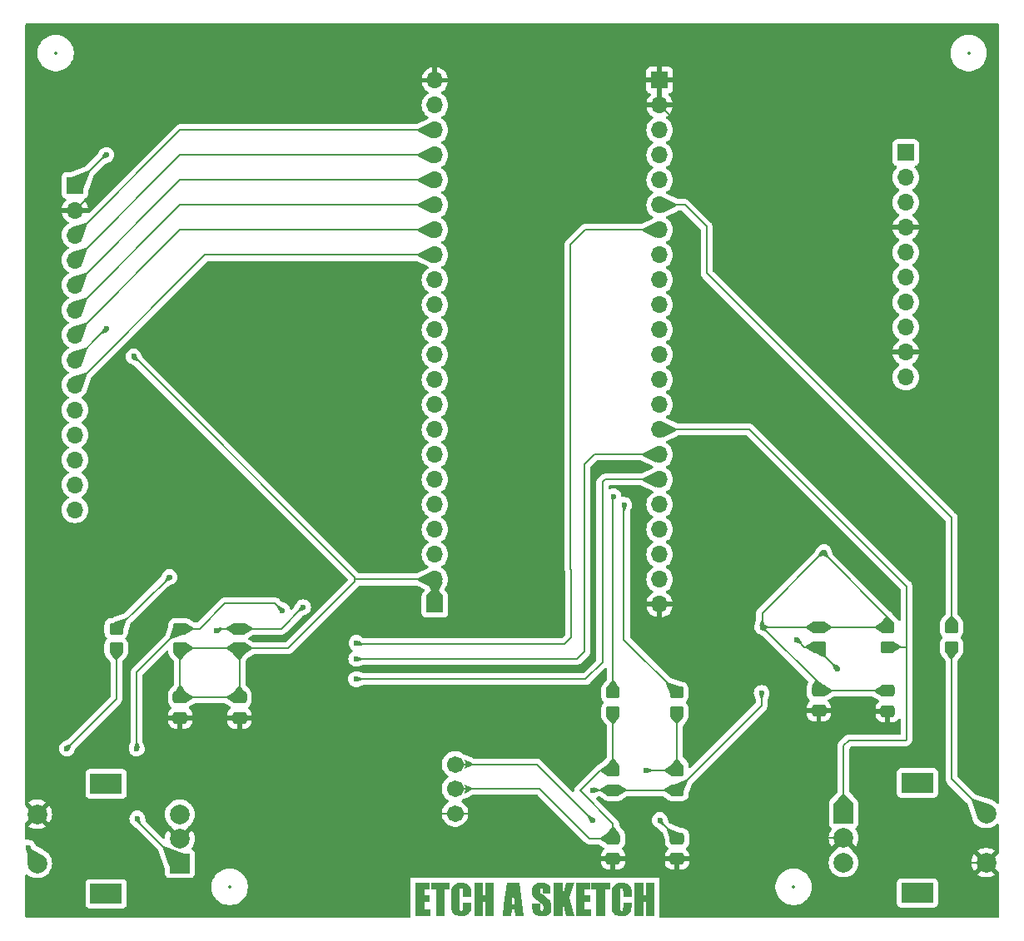
<source format=gtl>
%TF.GenerationSoftware,KiCad,Pcbnew,8.0.1-rc1*%
%TF.CreationDate,2024-08-02T11:20:45-04:00*%
%TF.ProjectId,Schema,53636865-6d61-42e6-9b69-6361645f7063,rev?*%
%TF.SameCoordinates,Original*%
%TF.FileFunction,Copper,L1,Top*%
%TF.FilePolarity,Positive*%
%FSLAX46Y46*%
G04 Gerber Fmt 4.6, Leading zero omitted, Abs format (unit mm)*
G04 Created by KiCad (PCBNEW 8.0.1-rc1) date 2024-08-02 11:20:45*
%MOMM*%
%LPD*%
G01*
G04 APERTURE LIST*
G04 Aperture macros list*
%AMRoundRect*
0 Rectangle with rounded corners*
0 $1 Rounding radius*
0 $2 $3 $4 $5 $6 $7 $8 $9 X,Y pos of 4 corners*
0 Add a 4 corners polygon primitive as box body*
4,1,4,$2,$3,$4,$5,$6,$7,$8,$9,$2,$3,0*
0 Add four circle primitives for the rounded corners*
1,1,$1+$1,$2,$3*
1,1,$1+$1,$4,$5*
1,1,$1+$1,$6,$7*
1,1,$1+$1,$8,$9*
0 Add four rect primitives between the rounded corners*
20,1,$1+$1,$2,$3,$4,$5,0*
20,1,$1+$1,$4,$5,$6,$7,0*
20,1,$1+$1,$6,$7,$8,$9,0*
20,1,$1+$1,$8,$9,$2,$3,0*%
G04 Aperture macros list end*
%ADD10C,0.100000*%
%TA.AperFunction,NonConductor*%
%ADD11C,0.100000*%
%TD*%
%TA.AperFunction,SMDPad,CuDef*%
%ADD12RoundRect,0.250000X0.450000X-0.350000X0.450000X0.350000X-0.450000X0.350000X-0.450000X-0.350000X0*%
%TD*%
%TA.AperFunction,SMDPad,CuDef*%
%ADD13RoundRect,0.250000X-0.475000X0.337500X-0.475000X-0.337500X0.475000X-0.337500X0.475000X0.337500X0*%
%TD*%
%TA.AperFunction,ComponentPad*%
%ADD14R,1.700000X1.700000*%
%TD*%
%TA.AperFunction,ComponentPad*%
%ADD15O,1.700000X1.700000*%
%TD*%
%TA.AperFunction,SMDPad,CuDef*%
%ADD16RoundRect,0.250000X-0.450000X0.350000X-0.450000X-0.350000X0.450000X-0.350000X0.450000X0.350000X0*%
%TD*%
%TA.AperFunction,ComponentPad*%
%ADD17R,2.000000X2.000000*%
%TD*%
%TA.AperFunction,ComponentPad*%
%ADD18C,2.000000*%
%TD*%
%TA.AperFunction,ComponentPad*%
%ADD19R,3.200000X2.000000*%
%TD*%
%TA.AperFunction,ComponentPad*%
%ADD20C,1.701800*%
%TD*%
%TA.AperFunction,ViaPad*%
%ADD21C,0.600000*%
%TD*%
%TA.AperFunction,Conductor*%
%ADD22C,0.200000*%
%TD*%
%ADD23C,0.300000*%
%ADD24C,0.350000*%
%ADD25O,2.800000X1.500000*%
G04 APERTURE END LIST*
D10*
D11*
G36*
X110272923Y-120360481D02*
G01*
X111720062Y-120360481D01*
X111720062Y-121017006D01*
X111140474Y-121017006D01*
X111140474Y-121626636D01*
X111682693Y-121626636D01*
X111682693Y-122283161D01*
X111140474Y-122283161D01*
X111140474Y-123033475D01*
X111777215Y-123033475D01*
X111777215Y-123690000D01*
X110272923Y-123690000D01*
X110272923Y-120360481D01*
G37*
G36*
X113708688Y-120360481D02*
G01*
X113708688Y-121017006D01*
X113193579Y-121017006D01*
X113193579Y-123690000D01*
X112326029Y-123690000D01*
X112326029Y-121017006D01*
X111813119Y-121017006D01*
X111813119Y-120360481D01*
X113708688Y-120360481D01*
G37*
G36*
X115921528Y-121814214D02*
G01*
X115053977Y-121814214D01*
X115053977Y-121246350D01*
X115050687Y-121098491D01*
X115031109Y-120951041D01*
X115026133Y-120937871D01*
X114903768Y-120876322D01*
X114771447Y-120942010D01*
X114767480Y-120951060D01*
X114743620Y-121100774D01*
X114738932Y-121258151D01*
X114738904Y-121273461D01*
X114738904Y-122790942D01*
X114742922Y-122946257D01*
X114764020Y-123091904D01*
X114767480Y-123101618D01*
X114897173Y-123174159D01*
X115023935Y-123100153D01*
X115048227Y-122952548D01*
X115053713Y-122799802D01*
X115053977Y-122749909D01*
X115053977Y-122330055D01*
X115921528Y-122330055D01*
X115921528Y-122459748D01*
X115919739Y-122614283D01*
X115912870Y-122780315D01*
X115898344Y-122947256D01*
X115873156Y-123102755D01*
X115848255Y-123194675D01*
X115776927Y-123337048D01*
X115675719Y-123455658D01*
X115555020Y-123553598D01*
X115524389Y-123574228D01*
X115392131Y-123645395D01*
X115245219Y-123696228D01*
X115083653Y-123726728D01*
X114930261Y-123736735D01*
X114907431Y-123736894D01*
X114747117Y-123730408D01*
X114599565Y-123710948D01*
X114446562Y-123672823D01*
X114310229Y-123617754D01*
X114278750Y-123601339D01*
X114153009Y-123516447D01*
X114044159Y-123402817D01*
X113967795Y-123268865D01*
X113951221Y-123224717D01*
X113912613Y-123070286D01*
X113891320Y-122923565D01*
X113877671Y-122753564D01*
X113872055Y-122589318D01*
X113871353Y-122500781D01*
X113871353Y-121540907D01*
X113872510Y-121394236D01*
X113876666Y-121247393D01*
X113886112Y-121095008D01*
X113895533Y-121008946D01*
X113931859Y-120866575D01*
X114000351Y-120728800D01*
X114042812Y-120666762D01*
X114148325Y-120553452D01*
X114268217Y-120466783D01*
X114382798Y-120408108D01*
X114525179Y-120358263D01*
X114680297Y-120326879D01*
X114830793Y-120314417D01*
X114883251Y-120313586D01*
X115044492Y-120320599D01*
X115192901Y-120341636D01*
X115346797Y-120382852D01*
X115483931Y-120442386D01*
X115515596Y-120460132D01*
X115642226Y-120547890D01*
X115751248Y-120658858D01*
X115832659Y-120797287D01*
X115843126Y-120824298D01*
X115881025Y-120965894D01*
X115904301Y-121123969D01*
X115916628Y-121287154D01*
X115921222Y-121445500D01*
X115921528Y-121502072D01*
X115921528Y-121814214D01*
G37*
G36*
X118214968Y-120360481D02*
G01*
X118214968Y-123690000D01*
X117347418Y-123690000D01*
X117347418Y-122283161D01*
X117087299Y-122283161D01*
X117087299Y-123690000D01*
X116219748Y-123690000D01*
X116219748Y-120360481D01*
X117087299Y-120360481D01*
X117087299Y-121626636D01*
X117347418Y-121626636D01*
X117347418Y-120360481D01*
X118214968Y-120360481D01*
G37*
G36*
X121283635Y-123690000D02*
G01*
X120395568Y-123690000D01*
X120352337Y-123080369D01*
X120040928Y-123080369D01*
X119989637Y-123690000D01*
X119090579Y-123690000D01*
X119245897Y-122517634D01*
X120030669Y-122517634D01*
X120327424Y-122517634D01*
X120310938Y-122366440D01*
X120294452Y-122206316D01*
X120277965Y-122037262D01*
X120261479Y-121859277D01*
X120244993Y-121672363D01*
X120232628Y-121526317D01*
X120220263Y-121375247D01*
X120207898Y-121219154D01*
X120195533Y-121058039D01*
X120171673Y-121240819D01*
X120149552Y-121414093D01*
X120129169Y-121577862D01*
X120110525Y-121732126D01*
X120088372Y-121923025D01*
X120069309Y-122097025D01*
X120053338Y-122254126D01*
X120037721Y-122426740D01*
X120030669Y-122517634D01*
X119245897Y-122517634D01*
X119531681Y-120360481D01*
X120786845Y-120360481D01*
X121283635Y-123690000D01*
G37*
G36*
X123996196Y-121392163D02*
G01*
X123190195Y-121392163D01*
X123190195Y-121144501D01*
X123181509Y-120996131D01*
X123159420Y-120923949D01*
X123056106Y-120876322D01*
X122938136Y-120936406D01*
X122898820Y-121080900D01*
X122897836Y-121117390D01*
X122912210Y-121268034D01*
X122943265Y-121351863D01*
X123050657Y-121461851D01*
X123176245Y-121547820D01*
X123188729Y-121555561D01*
X123326746Y-121643099D01*
X123451367Y-121726195D01*
X123588306Y-121823819D01*
X123704316Y-121914501D01*
X123815899Y-122014158D01*
X123917794Y-122131486D01*
X123990405Y-122274113D01*
X124034999Y-122436217D01*
X124058616Y-122605332D01*
X124067417Y-122770548D01*
X124068004Y-122829776D01*
X124062783Y-122993404D01*
X124044429Y-123150005D01*
X124004050Y-123301894D01*
X123984473Y-123346350D01*
X123890967Y-123472190D01*
X123771798Y-123565069D01*
X123662072Y-123624787D01*
X123521506Y-123678979D01*
X123368537Y-123715436D01*
X123222152Y-123732953D01*
X123105931Y-123736894D01*
X122958249Y-123730583D01*
X122801491Y-123707914D01*
X122657556Y-123668759D01*
X122510956Y-123605003D01*
X122385917Y-123525134D01*
X122278526Y-123423067D01*
X122198744Y-123294595D01*
X122188555Y-123269413D01*
X122148369Y-123124900D01*
X122124928Y-122966205D01*
X122114212Y-122802372D01*
X122112351Y-122689092D01*
X122112351Y-122470739D01*
X122918353Y-122470739D01*
X122918353Y-122878136D01*
X122925759Y-123025215D01*
X122952058Y-123120669D01*
X123072958Y-123174159D01*
X123201186Y-123106748D01*
X123241650Y-122960917D01*
X123243684Y-122905980D01*
X123237308Y-122757171D01*
X123208972Y-122608708D01*
X123163084Y-122522763D01*
X123045135Y-122422024D01*
X122920579Y-122334157D01*
X122797335Y-122253313D01*
X122757885Y-122228206D01*
X122626642Y-122143421D01*
X122502239Y-122059489D01*
X122375750Y-121966665D01*
X122328506Y-121927055D01*
X122232702Y-121813665D01*
X122159189Y-121674421D01*
X122154849Y-121664005D01*
X122110255Y-121512193D01*
X122090278Y-121359556D01*
X122085973Y-121234626D01*
X122090636Y-121079566D01*
X122107386Y-120926140D01*
X122145454Y-120770034D01*
X122183426Y-120684347D01*
X122273964Y-120564271D01*
X122398299Y-120465628D01*
X122499965Y-120411772D01*
X122645308Y-120359994D01*
X122791290Y-120329791D01*
X122951646Y-120315121D01*
X123027529Y-120313586D01*
X123190195Y-120320410D01*
X123340404Y-120340881D01*
X123494500Y-120380222D01*
X123603454Y-120422763D01*
X123736547Y-120496508D01*
X123854700Y-120599548D01*
X123918527Y-120697536D01*
X123962747Y-120838744D01*
X123985274Y-120994978D01*
X123994300Y-121141819D01*
X123996196Y-121260272D01*
X123996196Y-121392163D01*
G37*
G36*
X126396615Y-120360481D02*
G01*
X125899825Y-121864040D01*
X126444242Y-123690000D01*
X125547383Y-123690000D01*
X125197138Y-122262644D01*
X125197138Y-123690000D01*
X124329588Y-123690000D01*
X124329588Y-120360481D01*
X125197138Y-120360481D01*
X125197138Y-121653747D01*
X125582554Y-120360481D01*
X126396615Y-120360481D01*
G37*
G36*
X126583461Y-120360481D02*
G01*
X128030600Y-120360481D01*
X128030600Y-121017006D01*
X127451011Y-121017006D01*
X127451011Y-121626636D01*
X127993230Y-121626636D01*
X127993230Y-122283161D01*
X127451011Y-122283161D01*
X127451011Y-123033475D01*
X128087752Y-123033475D01*
X128087752Y-123690000D01*
X126583461Y-123690000D01*
X126583461Y-120360481D01*
G37*
G36*
X130019225Y-120360481D02*
G01*
X130019225Y-121017006D01*
X129504117Y-121017006D01*
X129504117Y-123690000D01*
X128636566Y-123690000D01*
X128636566Y-121017006D01*
X128123656Y-121017006D01*
X128123656Y-120360481D01*
X130019225Y-120360481D01*
G37*
G36*
X132232065Y-121814214D02*
G01*
X131364515Y-121814214D01*
X131364515Y-121246350D01*
X131361224Y-121098491D01*
X131341647Y-120951041D01*
X131336671Y-120937871D01*
X131214305Y-120876322D01*
X131081985Y-120942010D01*
X131078018Y-120951060D01*
X131054157Y-121100774D01*
X131049469Y-121258151D01*
X131049441Y-121273461D01*
X131049441Y-122790942D01*
X131053460Y-122946257D01*
X131074557Y-123091904D01*
X131078018Y-123101618D01*
X131207711Y-123174159D01*
X131334473Y-123100153D01*
X131358764Y-122952548D01*
X131364250Y-122799802D01*
X131364515Y-122749909D01*
X131364515Y-122330055D01*
X132232065Y-122330055D01*
X132232065Y-122459748D01*
X132230276Y-122614283D01*
X132223407Y-122780315D01*
X132208881Y-122947256D01*
X132183694Y-123102755D01*
X132158792Y-123194675D01*
X132087464Y-123337048D01*
X131986256Y-123455658D01*
X131865558Y-123553598D01*
X131834926Y-123574228D01*
X131702669Y-123645395D01*
X131555757Y-123696228D01*
X131394190Y-123726728D01*
X131240798Y-123736735D01*
X131217969Y-123736894D01*
X131057654Y-123730408D01*
X130910103Y-123710948D01*
X130757100Y-123672823D01*
X130620766Y-123617754D01*
X130589288Y-123601339D01*
X130463547Y-123516447D01*
X130354697Y-123402817D01*
X130278332Y-123268865D01*
X130261758Y-123224717D01*
X130223150Y-123070286D01*
X130201857Y-122923565D01*
X130188208Y-122753564D01*
X130182593Y-122589318D01*
X130181891Y-122500781D01*
X130181891Y-121540907D01*
X130183048Y-121394236D01*
X130187204Y-121247393D01*
X130196649Y-121095008D01*
X130206071Y-121008946D01*
X130242396Y-120866575D01*
X130310888Y-120728800D01*
X130353349Y-120666762D01*
X130458862Y-120553452D01*
X130578755Y-120466783D01*
X130693335Y-120408108D01*
X130835716Y-120358263D01*
X130990834Y-120326879D01*
X131141331Y-120314417D01*
X131193789Y-120313586D01*
X131355030Y-120320599D01*
X131503438Y-120341636D01*
X131657334Y-120382852D01*
X131794469Y-120442386D01*
X131826133Y-120460132D01*
X131952763Y-120547890D01*
X132061785Y-120658858D01*
X132143196Y-120797287D01*
X132153663Y-120824298D01*
X132191563Y-120965894D01*
X132214838Y-121123969D01*
X132227165Y-121287154D01*
X132231759Y-121445500D01*
X132232065Y-121502072D01*
X132232065Y-121814214D01*
G37*
G36*
X134525505Y-120360481D02*
G01*
X134525505Y-123690000D01*
X133657955Y-123690000D01*
X133657955Y-122283161D01*
X133397836Y-122283161D01*
X133397836Y-123690000D01*
X132530286Y-123690000D01*
X132530286Y-120360481D01*
X133397836Y-120360481D01*
X133397836Y-121626636D01*
X133657955Y-121626636D01*
X133657955Y-120360481D01*
X134525505Y-120360481D01*
G37*
D12*
%TO.P,R3,1*%
%TO.N,Net-(R3-Pad1)*%
X79810000Y-96472500D03*
%TO.P,R3,2*%
%TO.N,/GPIO48-BSW1*%
X79810000Y-94472500D03*
%TD*%
%TO.P,R12,1*%
%TO.N,3V3*%
X130340000Y-110907500D03*
%TO.P,R12,2*%
%TO.N,Net-(C6-Pad1)*%
X130340000Y-108907500D03*
%TD*%
%TO.P,R10,1*%
%TO.N,3V3*%
X136840000Y-110907500D03*
%TO.P,R10,2*%
%TO.N,Net-(C5-Pad1)*%
X136840000Y-108907500D03*
%TD*%
D13*
%TO.P,C5,1*%
%TO.N,Net-(C5-Pad1)*%
X136840000Y-115832500D03*
%TO.P,C5,2*%
%TO.N,GND*%
X136840000Y-117907500D03*
%TD*%
D14*
%TO.P,J4,1,Pin_1*%
%TO.N,3V3*%
X75620000Y-49360000D03*
D15*
%TO.P,J4,2,Pin_2*%
%TO.N,GND*%
X75620000Y-51900000D03*
%TO.P,J4,3,Pin_3*%
%TO.N,/GPIO14-CS*%
X75620000Y-54440000D03*
%TO.P,J4,4,Pin_4*%
%TO.N,/GPIO13-RESET*%
X75620000Y-56980000D03*
%TO.P,J4,5,Pin_5*%
%TO.N,/GPIO12-DC*%
X75620000Y-59520000D03*
%TO.P,J4,6,Pin_6*%
%TO.N,/GPIO11-SDI*%
X75620000Y-62060000D03*
%TO.P,J4,7,Pin_7*%
%TO.N,/GPIO10-SCk*%
X75620000Y-64600000D03*
%TO.P,J4,8,Pin_8*%
%TO.N,3V3*%
X75620000Y-67140000D03*
%TO.P,J4,9,Pin_9*%
%TO.N,/GPIO9-SDO*%
X75620000Y-69680000D03*
%TO.P,J4,10,Pin_10*%
%TO.N,/T_CLK*%
X75620000Y-72220000D03*
%TO.P,J4,11,Pin_11*%
%TO.N,/T_CS*%
X75620000Y-74760000D03*
%TO.P,J4,12,Pin_12*%
%TO.N,/T_DIN*%
X75620000Y-77300000D03*
%TO.P,J4,13,Pin_13*%
%TO.N,/T_DO*%
X75620000Y-79840000D03*
%TO.P,J4,14,Pin_14*%
%TO.N,/T_IRQ*%
X75620000Y-82380000D03*
%TD*%
D12*
%TO.P,R1,1*%
%TO.N,3V3*%
X86310000Y-96472500D03*
%TO.P,R1,2*%
%TO.N,/GPIO42-chA_X*%
X86310000Y-94472500D03*
%TD*%
D16*
%TO.P,R4,1*%
%TO.N,3V3*%
X158260000Y-94340000D03*
%TO.P,R4,2*%
%TO.N,/GPIO40-chA_Y*%
X158260000Y-96340000D03*
%TD*%
%TO.P,R16,1*%
%TO.N,/GPIO47-BSW2*%
X164760000Y-94340000D03*
%TO.P,R16,2*%
%TO.N,Net-(R16-Pad2)*%
X164760000Y-96340000D03*
%TD*%
D13*
%TO.P,C8,1*%
%TO.N,3V3*%
X158260000Y-100802500D03*
%TO.P,C8,2*%
%TO.N,GND*%
X158260000Y-102877500D03*
%TD*%
D16*
%TO.P,R13,1*%
%TO.N,3V3*%
X151260000Y-94340000D03*
%TO.P,R13,2*%
%TO.N,/GPIO39-chB_Y*%
X151260000Y-96340000D03*
%TD*%
D17*
%TO.P,SW1,A,A*%
%TO.N,/GPIO42-chA_X*%
X86280000Y-118360000D03*
D18*
%TO.P,SW1,B,B*%
%TO.N,/GPIO41-chB_X*%
X86280000Y-113360000D03*
%TO.P,SW1,C,C*%
%TO.N,GND*%
X86280000Y-115860000D03*
D19*
%TO.P,SW1,MP*%
%TO.N,N/C*%
X78780000Y-121460000D03*
X78780000Y-110260000D03*
D18*
%TO.P,SW1,S1,S1*%
%TO.N,GND*%
X71780000Y-113360000D03*
%TO.P,SW1,S2,S2*%
%TO.N,Net-(R3-Pad1)*%
X71780000Y-118360000D03*
%TD*%
D13*
%TO.P,C2,1*%
%TO.N,3V3*%
X86310000Y-101472500D03*
%TO.P,C2,2*%
%TO.N,GND*%
X86310000Y-103547500D03*
%TD*%
D12*
%TO.P,R9,1*%
%TO.N,Net-(C5-Pad1)*%
X136820000Y-102980000D03*
%TO.P,R9,2*%
%TO.N,/GPIO37-chB_S*%
X136820000Y-100980000D03*
%TD*%
D13*
%TO.P,C6,1*%
%TO.N,Net-(C6-Pad1)*%
X130340000Y-115832500D03*
%TO.P,C6,2*%
%TO.N,GND*%
X130340000Y-117907500D03*
%TD*%
%TO.P,C11,1*%
%TO.N,3V3*%
X151260000Y-100765000D03*
%TO.P,C11,2*%
%TO.N,GND*%
X151260000Y-102840000D03*
%TD*%
%TO.P,C1,1*%
%TO.N,3V3*%
X92340000Y-101490000D03*
%TO.P,C1,2*%
%TO.N,GND*%
X92340000Y-103565000D03*
%TD*%
D12*
%TO.P,R2,1*%
%TO.N,3V3*%
X92310000Y-96472500D03*
%TO.P,R2,2*%
%TO.N,/GPIO41-chB_X*%
X92310000Y-94472500D03*
%TD*%
D20*
%TO.P,SW3,A*%
%TO.N,N/C*%
X114269100Y-108270000D03*
%TO.P,SW3,B*%
X114269100Y-110770000D03*
%TO.P,SW3,C*%
X114269100Y-113270000D03*
%TD*%
D17*
%TO.P,SW2,A,A*%
%TO.N,/GPIO40-chA_Y*%
X153780000Y-113280000D03*
D18*
%TO.P,SW2,B,B*%
%TO.N,/GPIO39-chB_Y*%
X153780000Y-118280000D03*
%TO.P,SW2,C,C*%
%TO.N,GND*%
X153780000Y-115780000D03*
D19*
%TO.P,SW2,MP*%
%TO.N,N/C*%
X161280000Y-110180000D03*
X161280000Y-121380000D03*
D18*
%TO.P,SW2,S1,S1*%
%TO.N,GND*%
X168280000Y-118280000D03*
%TO.P,SW2,S2,S2*%
%TO.N,Net-(R16-Pad2)*%
X168280000Y-113280000D03*
%TD*%
D16*
%TO.P,R11,1*%
%TO.N,/GPIO38_chA_S*%
X130330000Y-100980000D03*
%TO.P,R11,2*%
%TO.N,Net-(C6-Pad1)*%
X130330000Y-102980000D03*
%TD*%
D14*
%TO.P,J3,1,Pin_1*%
%TO.N,/FSYNC*%
X160110000Y-46030000D03*
D15*
%TO.P,J3,2,Pin_2*%
%TO.N,/NCS*%
X160110000Y-48570000D03*
%TO.P,J3,3,Pin_3*%
%TO.N,/INT*%
X160110000Y-51110000D03*
%TO.P,J3,4,Pin_4*%
%TO.N,GND*%
X160110000Y-53650000D03*
%TO.P,J3,5,Pin_5*%
%TO.N,/ECL*%
X160110000Y-56190000D03*
%TO.P,J3,6,Pin_6*%
%TO.N,/EDA*%
X160110000Y-58730000D03*
%TO.P,J3,7,Pin_7*%
%TO.N,/GPIO2-SDA*%
X160110000Y-61270000D03*
%TO.P,J3,8,Pin_8*%
%TO.N,/GPIO1-SCL*%
X160110000Y-63810000D03*
%TO.P,J3,9,Pin_9*%
%TO.N,GND*%
X160110000Y-66350000D03*
%TO.P,J3,10,Pin_10*%
%TO.N,3V3*%
X160110000Y-68890000D03*
%TD*%
D14*
%TO.P,J1,1,Pin_1*%
%TO.N,3V3*%
X112220000Y-92010000D03*
D15*
%TO.P,J1,2,Pin_2*%
X112220000Y-89470000D03*
%TO.P,J1,3,Pin_3*%
%TO.N,/RST*%
X112220000Y-86930000D03*
%TO.P,J1,4,Pin_4*%
%TO.N,/GPIO4*%
X112220000Y-84390000D03*
%TO.P,J1,5,Pin_5*%
%TO.N,/GPIO5*%
X112220000Y-81850000D03*
%TO.P,J1,6,Pin_6*%
%TO.N,/GPIO6*%
X112220000Y-79310000D03*
%TO.P,J1,7,Pin_7*%
%TO.N,/GPIO7*%
X112220000Y-76770000D03*
%TO.P,J1,8,Pin_8*%
%TO.N,/GPIO15*%
X112220000Y-74230000D03*
%TO.P,J1,9,Pin_9*%
%TO.N,/GPIO16*%
X112220000Y-71690000D03*
%TO.P,J1,10,Pin_10*%
%TO.N,/GPIO17*%
X112220000Y-69150000D03*
%TO.P,J1,11,Pin_11*%
%TO.N,/GPIO18*%
X112220000Y-66610000D03*
%TO.P,J1,12,Pin_12*%
%TO.N,/GPIO8*%
X112220000Y-64070000D03*
%TO.P,J1,13,Pin_13*%
%TO.N,/GPIO3*%
X112220000Y-61530000D03*
%TO.P,J1,14,Pin_14*%
%TO.N,/GPIO46*%
X112220000Y-58990000D03*
%TO.P,J1,15,Pin_15*%
%TO.N,/GPIO9-SDO*%
X112220000Y-56450000D03*
%TO.P,J1,16,Pin_16*%
%TO.N,/GPIO10-SCk*%
X112220000Y-53910000D03*
%TO.P,J1,17,Pin_17*%
%TO.N,/GPIO11-SDI*%
X112220000Y-51370000D03*
%TO.P,J1,18,Pin_18*%
%TO.N,/GPIO12-DC*%
X112220000Y-48830000D03*
%TO.P,J1,19,Pin_19*%
%TO.N,/GPIO13-RESET*%
X112220000Y-46290000D03*
%TO.P,J1,20,Pin_20*%
%TO.N,/GPIO14-CS*%
X112220000Y-43750000D03*
%TO.P,J1,21,Pin_21*%
%TO.N,5V*%
X112220000Y-41210000D03*
%TO.P,J1,22,Pin_22*%
%TO.N,GND*%
X112220000Y-38670000D03*
%TD*%
D14*
%TO.P,J2,1,Pin_1*%
%TO.N,GND*%
X135070000Y-38660000D03*
D15*
%TO.P,J2,2,Pin_2*%
X135070000Y-41200000D03*
%TO.P,J2,3,Pin_3*%
%TO.N,/GPIO19*%
X135070000Y-43740000D03*
%TO.P,J2,4,Pin_4*%
%TO.N,/GPIO20*%
X135070000Y-46280000D03*
%TO.P,J2,5,Pin_5*%
%TO.N,/GPIO21-BSW3*%
X135070000Y-48820000D03*
%TO.P,J2,6,Pin_6*%
%TO.N,/GPIO47-BSW2*%
X135070000Y-51360000D03*
%TO.P,J2,7,Pin_7*%
%TO.N,/GPIO48-BSW1*%
X135070000Y-53900000D03*
%TO.P,J2,8,Pin_8*%
%TO.N,/GPIO45*%
X135070000Y-56440000D03*
%TO.P,J2,9,Pin_9*%
%TO.N,/GPIO0*%
X135070000Y-58980000D03*
%TO.P,J2,10,Pin_10*%
%TO.N,/GPIO35*%
X135070000Y-61520000D03*
%TO.P,J2,11,Pin_11*%
%TO.N,/GPIO36*%
X135070000Y-64060000D03*
%TO.P,J2,12,Pin_12*%
%TO.N,/GPIO37-chB_S*%
X135070000Y-66600000D03*
%TO.P,J2,13,Pin_13*%
%TO.N,/GPIO38_chA_S*%
X135070000Y-69140000D03*
%TO.P,J2,14,Pin_14*%
%TO.N,/GPIO39-chB_Y*%
X135070000Y-71680000D03*
%TO.P,J2,15,Pin_15*%
%TO.N,/GPIO40-chA_Y*%
X135070000Y-74220000D03*
%TO.P,J2,16,Pin_16*%
%TO.N,/GPIO41-chB_X*%
X135070000Y-76760000D03*
%TO.P,J2,17,Pin_17*%
%TO.N,/GPIO42-chA_X*%
X135070000Y-79300000D03*
%TO.P,J2,18,Pin_18*%
%TO.N,/GPIO2-SDA*%
X135070000Y-81840000D03*
%TO.P,J2,19,Pin_19*%
%TO.N,/GPIO1-SCL*%
X135070000Y-84380000D03*
%TO.P,J2,20,Pin_20*%
%TO.N,/RX*%
X135070000Y-86920000D03*
%TO.P,J2,21,Pin_21*%
%TO.N,/TX*%
X135070000Y-89460000D03*
%TO.P,J2,22,Pin_22*%
%TO.N,GND*%
X135070000Y-92000000D03*
%TD*%
D21*
%TO.N,3V3*%
X81580000Y-66780000D03*
X78800000Y-46260000D03*
X78830000Y-63970000D03*
X145510000Y-94300000D03*
X151780000Y-86700000D03*
X128240000Y-110907500D03*
X145450000Y-101020000D03*
%TO.N,Net-(C5-Pad1)*%
X133730000Y-108916860D03*
X135089057Y-113960000D03*
X128270000Y-114020000D03*
%TO.N,/GPIO38_chA_S*%
X130390000Y-81010000D03*
%TO.N,/GPIO41-chB_X*%
X89990000Y-94690000D03*
X98820000Y-92300000D03*
X104220000Y-97540000D03*
%TO.N,/GPIO42-chA_X*%
X96700000Y-92640000D03*
X81955000Y-113795000D03*
X81900000Y-106690000D03*
X104200000Y-99610000D03*
%TO.N,/GPIO48-BSW1*%
X85220000Y-89230000D03*
X104250000Y-95930000D03*
%TO.N,/GPIO37-chB_S*%
X131470000Y-81880000D03*
%TO.N,/GPIO39-chB_Y*%
X149020000Y-95570000D03*
X153130000Y-98550000D03*
%TO.N,Net-(R3-Pad1)*%
X70870000Y-116760000D03*
X74805000Y-106665000D03*
%TD*%
D22*
%TO.N,3V3*%
X158260000Y-100802500D02*
X151297500Y-100802500D01*
X78800000Y-46190000D02*
X78810000Y-46180000D01*
X151260000Y-100765000D02*
X151260000Y-100050000D01*
X145510000Y-94300000D02*
X145550000Y-94340000D01*
X130340000Y-110907500D02*
X136840000Y-110907500D01*
X86310000Y-96472500D02*
X86310000Y-101472500D01*
X86310000Y-101472500D02*
X92322500Y-101472500D01*
X78830000Y-63970000D02*
X78700000Y-63990000D01*
X75620000Y-67140000D02*
X78700000Y-64060000D01*
X104070000Y-89540000D02*
X104140000Y-89470000D01*
X104070000Y-89270000D02*
X104070000Y-89540000D01*
X97267500Y-96472500D02*
X104070000Y-89670000D01*
X92322500Y-101472500D02*
X92340000Y-101490000D01*
X145470000Y-94340000D02*
X145510000Y-94300000D01*
X104070000Y-89670000D02*
X104070000Y-89270000D01*
X151260000Y-100050000D02*
X145510000Y-94300000D01*
X92310000Y-96472500D02*
X97267500Y-96472500D01*
X104140000Y-89470000D02*
X111980000Y-89470000D01*
X81580000Y-66780000D02*
X104070000Y-89270000D01*
X78730000Y-46260000D02*
X78800000Y-46260000D01*
X145450000Y-101020000D02*
X145480000Y-101150000D01*
X158260000Y-94340000D02*
X151260000Y-94340000D01*
X151297500Y-100802500D02*
X151260000Y-100765000D01*
X128240000Y-110907500D02*
X130340000Y-110907500D01*
X111980000Y-89470000D02*
X112200000Y-89250000D01*
X78800000Y-46260000D02*
X78800000Y-46190000D01*
X78700000Y-64060000D02*
X78830000Y-63970000D01*
X75620000Y-49360000D02*
X75630000Y-49360000D01*
X145550000Y-94340000D02*
X151260000Y-94340000D01*
X158260000Y-94340000D02*
X158260000Y-93290000D01*
X75630000Y-49360000D02*
X78730000Y-46260000D01*
X145450000Y-101020000D02*
X145450000Y-102297500D01*
X92340000Y-101490000D02*
X92340000Y-96502500D01*
X151780000Y-86810000D02*
X151780000Y-86700000D01*
X86310000Y-96472500D02*
X92310000Y-96472500D01*
X128240000Y-110907500D02*
X128172500Y-110840000D01*
X112220000Y-89470000D02*
X112220000Y-92010000D01*
X145380000Y-94340000D02*
X145470000Y-94340000D01*
X92340000Y-96502500D02*
X92310000Y-96472500D01*
X151780000Y-86700000D02*
X151670000Y-86700000D01*
X145450000Y-102297500D02*
X136840000Y-110907500D01*
X145510000Y-92860000D02*
X145510000Y-94300000D01*
X151670000Y-86700000D02*
X151670000Y-86700000D01*
X151670000Y-86700000D02*
X145510000Y-92860000D01*
X158260000Y-93290000D02*
X151780000Y-86810000D01*
%TO.N,GND*%
X144900000Y-113700000D02*
X144900000Y-115150000D01*
X136840000Y-117907500D02*
X142492500Y-117907500D01*
X82480000Y-112060000D02*
X86280000Y-115860000D01*
X135070000Y-41200000D02*
X147520000Y-53650000D01*
X130340000Y-117907500D02*
X136840000Y-117907500D01*
X151260000Y-102840000D02*
X149730000Y-102840000D01*
X158222500Y-102840000D02*
X158260000Y-102877500D01*
X92322500Y-103547500D02*
X92340000Y-103565000D01*
X88870000Y-113270000D02*
X122750647Y-113270000D01*
X75620000Y-51900000D02*
X88900000Y-38620000D01*
X138890000Y-92000000D02*
X135070000Y-92000000D01*
X147440000Y-100550000D02*
X147440000Y-111160000D01*
X144900000Y-115150000D02*
X145530000Y-115780000D01*
X92340000Y-109800000D02*
X92340000Y-103565000D01*
X156280000Y-118280000D02*
X153780000Y-115780000D01*
X147375000Y-100485000D02*
X147440000Y-100550000D01*
X86280000Y-115860000D02*
X86355000Y-115785000D01*
X88870000Y-113270000D02*
X86280000Y-115860000D01*
X86310000Y-103547500D02*
X92322500Y-103547500D01*
X122750647Y-113270000D02*
X127388147Y-117907500D01*
X127388147Y-117907500D02*
X130340000Y-117907500D01*
X149730000Y-102840000D02*
X147375000Y-100485000D01*
X88900000Y-38620000D02*
X135030000Y-38620000D01*
X71780000Y-113360000D02*
X73080000Y-112060000D01*
X147520000Y-53650000D02*
X160110000Y-53650000D01*
X86355000Y-115785000D02*
X86355000Y-115705000D01*
X145530000Y-115780000D02*
X153780000Y-115780000D01*
X73080000Y-112060000D02*
X82480000Y-112060000D01*
X135030000Y-38620000D02*
X135070000Y-38660000D01*
X142492500Y-117907500D02*
X144991250Y-115408750D01*
X151260000Y-102840000D02*
X158222500Y-102840000D01*
X168280000Y-118280000D02*
X156280000Y-118280000D01*
X147375000Y-100485000D02*
X138890000Y-92000000D01*
X147440000Y-111160000D02*
X144900000Y-113700000D01*
X88870000Y-113270000D02*
X92340000Y-109800000D01*
%TO.N,Net-(C5-Pad1)*%
X114269100Y-108270000D02*
X114285498Y-108286398D01*
X136840000Y-108907500D02*
X136840000Y-103000000D01*
X135089057Y-114081557D02*
X136840000Y-115832500D01*
X133730000Y-108916860D02*
X133746860Y-108900000D01*
X133746860Y-108900000D02*
X136832500Y-108900000D01*
X136832500Y-108900000D02*
X136840000Y-108907500D01*
X114285498Y-108286398D02*
X122566398Y-108286398D01*
X135089057Y-113960000D02*
X135089057Y-114081557D01*
X136840000Y-103000000D02*
X136820000Y-102980000D01*
X122566398Y-108286398D02*
X128170000Y-113890000D01*
%TO.N,Net-(C6-Pad1)*%
X114269100Y-110770000D02*
X122890000Y-110770000D01*
X122890000Y-110770000D02*
X127952500Y-115832500D01*
X130340000Y-115832500D02*
X130340000Y-114340000D01*
X126970000Y-110970000D02*
X129032500Y-108907500D01*
X130330000Y-108897500D02*
X130340000Y-108907500D01*
X130330000Y-102980000D02*
X130330000Y-108897500D01*
X127952500Y-115832500D02*
X130340000Y-115832500D01*
X129032500Y-108907500D02*
X130340000Y-108907500D01*
X130340000Y-114340000D02*
X126970000Y-110970000D01*
%TO.N,/GPIO10-SCk*%
X112080000Y-53910000D02*
X86310000Y-53910000D01*
X75620000Y-64600000D02*
X86310000Y-53910000D01*
X112270000Y-53720000D02*
X112080000Y-53910000D01*
%TO.N,/GPIO9-SDO*%
X112270000Y-56260000D02*
X112080000Y-56450000D01*
X112080000Y-56450000D02*
X88850000Y-56450000D01*
X88850000Y-56450000D02*
X75620000Y-69680000D01*
%TO.N,/GPIO11-SDI*%
X86310000Y-51370000D02*
X75620000Y-62060000D01*
X112270000Y-51180000D02*
X112080000Y-51370000D01*
X112080000Y-51370000D02*
X86310000Y-51370000D01*
%TO.N,/GPIO14-CS*%
X112080000Y-43750000D02*
X86310000Y-43750000D01*
X112270000Y-43560000D02*
X112080000Y-43750000D01*
X86310000Y-43750000D02*
X75620000Y-54440000D01*
%TO.N,/GPIO12-DC*%
X86310000Y-48830000D02*
X75620000Y-59520000D01*
X112220000Y-48830000D02*
X86310000Y-48830000D01*
X112270000Y-48640000D02*
X112270000Y-48780000D01*
X112270000Y-48780000D02*
X112220000Y-48830000D01*
%TO.N,/GPIO13-RESET*%
X112080000Y-46290000D02*
X86310000Y-46290000D01*
X112270000Y-46100000D02*
X112080000Y-46290000D01*
X86310000Y-46290000D02*
X75620000Y-56980000D01*
%TO.N,/GPIO40-chA_Y*%
X160180000Y-105750000D02*
X160180000Y-96350000D01*
X144230000Y-74220000D02*
X135070000Y-74220000D01*
X153780000Y-106370000D02*
X154310000Y-105840000D01*
X153780000Y-113280000D02*
X153780000Y-106370000D01*
X154310000Y-105840000D02*
X160090000Y-105840000D01*
X160180000Y-96350000D02*
X160170000Y-96340000D01*
X160090000Y-105840000D02*
X160180000Y-105750000D01*
X160170000Y-96340000D02*
X160180000Y-96330000D01*
X160180000Y-90170000D02*
X144230000Y-74220000D01*
X160180000Y-96330000D02*
X160180000Y-90170000D01*
X158260000Y-96340000D02*
X160170000Y-96340000D01*
%TO.N,/GPIO38_chA_S*%
X130330000Y-81320000D02*
X130330000Y-100980000D01*
%TO.N,/GPIO41-chB_X*%
X104220000Y-97540000D02*
X126680000Y-97540000D01*
X90207500Y-94472500D02*
X92310000Y-94472500D01*
X98820000Y-92300000D02*
X98820000Y-92240000D01*
X127460000Y-77720000D02*
X127590000Y-77590000D01*
X127590000Y-77590000D02*
X127590000Y-77580000D01*
X92310000Y-94472500D02*
X92437500Y-94472500D01*
X126680000Y-97540000D02*
X127460000Y-96760000D01*
X127460000Y-96760000D02*
X127460000Y-77720000D01*
X98820000Y-92240000D02*
X98890000Y-92170000D01*
X127590000Y-77580000D02*
X128410000Y-76760000D01*
X128410000Y-76760000D02*
X135070000Y-76760000D01*
X98760000Y-92300000D02*
X98820000Y-92300000D01*
X92310000Y-94472500D02*
X96587500Y-94472500D01*
X96587500Y-94472500D02*
X98760000Y-92300000D01*
X89990000Y-94690000D02*
X90207500Y-94472500D01*
%TO.N,/GPIO42-chA_X*%
X86310000Y-94472500D02*
X88297500Y-94472500D01*
X127550000Y-99610000D02*
X129250000Y-97910000D01*
X81955000Y-113795000D02*
X81995000Y-113795000D01*
X81900000Y-106690000D02*
X81900000Y-98882500D01*
X90870000Y-91900000D02*
X95960000Y-91900000D01*
X81955000Y-114035000D02*
X86280000Y-118360000D01*
X96700000Y-92640000D02*
X96560000Y-92500000D01*
X129250000Y-79560000D02*
X129510000Y-79300000D01*
X81900000Y-98882500D02*
X86310000Y-94472500D01*
X95960000Y-91900000D02*
X96700000Y-92640000D01*
X129510000Y-79300000D02*
X135070000Y-79300000D01*
X88297500Y-94472500D02*
X90870000Y-91900000D01*
X129250000Y-97910000D02*
X129250000Y-79560000D01*
X104200000Y-99610000D02*
X127550000Y-99610000D01*
X81955000Y-113795000D02*
X81955000Y-114035000D01*
%TO.N,/GPIO48-BSW1*%
X125360000Y-96060000D02*
X126040000Y-95380000D01*
X85220000Y-89230000D02*
X79810000Y-94472500D01*
X104560000Y-96060000D02*
X125360000Y-96060000D01*
X127490000Y-53900000D02*
X135070000Y-53900000D01*
X104250000Y-95930000D02*
X104560000Y-96060000D01*
X85002500Y-89280000D02*
X85220000Y-89230000D01*
X104250000Y-95930000D02*
X104410000Y-95910000D01*
X126040000Y-88440000D02*
X126010000Y-88410000D01*
X126010000Y-88410000D02*
X126010000Y-55380000D01*
X126040000Y-95380000D02*
X126040000Y-88440000D01*
X126010000Y-55380000D02*
X127490000Y-53900000D01*
%TO.N,/GPIO47-BSW2*%
X164760000Y-94340000D02*
X164760000Y-83190000D01*
X164760000Y-83190000D02*
X139850000Y-58280000D01*
X139850000Y-53570000D02*
X137640000Y-51360000D01*
X137640000Y-51360000D02*
X135070000Y-51360000D01*
X139850000Y-58280000D02*
X139850000Y-53570000D01*
%TO.N,/GPIO37-chB_S*%
X131440000Y-95600000D02*
X136820000Y-100980000D01*
X131470000Y-81880000D02*
X131440000Y-81910000D01*
X131440000Y-81910000D02*
X131440000Y-95600000D01*
%TO.N,/GPIO39-chB_Y*%
X149110000Y-95600000D02*
X149020000Y-95570000D01*
X151260000Y-96680000D02*
X151260000Y-96340000D01*
X149810000Y-96340000D02*
X149110000Y-95600000D01*
X151260000Y-96340000D02*
X149810000Y-96340000D01*
X149020000Y-95570000D02*
X149280000Y-95810000D01*
X153130000Y-98550000D02*
X151260000Y-96680000D01*
%TO.N,Net-(R3-Pad1)*%
X74805000Y-106665000D02*
X79810000Y-101660000D01*
X79810000Y-101660000D02*
X79810000Y-96472500D01*
X70870000Y-117450000D02*
X71780000Y-118360000D01*
X70870000Y-116760000D02*
X70870000Y-117450000D01*
%TO.N,Net-(R16-Pad2)*%
X168280000Y-113280000D02*
X164730000Y-109730000D01*
X164730000Y-96370000D02*
X164760000Y-96340000D01*
X164730000Y-109730000D02*
X164730000Y-96370000D01*
%TD*%
%TA.AperFunction,Conductor*%
%TO.N,GND*%
G36*
X169512539Y-32900185D02*
G01*
X169558294Y-32952989D01*
X169569500Y-33004500D01*
X169569500Y-112147510D01*
X169549815Y-112214549D01*
X169497011Y-112260304D01*
X169427853Y-112270248D01*
X169364297Y-112241223D01*
X169354271Y-112231493D01*
X169299747Y-112172265D01*
X169299744Y-112172262D01*
X169238259Y-112124406D01*
X169103509Y-112019526D01*
X169103507Y-112019525D01*
X169103506Y-112019524D01*
X168884812Y-111901173D01*
X168884811Y-111901172D01*
X168884810Y-111901172D01*
X168834273Y-111883822D01*
X168819826Y-111877818D01*
X168806911Y-111871467D01*
X167640041Y-111492211D01*
X167225969Y-111357629D01*
X167176617Y-111327382D01*
X165366819Y-109517584D01*
X165333334Y-109456261D01*
X165330500Y-109429903D01*
X165330500Y-97766862D01*
X165350185Y-97699823D01*
X165357626Y-97689458D01*
X165406558Y-97628218D01*
X165694106Y-97268343D01*
X165703292Y-97258075D01*
X165802709Y-97158659D01*
X165802709Y-97158658D01*
X165802712Y-97158656D01*
X165894814Y-97009334D01*
X165949999Y-96842797D01*
X165960500Y-96740009D01*
X165960499Y-95939992D01*
X165959478Y-95930000D01*
X165949999Y-95837203D01*
X165949998Y-95837200D01*
X165921351Y-95750750D01*
X165894814Y-95670666D01*
X165802712Y-95521344D01*
X165709049Y-95427681D01*
X165675564Y-95366358D01*
X165680548Y-95296666D01*
X165709049Y-95252319D01*
X165748836Y-95212532D01*
X165802712Y-95158656D01*
X165894814Y-95009334D01*
X165949999Y-94842797D01*
X165960500Y-94740009D01*
X165960499Y-93939992D01*
X165955178Y-93887907D01*
X165949999Y-93837203D01*
X165949998Y-93837200D01*
X165949495Y-93835681D01*
X165894814Y-93670666D01*
X165802712Y-93521344D01*
X165741397Y-93460029D01*
X165730497Y-93447566D01*
X165715315Y-93427668D01*
X165429084Y-93052516D01*
X165385917Y-92995938D01*
X165360902Y-92930700D01*
X165360500Y-92920722D01*
X165360500Y-83279059D01*
X165360501Y-83279046D01*
X165360501Y-83110945D01*
X165360501Y-83110943D01*
X165319577Y-82958215D01*
X165265298Y-82864202D01*
X165240520Y-82821284D01*
X165128716Y-82709480D01*
X165128715Y-82709479D01*
X165124385Y-82705149D01*
X165124374Y-82705139D01*
X151309235Y-68890000D01*
X158754341Y-68890000D01*
X158774936Y-69125403D01*
X158774938Y-69125413D01*
X158836094Y-69353655D01*
X158836096Y-69353659D01*
X158836097Y-69353663D01*
X158878498Y-69444592D01*
X158935965Y-69567830D01*
X158935967Y-69567834D01*
X159014507Y-69680000D01*
X159071505Y-69761401D01*
X159238599Y-69928495D01*
X159335384Y-69996265D01*
X159432165Y-70064032D01*
X159432167Y-70064033D01*
X159432170Y-70064035D01*
X159646337Y-70163903D01*
X159874592Y-70225063D01*
X160062918Y-70241539D01*
X160109999Y-70245659D01*
X160110000Y-70245659D01*
X160110001Y-70245659D01*
X160149234Y-70242226D01*
X160345408Y-70225063D01*
X160573663Y-70163903D01*
X160787830Y-70064035D01*
X160981401Y-69928495D01*
X161148495Y-69761401D01*
X161284035Y-69567830D01*
X161383903Y-69353663D01*
X161445063Y-69125408D01*
X161465659Y-68890000D01*
X161445063Y-68654592D01*
X161396184Y-68472171D01*
X161383905Y-68426344D01*
X161383904Y-68426343D01*
X161383903Y-68426337D01*
X161284035Y-68212171D01*
X161213549Y-68111505D01*
X161148494Y-68018597D01*
X160981402Y-67851506D01*
X160981401Y-67851505D01*
X160795405Y-67721269D01*
X160751781Y-67666692D01*
X160744588Y-67597193D01*
X160776110Y-67534839D01*
X160795405Y-67518119D01*
X160981082Y-67388105D01*
X161148105Y-67221082D01*
X161283600Y-67027578D01*
X161383429Y-66813492D01*
X161383432Y-66813486D01*
X161440636Y-66600000D01*
X160543012Y-66600000D01*
X160575925Y-66542993D01*
X160610000Y-66415826D01*
X160610000Y-66284174D01*
X160575925Y-66157007D01*
X160543012Y-66100000D01*
X161440636Y-66100000D01*
X161440635Y-66099999D01*
X161383432Y-65886513D01*
X161383429Y-65886507D01*
X161283600Y-65672422D01*
X161283599Y-65672420D01*
X161148113Y-65478926D01*
X161148108Y-65478920D01*
X160981078Y-65311890D01*
X160795405Y-65181879D01*
X160751780Y-65127302D01*
X160744588Y-65057804D01*
X160776110Y-64995449D01*
X160795406Y-64978730D01*
X160848716Y-64941402D01*
X160981401Y-64848495D01*
X161148495Y-64681401D01*
X161284035Y-64487830D01*
X161383903Y-64273663D01*
X161445063Y-64045408D01*
X161465659Y-63810000D01*
X161445063Y-63574592D01*
X161396184Y-63392171D01*
X161383905Y-63346344D01*
X161383904Y-63346343D01*
X161383903Y-63346337D01*
X161284035Y-63132171D01*
X161213549Y-63031505D01*
X161148494Y-62938597D01*
X160981402Y-62771506D01*
X160981396Y-62771501D01*
X160795842Y-62641575D01*
X160752217Y-62586998D01*
X160745023Y-62517500D01*
X160776546Y-62455145D01*
X160795842Y-62438425D01*
X160848716Y-62401402D01*
X160981401Y-62308495D01*
X161148495Y-62141401D01*
X161284035Y-61947830D01*
X161383903Y-61733663D01*
X161445063Y-61505408D01*
X161465659Y-61270000D01*
X161445063Y-61034592D01*
X161396184Y-60852171D01*
X161383905Y-60806344D01*
X161383904Y-60806343D01*
X161383903Y-60806337D01*
X161284035Y-60592171D01*
X161213549Y-60491505D01*
X161148494Y-60398597D01*
X160981402Y-60231506D01*
X160981396Y-60231501D01*
X160795842Y-60101575D01*
X160752217Y-60046998D01*
X160745023Y-59977500D01*
X160776546Y-59915145D01*
X160795842Y-59898425D01*
X160848716Y-59861402D01*
X160981401Y-59768495D01*
X161148495Y-59601401D01*
X161284035Y-59407830D01*
X161383903Y-59193663D01*
X161445063Y-58965408D01*
X161465659Y-58730000D01*
X161445063Y-58494592D01*
X161396184Y-58312171D01*
X161383905Y-58266344D01*
X161383904Y-58266343D01*
X161383903Y-58266337D01*
X161284035Y-58052171D01*
X161213551Y-57951508D01*
X161148494Y-57858597D01*
X160981402Y-57691506D01*
X160981396Y-57691501D01*
X160795842Y-57561575D01*
X160752217Y-57506998D01*
X160745023Y-57437500D01*
X160776546Y-57375145D01*
X160795842Y-57358425D01*
X160848716Y-57321402D01*
X160981401Y-57228495D01*
X161148495Y-57061401D01*
X161284035Y-56867830D01*
X161383903Y-56653663D01*
X161445063Y-56425408D01*
X161465659Y-56190000D01*
X161445063Y-55954592D01*
X161396184Y-55772171D01*
X161383905Y-55726344D01*
X161383904Y-55726343D01*
X161383903Y-55726337D01*
X161284035Y-55512171D01*
X161246847Y-55459060D01*
X161148494Y-55318597D01*
X160981402Y-55151506D01*
X160981401Y-55151505D01*
X160795405Y-55021269D01*
X160751781Y-54966692D01*
X160744588Y-54897193D01*
X160776110Y-54834839D01*
X160795405Y-54818119D01*
X160981082Y-54688105D01*
X161148105Y-54521082D01*
X161283600Y-54327578D01*
X161383429Y-54113492D01*
X161383432Y-54113486D01*
X161440636Y-53900000D01*
X160543012Y-53900000D01*
X160575925Y-53842993D01*
X160610000Y-53715826D01*
X160610000Y-53584174D01*
X160575925Y-53457007D01*
X160543012Y-53400000D01*
X161440636Y-53400000D01*
X161440635Y-53399999D01*
X161383432Y-53186513D01*
X161383429Y-53186507D01*
X161283600Y-52972422D01*
X161283599Y-52972420D01*
X161148113Y-52778926D01*
X161148108Y-52778920D01*
X160981078Y-52611890D01*
X160795405Y-52481879D01*
X160751780Y-52427302D01*
X160744588Y-52357804D01*
X160776110Y-52295449D01*
X160795406Y-52278730D01*
X160848716Y-52241402D01*
X160981401Y-52148495D01*
X161148495Y-51981401D01*
X161284035Y-51787830D01*
X161383903Y-51573663D01*
X161445063Y-51345408D01*
X161465659Y-51110000D01*
X161445063Y-50874592D01*
X161396184Y-50692171D01*
X161383905Y-50646344D01*
X161383904Y-50646343D01*
X161383903Y-50646337D01*
X161284035Y-50432171D01*
X161213549Y-50331505D01*
X161148494Y-50238597D01*
X160981402Y-50071506D01*
X160981396Y-50071501D01*
X160795842Y-49941575D01*
X160752217Y-49886998D01*
X160745023Y-49817500D01*
X160776546Y-49755145D01*
X160795842Y-49738425D01*
X160848716Y-49701402D01*
X160981401Y-49608495D01*
X161148495Y-49441401D01*
X161284035Y-49247830D01*
X161383903Y-49033663D01*
X161445063Y-48805408D01*
X161465659Y-48570000D01*
X161445063Y-48334592D01*
X161396184Y-48152171D01*
X161383905Y-48106344D01*
X161383904Y-48106343D01*
X161383903Y-48106337D01*
X161284035Y-47892171D01*
X161213548Y-47791505D01*
X161148496Y-47698600D01*
X161095861Y-47645965D01*
X161026567Y-47576671D01*
X160993084Y-47515351D01*
X160998068Y-47445659D01*
X161039939Y-47389725D01*
X161070915Y-47372810D01*
X161202331Y-47323796D01*
X161317546Y-47237546D01*
X161403796Y-47122331D01*
X161454091Y-46987483D01*
X161460500Y-46927873D01*
X161460499Y-45132128D01*
X161454091Y-45072517D01*
X161444917Y-45047921D01*
X161403797Y-44937671D01*
X161403793Y-44937664D01*
X161317547Y-44822455D01*
X161317544Y-44822452D01*
X161202335Y-44736206D01*
X161202328Y-44736202D01*
X161067482Y-44685908D01*
X161067483Y-44685908D01*
X161007883Y-44679501D01*
X161007881Y-44679500D01*
X161007873Y-44679500D01*
X161007864Y-44679500D01*
X159212129Y-44679500D01*
X159212123Y-44679501D01*
X159152516Y-44685908D01*
X159017671Y-44736202D01*
X159017664Y-44736206D01*
X158902455Y-44822452D01*
X158902452Y-44822455D01*
X158816206Y-44937664D01*
X158816202Y-44937671D01*
X158765908Y-45072517D01*
X158759624Y-45130974D01*
X158759501Y-45132123D01*
X158759500Y-45132135D01*
X158759500Y-46927870D01*
X158759501Y-46927876D01*
X158765908Y-46987483D01*
X158816202Y-47122328D01*
X158816206Y-47122335D01*
X158902452Y-47237544D01*
X158902455Y-47237547D01*
X159017664Y-47323793D01*
X159017671Y-47323797D01*
X159149081Y-47372810D01*
X159205015Y-47414681D01*
X159229432Y-47480145D01*
X159214580Y-47548418D01*
X159193430Y-47576673D01*
X159071503Y-47698600D01*
X158935965Y-47892169D01*
X158935964Y-47892171D01*
X158836098Y-48106335D01*
X158836094Y-48106344D01*
X158774938Y-48334586D01*
X158774936Y-48334596D01*
X158754341Y-48569999D01*
X158754341Y-48570000D01*
X158774936Y-48805403D01*
X158774938Y-48805413D01*
X158836094Y-49033655D01*
X158836096Y-49033659D01*
X158836097Y-49033663D01*
X158935965Y-49247830D01*
X158935967Y-49247834D01*
X158968058Y-49293664D01*
X159065856Y-49433334D01*
X159071501Y-49441395D01*
X159071506Y-49441402D01*
X159238597Y-49608493D01*
X159238603Y-49608498D01*
X159424158Y-49738425D01*
X159467783Y-49793002D01*
X159474977Y-49862500D01*
X159443454Y-49924855D01*
X159424158Y-49941575D01*
X159238597Y-50071505D01*
X159071505Y-50238597D01*
X158935965Y-50432169D01*
X158935964Y-50432171D01*
X158836098Y-50646335D01*
X158836094Y-50646344D01*
X158774938Y-50874586D01*
X158774936Y-50874596D01*
X158754341Y-51109999D01*
X158754341Y-51110000D01*
X158774936Y-51345403D01*
X158774938Y-51345413D01*
X158836094Y-51573655D01*
X158836096Y-51573659D01*
X158836097Y-51573663D01*
X158871694Y-51650000D01*
X158935965Y-51787830D01*
X158935967Y-51787834D01*
X158968058Y-51833664D01*
X159071505Y-51981401D01*
X159238599Y-52148495D01*
X159371282Y-52241401D01*
X159424594Y-52278730D01*
X159468219Y-52333307D01*
X159475413Y-52402805D01*
X159443890Y-52465160D01*
X159424595Y-52481880D01*
X159238922Y-52611890D01*
X159238920Y-52611891D01*
X159071891Y-52778920D01*
X159071886Y-52778926D01*
X158936400Y-52972420D01*
X158936399Y-52972422D01*
X158836570Y-53186507D01*
X158836567Y-53186513D01*
X158779364Y-53399999D01*
X158779364Y-53400000D01*
X159676988Y-53400000D01*
X159644075Y-53457007D01*
X159610000Y-53584174D01*
X159610000Y-53715826D01*
X159644075Y-53842993D01*
X159676988Y-53900000D01*
X158779364Y-53900000D01*
X158836567Y-54113486D01*
X158836570Y-54113492D01*
X158936399Y-54327578D01*
X159071894Y-54521082D01*
X159238917Y-54688105D01*
X159424595Y-54818119D01*
X159468219Y-54872696D01*
X159475412Y-54942195D01*
X159443890Y-55004549D01*
X159424595Y-55021269D01*
X159238594Y-55151508D01*
X159071505Y-55318597D01*
X158935965Y-55512169D01*
X158935964Y-55512171D01*
X158836098Y-55726335D01*
X158836094Y-55726344D01*
X158774938Y-55954586D01*
X158774936Y-55954596D01*
X158754341Y-56189999D01*
X158754341Y-56190000D01*
X158774936Y-56425403D01*
X158774938Y-56425413D01*
X158836094Y-56653655D01*
X158836096Y-56653659D01*
X158836097Y-56653663D01*
X158878498Y-56744592D01*
X158935965Y-56867830D01*
X158935967Y-56867834D01*
X159014507Y-56980000D01*
X159065856Y-57053334D01*
X159071501Y-57061395D01*
X159071506Y-57061402D01*
X159238597Y-57228493D01*
X159238603Y-57228498D01*
X159424158Y-57358425D01*
X159467783Y-57413002D01*
X159474977Y-57482500D01*
X159443454Y-57544855D01*
X159424158Y-57561575D01*
X159238597Y-57691505D01*
X159071505Y-57858597D01*
X158935965Y-58052169D01*
X158935964Y-58052171D01*
X158836098Y-58266335D01*
X158836094Y-58266344D01*
X158774938Y-58494586D01*
X158774936Y-58494596D01*
X158754341Y-58729999D01*
X158754341Y-58730000D01*
X158774936Y-58965403D01*
X158774938Y-58965413D01*
X158836094Y-59193655D01*
X158836096Y-59193659D01*
X158836097Y-59193663D01*
X158878498Y-59284592D01*
X158935965Y-59407830D01*
X158935967Y-59407834D01*
X159071501Y-59601395D01*
X159071506Y-59601402D01*
X159238597Y-59768493D01*
X159238603Y-59768498D01*
X159424158Y-59898425D01*
X159467783Y-59953002D01*
X159474977Y-60022500D01*
X159443454Y-60084855D01*
X159424158Y-60101575D01*
X159238597Y-60231505D01*
X159071505Y-60398597D01*
X158935965Y-60592169D01*
X158935964Y-60592171D01*
X158836098Y-60806335D01*
X158836094Y-60806344D01*
X158774938Y-61034586D01*
X158774936Y-61034596D01*
X158754341Y-61269999D01*
X158754341Y-61270000D01*
X158774936Y-61505403D01*
X158774938Y-61505413D01*
X158836094Y-61733655D01*
X158836096Y-61733659D01*
X158836097Y-61733663D01*
X158878498Y-61824592D01*
X158935965Y-61947830D01*
X158935967Y-61947834D01*
X159071501Y-62141395D01*
X159071506Y-62141402D01*
X159238597Y-62308493D01*
X159238603Y-62308498D01*
X159424158Y-62438425D01*
X159467783Y-62493002D01*
X159474977Y-62562500D01*
X159443454Y-62624855D01*
X159424158Y-62641575D01*
X159238597Y-62771505D01*
X159071505Y-62938597D01*
X158935965Y-63132169D01*
X158935964Y-63132171D01*
X158836098Y-63346335D01*
X158836094Y-63346344D01*
X158774938Y-63574586D01*
X158774936Y-63574596D01*
X158754341Y-63809999D01*
X158754341Y-63810000D01*
X158774936Y-64045403D01*
X158774938Y-64045413D01*
X158836094Y-64273655D01*
X158836096Y-64273659D01*
X158836097Y-64273663D01*
X158878498Y-64364592D01*
X158935965Y-64487830D01*
X158935967Y-64487834D01*
X159031096Y-64623691D01*
X159071505Y-64681401D01*
X159238599Y-64848495D01*
X159371282Y-64941401D01*
X159424594Y-64978730D01*
X159468219Y-65033307D01*
X159475413Y-65102805D01*
X159443890Y-65165160D01*
X159424595Y-65181880D01*
X159238922Y-65311890D01*
X159238920Y-65311891D01*
X159071891Y-65478920D01*
X159071886Y-65478926D01*
X158936400Y-65672420D01*
X158936399Y-65672422D01*
X158836570Y-65886507D01*
X158836567Y-65886513D01*
X158779364Y-66099999D01*
X158779364Y-66100000D01*
X159676988Y-66100000D01*
X159644075Y-66157007D01*
X159610000Y-66284174D01*
X159610000Y-66415826D01*
X159644075Y-66542993D01*
X159676988Y-66600000D01*
X158779364Y-66600000D01*
X158836567Y-66813486D01*
X158836570Y-66813492D01*
X158936399Y-67027578D01*
X159071894Y-67221082D01*
X159238917Y-67388105D01*
X159424595Y-67518119D01*
X159468219Y-67572696D01*
X159475412Y-67642195D01*
X159443890Y-67704549D01*
X159424595Y-67721269D01*
X159238594Y-67851508D01*
X159071505Y-68018597D01*
X158935965Y-68212169D01*
X158935964Y-68212171D01*
X158836098Y-68426335D01*
X158836094Y-68426344D01*
X158774938Y-68654586D01*
X158774936Y-68654596D01*
X158754341Y-68889999D01*
X158754341Y-68890000D01*
X151309235Y-68890000D01*
X140486819Y-58067584D01*
X140453334Y-58006261D01*
X140450500Y-57979903D01*
X140450500Y-53659059D01*
X140450501Y-53659046D01*
X140450501Y-53490945D01*
X140450501Y-53490943D01*
X140409577Y-53338215D01*
X140348352Y-53232171D01*
X140330520Y-53201284D01*
X140330518Y-53201282D01*
X140330517Y-53201280D01*
X140214397Y-53085160D01*
X140214374Y-53085139D01*
X138127590Y-50998355D01*
X138127588Y-50998352D01*
X138008717Y-50879481D01*
X138008716Y-50879480D01*
X137921904Y-50829360D01*
X137921904Y-50829359D01*
X137921900Y-50829358D01*
X137871785Y-50800423D01*
X137719057Y-50759499D01*
X137560943Y-50759499D01*
X137553347Y-50759499D01*
X137553331Y-50759500D01*
X136928235Y-50759500D01*
X136872914Y-50746475D01*
X135774550Y-50198940D01*
X135723334Y-50151415D01*
X135705943Y-50083744D01*
X135727898Y-50017413D01*
X135758748Y-49986390D01*
X135941401Y-49858495D01*
X136108495Y-49691401D01*
X136244035Y-49497830D01*
X136343903Y-49283663D01*
X136405063Y-49055408D01*
X136425659Y-48820000D01*
X136405063Y-48584592D01*
X136346584Y-48366344D01*
X136343905Y-48356344D01*
X136343904Y-48356343D01*
X136343903Y-48356337D01*
X136244035Y-48142171D01*
X136218943Y-48106335D01*
X136108494Y-47948597D01*
X135941402Y-47781506D01*
X135941396Y-47781501D01*
X135755842Y-47651575D01*
X135712217Y-47596998D01*
X135705023Y-47527500D01*
X135736546Y-47465145D01*
X135755842Y-47448425D01*
X135830762Y-47395965D01*
X135941401Y-47318495D01*
X136108495Y-47151401D01*
X136244035Y-46957830D01*
X136343903Y-46743663D01*
X136405063Y-46515408D01*
X136425659Y-46280000D01*
X136405063Y-46044592D01*
X136346584Y-45826344D01*
X136343905Y-45816344D01*
X136343904Y-45816343D01*
X136343903Y-45816337D01*
X136244035Y-45602171D01*
X136154731Y-45474630D01*
X136108494Y-45408597D01*
X135941402Y-45241506D01*
X135941396Y-45241501D01*
X135755842Y-45111575D01*
X135712217Y-45056998D01*
X135705023Y-44987500D01*
X135736546Y-44925145D01*
X135755842Y-44908425D01*
X135778026Y-44892891D01*
X135941401Y-44778495D01*
X136108495Y-44611401D01*
X136244035Y-44417830D01*
X136343903Y-44203663D01*
X136405063Y-43975408D01*
X136425659Y-43740000D01*
X136405063Y-43504592D01*
X136346584Y-43286344D01*
X136343905Y-43276344D01*
X136343904Y-43276343D01*
X136343903Y-43276337D01*
X136244035Y-43062171D01*
X136108495Y-42868599D01*
X136108494Y-42868597D01*
X135941402Y-42701506D01*
X135941401Y-42701505D01*
X135770123Y-42581575D01*
X135755405Y-42571269D01*
X135711781Y-42516692D01*
X135704588Y-42447193D01*
X135736110Y-42384839D01*
X135755405Y-42368119D01*
X135941082Y-42238105D01*
X136108105Y-42071082D01*
X136243600Y-41877578D01*
X136343429Y-41663492D01*
X136343432Y-41663486D01*
X136400636Y-41450000D01*
X135503012Y-41450000D01*
X135535925Y-41392993D01*
X135570000Y-41265826D01*
X135570000Y-41134174D01*
X135535925Y-41007007D01*
X135503012Y-40950000D01*
X136400636Y-40950000D01*
X136400635Y-40949999D01*
X136343432Y-40736513D01*
X136343429Y-40736507D01*
X136243600Y-40522422D01*
X136243599Y-40522420D01*
X136108113Y-40328926D01*
X136108108Y-40328920D01*
X135985665Y-40206477D01*
X135952180Y-40145154D01*
X135957164Y-40075462D01*
X135999036Y-40019529D01*
X136030013Y-40002614D01*
X136162086Y-39953354D01*
X136162093Y-39953350D01*
X136277187Y-39867190D01*
X136277190Y-39867187D01*
X136363350Y-39752093D01*
X136363354Y-39752086D01*
X136413596Y-39617379D01*
X136413598Y-39617372D01*
X136419999Y-39557844D01*
X136420000Y-39557827D01*
X136420000Y-38910000D01*
X135503012Y-38910000D01*
X135535925Y-38852993D01*
X135570000Y-38725826D01*
X135570000Y-38594174D01*
X135535925Y-38467007D01*
X135503012Y-38410000D01*
X136420000Y-38410000D01*
X136420000Y-37762172D01*
X136419999Y-37762155D01*
X136413598Y-37702627D01*
X136413596Y-37702620D01*
X136363354Y-37567913D01*
X136363350Y-37567906D01*
X136277190Y-37452812D01*
X136277187Y-37452809D01*
X136162093Y-37366649D01*
X136162086Y-37366645D01*
X136027379Y-37316403D01*
X136027372Y-37316401D01*
X135967844Y-37310000D01*
X135320000Y-37310000D01*
X135320000Y-38226988D01*
X135262993Y-38194075D01*
X135135826Y-38160000D01*
X135004174Y-38160000D01*
X134877007Y-38194075D01*
X134820000Y-38226988D01*
X134820000Y-37310000D01*
X134172155Y-37310000D01*
X134112627Y-37316401D01*
X134112620Y-37316403D01*
X133977913Y-37366645D01*
X133977906Y-37366649D01*
X133862812Y-37452809D01*
X133862809Y-37452812D01*
X133776649Y-37567906D01*
X133776645Y-37567913D01*
X133726403Y-37702620D01*
X133726401Y-37702627D01*
X133720000Y-37762155D01*
X133720000Y-38410000D01*
X134636988Y-38410000D01*
X134604075Y-38467007D01*
X134570000Y-38594174D01*
X134570000Y-38725826D01*
X134604075Y-38852993D01*
X134636988Y-38910000D01*
X133720000Y-38910000D01*
X133720000Y-39557844D01*
X133726401Y-39617372D01*
X133726403Y-39617379D01*
X133776645Y-39752086D01*
X133776649Y-39752093D01*
X133862809Y-39867187D01*
X133862812Y-39867190D01*
X133977906Y-39953350D01*
X133977913Y-39953354D01*
X134109986Y-40002614D01*
X134165920Y-40044485D01*
X134190337Y-40109949D01*
X134175486Y-40178222D01*
X134154335Y-40206477D01*
X134031886Y-40328926D01*
X133896400Y-40522420D01*
X133896399Y-40522422D01*
X133796570Y-40736507D01*
X133796567Y-40736513D01*
X133739364Y-40949999D01*
X133739364Y-40950000D01*
X134636988Y-40950000D01*
X134604075Y-41007007D01*
X134570000Y-41134174D01*
X134570000Y-41265826D01*
X134604075Y-41392993D01*
X134636988Y-41450000D01*
X133739364Y-41450000D01*
X133796567Y-41663486D01*
X133796570Y-41663492D01*
X133896399Y-41877578D01*
X134031894Y-42071082D01*
X134198917Y-42238105D01*
X134384595Y-42368119D01*
X134428219Y-42422696D01*
X134435412Y-42492195D01*
X134403890Y-42554549D01*
X134384595Y-42571269D01*
X134198594Y-42701508D01*
X134031505Y-42868597D01*
X133895965Y-43062169D01*
X133895964Y-43062171D01*
X133802401Y-43262816D01*
X133799295Y-43269480D01*
X133796098Y-43276335D01*
X133796094Y-43276344D01*
X133734938Y-43504586D01*
X133734936Y-43504596D01*
X133714341Y-43739999D01*
X133714341Y-43740000D01*
X133734936Y-43975403D01*
X133734938Y-43975413D01*
X133796094Y-44203655D01*
X133796096Y-44203659D01*
X133796097Y-44203663D01*
X133865890Y-44353334D01*
X133895965Y-44417830D01*
X133895967Y-44417834D01*
X134031501Y-44611395D01*
X134031506Y-44611402D01*
X134198597Y-44778493D01*
X134198603Y-44778498D01*
X134384158Y-44908425D01*
X134427783Y-44963002D01*
X134434977Y-45032500D01*
X134403454Y-45094855D01*
X134384158Y-45111575D01*
X134198597Y-45241505D01*
X134031505Y-45408597D01*
X133895965Y-45602169D01*
X133895964Y-45602171D01*
X133825547Y-45753182D01*
X133799295Y-45809480D01*
X133796098Y-45816335D01*
X133796094Y-45816344D01*
X133734938Y-46044586D01*
X133734936Y-46044596D01*
X133714341Y-46279999D01*
X133714341Y-46280000D01*
X133734936Y-46515403D01*
X133734938Y-46515413D01*
X133796094Y-46743655D01*
X133796096Y-46743659D01*
X133796097Y-46743663D01*
X133895965Y-46957830D01*
X133895967Y-46957834D01*
X134031501Y-47151395D01*
X134031506Y-47151402D01*
X134198597Y-47318493D01*
X134198603Y-47318498D01*
X134384158Y-47448425D01*
X134427783Y-47503002D01*
X134434977Y-47572500D01*
X134403454Y-47634855D01*
X134384158Y-47651575D01*
X134198597Y-47781505D01*
X134031505Y-47948597D01*
X133895965Y-48142169D01*
X133895964Y-48142171D01*
X133832550Y-48278164D01*
X133799295Y-48349480D01*
X133796098Y-48356335D01*
X133796094Y-48356344D01*
X133734938Y-48584586D01*
X133734936Y-48584596D01*
X133714341Y-48819999D01*
X133714341Y-48820000D01*
X133734936Y-49055403D01*
X133734938Y-49055413D01*
X133796094Y-49283655D01*
X133796096Y-49283659D01*
X133796097Y-49283663D01*
X133865890Y-49433334D01*
X133895965Y-49497830D01*
X133895967Y-49497834D01*
X134031501Y-49691395D01*
X134031506Y-49691402D01*
X134198597Y-49858493D01*
X134198603Y-49858498D01*
X134384158Y-49988425D01*
X134427783Y-50043002D01*
X134434977Y-50112500D01*
X134403454Y-50174855D01*
X134384158Y-50191575D01*
X134198597Y-50321505D01*
X134031505Y-50488597D01*
X133895965Y-50682169D01*
X133895964Y-50682171D01*
X133827329Y-50829360D01*
X133799295Y-50889480D01*
X133796098Y-50896335D01*
X133796094Y-50896344D01*
X133734938Y-51124586D01*
X133734936Y-51124596D01*
X133714341Y-51359999D01*
X133714341Y-51360000D01*
X133734936Y-51595403D01*
X133734938Y-51595413D01*
X133796094Y-51823655D01*
X133796096Y-51823659D01*
X133796097Y-51823663D01*
X133865890Y-51973334D01*
X133895965Y-52037830D01*
X133895967Y-52037834D01*
X133974507Y-52150000D01*
X134031505Y-52231401D01*
X134198599Y-52398495D01*
X134294519Y-52465659D01*
X134381250Y-52526389D01*
X134424875Y-52580966D01*
X134432068Y-52650464D01*
X134400546Y-52712819D01*
X134365448Y-52738939D01*
X133267084Y-53286475D01*
X133211763Y-53299500D01*
X127410943Y-53299500D01*
X127258214Y-53340423D01*
X127239169Y-53351419D01*
X127234064Y-53354367D01*
X127190773Y-53379361D01*
X127121285Y-53419479D01*
X127121282Y-53419481D01*
X125529481Y-55011282D01*
X125529480Y-55011284D01*
X125481064Y-55095145D01*
X125479361Y-55098094D01*
X125479359Y-55098096D01*
X125450425Y-55148209D01*
X125450424Y-55148210D01*
X125442909Y-55176256D01*
X125409499Y-55300943D01*
X125409499Y-55300945D01*
X125409499Y-55469046D01*
X125409500Y-55469059D01*
X125409500Y-88323330D01*
X125409499Y-88323348D01*
X125409499Y-88330943D01*
X125409499Y-88489057D01*
X125413560Y-88504211D01*
X125435275Y-88585252D01*
X125439500Y-88617346D01*
X125439500Y-95079903D01*
X125419815Y-95146942D01*
X125403181Y-95167584D01*
X125147584Y-95423181D01*
X125086261Y-95456666D01*
X125059903Y-95459500D01*
X105022412Y-95459500D01*
X104955373Y-95439815D01*
X104953400Y-95438521D01*
X104773246Y-95317839D01*
X104754577Y-95302499D01*
X104752262Y-95300184D01*
X104599523Y-95204211D01*
X104429254Y-95144631D01*
X104429249Y-95144630D01*
X104250004Y-95124435D01*
X104249996Y-95124435D01*
X104070750Y-95144630D01*
X104070745Y-95144631D01*
X103900476Y-95204211D01*
X103747737Y-95300184D01*
X103620184Y-95427737D01*
X103524211Y-95580476D01*
X103464631Y-95750745D01*
X103464630Y-95750750D01*
X103444435Y-95929996D01*
X103444435Y-95930003D01*
X103464630Y-96109249D01*
X103464631Y-96109254D01*
X103524211Y-96279523D01*
X103551836Y-96323487D01*
X103620184Y-96432262D01*
X103747738Y-96559816D01*
X103844444Y-96620581D01*
X103890735Y-96672915D01*
X103901383Y-96741968D01*
X103873008Y-96805817D01*
X103844445Y-96830567D01*
X103717740Y-96910182D01*
X103717737Y-96910184D01*
X103590184Y-97037737D01*
X103494211Y-97190476D01*
X103434631Y-97360745D01*
X103434630Y-97360750D01*
X103414435Y-97539996D01*
X103414435Y-97540003D01*
X103434630Y-97719249D01*
X103434631Y-97719254D01*
X103494211Y-97889523D01*
X103576525Y-98020524D01*
X103590184Y-98042262D01*
X103717738Y-98169816D01*
X103870478Y-98265789D01*
X103954187Y-98295080D01*
X104040745Y-98325368D01*
X104040750Y-98325369D01*
X104219996Y-98345565D01*
X104220000Y-98345565D01*
X104220004Y-98345565D01*
X104399249Y-98325369D01*
X104399250Y-98325368D01*
X104399255Y-98325368D01*
X104478251Y-98297725D01*
X104493651Y-98293431D01*
X104518687Y-98288166D01*
X104902495Y-98148022D01*
X104945026Y-98140500D01*
X126593331Y-98140500D01*
X126593347Y-98140501D01*
X126600943Y-98140501D01*
X126759054Y-98140501D01*
X126759057Y-98140501D01*
X126911785Y-98099577D01*
X126964744Y-98069001D01*
X126964745Y-98069001D01*
X127048709Y-98020524D01*
X127048708Y-98020524D01*
X127048716Y-98020520D01*
X127160520Y-97908716D01*
X127160520Y-97908714D01*
X127170724Y-97898511D01*
X127170727Y-97898506D01*
X127940520Y-97128716D01*
X128019577Y-96991784D01*
X128060501Y-96839057D01*
X128060501Y-96680942D01*
X128060501Y-96673347D01*
X128060500Y-96673329D01*
X128060500Y-78010096D01*
X128080185Y-77943057D01*
X128096819Y-77922415D01*
X128622416Y-77396819D01*
X128683739Y-77363334D01*
X128710097Y-77360500D01*
X133211765Y-77360500D01*
X133267086Y-77373525D01*
X134361365Y-77919024D01*
X134412581Y-77966549D01*
X134429972Y-78034220D01*
X134408017Y-78100551D01*
X134361365Y-78140974D01*
X133267084Y-78686475D01*
X133211763Y-78699500D01*
X129596670Y-78699500D01*
X129596654Y-78699499D01*
X129589058Y-78699499D01*
X129430943Y-78699499D01*
X129354579Y-78719961D01*
X129278214Y-78740423D01*
X129278209Y-78740426D01*
X129141290Y-78819475D01*
X129141282Y-78819481D01*
X128769481Y-79191282D01*
X128769479Y-79191285D01*
X128719361Y-79278094D01*
X128719359Y-79278096D01*
X128690425Y-79328209D01*
X128690424Y-79328210D01*
X128677527Y-79376344D01*
X128649499Y-79480943D01*
X128649499Y-79480945D01*
X128649499Y-79649046D01*
X128649500Y-79649059D01*
X128649500Y-97609903D01*
X128629815Y-97676942D01*
X128613181Y-97697584D01*
X127337584Y-98973181D01*
X127276261Y-99006666D01*
X127249903Y-99009500D01*
X104925027Y-99009500D01*
X104882496Y-99001978D01*
X104498687Y-98861834D01*
X104487104Y-98858150D01*
X104458111Y-98848927D01*
X104458104Y-98848926D01*
X104458095Y-98848924D01*
X104456718Y-98848754D01*
X104430992Y-98842735D01*
X104379252Y-98824631D01*
X104200004Y-98804435D01*
X104199996Y-98804435D01*
X104020750Y-98824630D01*
X104020745Y-98824631D01*
X103850476Y-98884211D01*
X103697737Y-98980184D01*
X103570184Y-99107737D01*
X103474211Y-99260476D01*
X103414631Y-99430745D01*
X103414630Y-99430750D01*
X103394435Y-99609996D01*
X103394435Y-99610003D01*
X103414630Y-99789249D01*
X103414631Y-99789254D01*
X103474211Y-99959523D01*
X103556525Y-100090524D01*
X103570184Y-100112262D01*
X103697738Y-100239816D01*
X103850478Y-100335789D01*
X104005930Y-100390184D01*
X104020745Y-100395368D01*
X104020750Y-100395369D01*
X104199996Y-100415565D01*
X104200000Y-100415565D01*
X104200004Y-100415565D01*
X104379249Y-100395369D01*
X104379250Y-100395368D01*
X104379255Y-100395368D01*
X104458251Y-100367725D01*
X104473651Y-100363431D01*
X104498687Y-100358166D01*
X104833721Y-100235831D01*
X104882495Y-100218022D01*
X104925026Y-100210500D01*
X127463331Y-100210500D01*
X127463347Y-100210501D01*
X127470943Y-100210501D01*
X127629054Y-100210501D01*
X127629057Y-100210501D01*
X127781785Y-100169577D01*
X127839450Y-100136284D01*
X127839451Y-100136284D01*
X127918709Y-100090524D01*
X127918708Y-100090524D01*
X127918716Y-100090520D01*
X128030520Y-99978716D01*
X128030520Y-99978714D01*
X128040724Y-99968511D01*
X128040728Y-99968506D01*
X129517819Y-98491415D01*
X129579142Y-98457930D01*
X129648834Y-98462914D01*
X129704767Y-98504786D01*
X129729184Y-98570250D01*
X129729500Y-98579096D01*
X129729500Y-99560720D01*
X129709815Y-99627759D01*
X129704083Y-99635936D01*
X129359501Y-100087565D01*
X129348601Y-100100029D01*
X129287291Y-100161340D01*
X129287289Y-100161342D01*
X129287288Y-100161344D01*
X129282210Y-100169577D01*
X129195187Y-100310663D01*
X129195185Y-100310668D01*
X129179446Y-100358165D01*
X129140001Y-100477203D01*
X129140001Y-100477204D01*
X129140000Y-100477204D01*
X129129500Y-100579983D01*
X129129500Y-101380001D01*
X129129501Y-101380019D01*
X129140000Y-101482796D01*
X129140001Y-101482799D01*
X129195185Y-101649331D01*
X129195187Y-101649336D01*
X129225649Y-101698723D01*
X129284045Y-101793399D01*
X129287289Y-101798657D01*
X129380951Y-101892319D01*
X129414436Y-101953642D01*
X129409452Y-102023334D01*
X129380951Y-102067681D01*
X129287289Y-102161342D01*
X129195187Y-102310663D01*
X129195185Y-102310668D01*
X129173352Y-102376557D01*
X129140001Y-102477203D01*
X129140001Y-102477204D01*
X129140000Y-102477204D01*
X129129500Y-102579983D01*
X129129500Y-103380001D01*
X129129501Y-103380019D01*
X129140000Y-103482796D01*
X129140001Y-103482799D01*
X129195185Y-103649331D01*
X129195187Y-103649336D01*
X129287289Y-103798657D01*
X129348607Y-103859975D01*
X129359509Y-103872440D01*
X129704083Y-104324060D01*
X129729098Y-104389297D01*
X129729500Y-104399275D01*
X129729500Y-107490749D01*
X129709815Y-107557788D01*
X129704644Y-107565223D01*
X129402468Y-107967499D01*
X129369989Y-107997580D01*
X128851001Y-108328492D01*
X128816435Y-108343710D01*
X128800715Y-108347922D01*
X128800714Y-108347923D01*
X128663787Y-108426977D01*
X128663782Y-108426981D01*
X128551978Y-108538786D01*
X126601284Y-110489481D01*
X126489483Y-110601281D01*
X126489481Y-110601284D01*
X126410423Y-110738214D01*
X126410423Y-110738215D01*
X126369499Y-110890943D01*
X126369499Y-110890945D01*
X126369499Y-110940902D01*
X126349814Y-111007941D01*
X126297010Y-111053696D01*
X126227852Y-111063640D01*
X126164296Y-111034615D01*
X126157818Y-111028583D01*
X123053988Y-107924753D01*
X123053986Y-107924750D01*
X122935115Y-107805879D01*
X122935114Y-107805878D01*
X122848302Y-107755758D01*
X122848302Y-107755757D01*
X122848298Y-107755756D01*
X122798183Y-107726821D01*
X122645455Y-107685897D01*
X122487341Y-107685897D01*
X122479745Y-107685897D01*
X122479729Y-107685898D01*
X116129115Y-107685898D01*
X116072629Y-107672285D01*
X115472648Y-107365271D01*
X115472646Y-107365270D01*
X115431343Y-107346426D01*
X115431326Y-107346419D01*
X115429391Y-107345639D01*
X115334625Y-107317850D01*
X115334618Y-107317848D01*
X115275978Y-107315231D01*
X115209883Y-107292576D01*
X115190279Y-107275338D01*
X115187513Y-107272333D01*
X115187508Y-107272329D01*
X115010782Y-107134777D01*
X115010773Y-107134771D01*
X114813818Y-107028185D01*
X114813815Y-107028184D01*
X114813812Y-107028182D01*
X114813806Y-107028180D01*
X114813804Y-107028179D01*
X114601988Y-106955462D01*
X114381080Y-106918600D01*
X114157120Y-106918600D01*
X113936211Y-106955462D01*
X113724395Y-107028179D01*
X113724381Y-107028185D01*
X113527426Y-107134771D01*
X113527417Y-107134777D01*
X113350691Y-107272329D01*
X113350681Y-107272338D01*
X113199006Y-107437099D01*
X113198998Y-107437110D01*
X113076505Y-107624598D01*
X112986541Y-107829698D01*
X112931563Y-108046800D01*
X112931561Y-108046812D01*
X112913068Y-108269994D01*
X112913068Y-108270005D01*
X112931561Y-108493187D01*
X112931563Y-108493199D01*
X112986541Y-108710301D01*
X113076505Y-108915401D01*
X113198998Y-109102889D01*
X113199006Y-109102900D01*
X113350681Y-109267661D01*
X113350691Y-109267670D01*
X113401876Y-109307509D01*
X113527421Y-109405225D01*
X113527423Y-109405226D01*
X113527431Y-109405231D01*
X113537991Y-109410946D01*
X113587581Y-109460165D01*
X113602689Y-109528382D01*
X113578518Y-109593937D01*
X113537991Y-109629054D01*
X113527431Y-109634768D01*
X113527417Y-109634777D01*
X113350691Y-109772329D01*
X113350681Y-109772338D01*
X113199006Y-109937099D01*
X113198998Y-109937110D01*
X113076505Y-110124598D01*
X112986541Y-110329698D01*
X112931563Y-110546800D01*
X112931561Y-110546812D01*
X112913068Y-110769994D01*
X112913068Y-110770005D01*
X112931561Y-110993187D01*
X112931563Y-110993199D01*
X112986541Y-111210301D01*
X113076505Y-111415401D01*
X113198998Y-111602889D01*
X113199006Y-111602900D01*
X113350681Y-111767661D01*
X113350691Y-111767670D01*
X113492207Y-111877817D01*
X113527421Y-111905225D01*
X113527423Y-111905226D01*
X113527431Y-111905231D01*
X113537991Y-111910946D01*
X113587581Y-111960165D01*
X113602689Y-112028382D01*
X113578518Y-112093937D01*
X113537991Y-112129054D01*
X113527431Y-112134768D01*
X113527417Y-112134777D01*
X113350691Y-112272329D01*
X113350681Y-112272338D01*
X113199006Y-112437099D01*
X113198998Y-112437110D01*
X113076505Y-112624598D01*
X112986541Y-112829698D01*
X112931563Y-113046800D01*
X112931561Y-113046812D01*
X112913068Y-113269994D01*
X112913068Y-113270005D01*
X112931561Y-113493187D01*
X112931563Y-113493199D01*
X112986541Y-113710301D01*
X113076505Y-113915401D01*
X113198998Y-114102889D01*
X113199006Y-114102900D01*
X113350681Y-114267661D01*
X113350691Y-114267670D01*
X113470822Y-114361172D01*
X113527421Y-114405225D01*
X113527423Y-114405226D01*
X113527426Y-114405228D01*
X113632816Y-114462262D01*
X113724388Y-114511818D01*
X113936214Y-114584538D01*
X114157120Y-114621400D01*
X114381080Y-114621400D01*
X114601986Y-114584538D01*
X114813812Y-114511818D01*
X115010779Y-114405225D01*
X115187515Y-114267665D01*
X115313186Y-114131151D01*
X115339193Y-114102900D01*
X115339194Y-114102898D01*
X115339200Y-114102892D01*
X115461695Y-113915400D01*
X115551658Y-113710303D01*
X115606637Y-113493196D01*
X115609575Y-113457738D01*
X115625132Y-113270005D01*
X115625132Y-113269994D01*
X115606638Y-113046812D01*
X115606636Y-113046800D01*
X115597224Y-113009632D01*
X115551658Y-112829697D01*
X115461695Y-112624600D01*
X115339200Y-112437108D01*
X115339197Y-112437105D01*
X115339193Y-112437099D01*
X115187518Y-112272338D01*
X115187508Y-112272329D01*
X115010782Y-112134777D01*
X115010773Y-112134771D01*
X115000211Y-112129056D01*
X114950619Y-112079838D01*
X114935509Y-112011622D01*
X114959679Y-111946065D01*
X115000211Y-111910944D01*
X115003027Y-111909420D01*
X115010779Y-111905225D01*
X115187515Y-111767665D01*
X115187519Y-111767660D01*
X115187841Y-111767410D01*
X115252835Y-111741767D01*
X115259042Y-111741492D01*
X115262359Y-111741260D01*
X115262366Y-111741261D01*
X115271299Y-111740637D01*
X115271311Y-111740635D01*
X115271327Y-111740634D01*
X115301627Y-111736877D01*
X115325036Y-111733976D01*
X115461625Y-111688756D01*
X116073825Y-111383528D01*
X116129153Y-111370500D01*
X122589903Y-111370500D01*
X122656942Y-111390185D01*
X122677584Y-111406819D01*
X127467639Y-116196874D01*
X127467649Y-116196885D01*
X127471979Y-116201215D01*
X127471980Y-116201216D01*
X127583784Y-116313020D01*
X127666570Y-116360816D01*
X127720715Y-116392077D01*
X127873443Y-116433000D01*
X128837455Y-116433000D01*
X128903664Y-116452155D01*
X129400263Y-116765761D01*
X129446435Y-116818200D01*
X129456927Y-116887278D01*
X129428407Y-116951062D01*
X129399160Y-116976137D01*
X129396663Y-116977677D01*
X129396655Y-116977683D01*
X129272684Y-117101654D01*
X129180643Y-117250875D01*
X129180641Y-117250880D01*
X129125494Y-117417302D01*
X129125493Y-117417309D01*
X129115000Y-117520013D01*
X129115000Y-117657500D01*
X131564999Y-117657500D01*
X131564999Y-117520028D01*
X131564998Y-117520013D01*
X131554505Y-117417302D01*
X131499358Y-117250880D01*
X131499356Y-117250875D01*
X131407315Y-117101654D01*
X131283344Y-116977683D01*
X131283341Y-116977681D01*
X131280339Y-116975829D01*
X131278713Y-116974021D01*
X131277677Y-116973202D01*
X131277817Y-116973024D01*
X131233617Y-116923880D01*
X131222397Y-116854917D01*
X131250243Y-116790836D01*
X131280344Y-116764754D01*
X131283656Y-116762712D01*
X131407712Y-116638656D01*
X131499814Y-116489334D01*
X131554999Y-116322797D01*
X131565500Y-116220009D01*
X131565499Y-115444992D01*
X131557969Y-115371282D01*
X131554999Y-115342203D01*
X131554998Y-115342200D01*
X131518481Y-115232000D01*
X131499814Y-115175666D01*
X131407712Y-115026344D01*
X131283656Y-114902288D01*
X131283654Y-114902286D01*
X131277987Y-114897805D01*
X131278995Y-114896530D01*
X131257306Y-114877200D01*
X130967158Y-114509514D01*
X130941081Y-114444692D01*
X130940500Y-114432699D01*
X130940500Y-114429060D01*
X130940501Y-114429047D01*
X130940501Y-114260944D01*
X130923971Y-114199255D01*
X130899577Y-114108216D01*
X130896503Y-114102892D01*
X130820524Y-113971290D01*
X130820518Y-113971282D01*
X130809239Y-113960003D01*
X134283492Y-113960003D01*
X134303687Y-114139249D01*
X134303688Y-114139254D01*
X134363268Y-114309523D01*
X134459241Y-114462262D01*
X134495927Y-114498948D01*
X134499883Y-114503098D01*
X134503826Y-114506847D01*
X134586795Y-114589816D01*
X134666775Y-114640071D01*
X134669984Y-114642158D01*
X135058577Y-114903574D01*
X135077044Y-114918779D01*
X135317075Y-115158810D01*
X135347368Y-115208304D01*
X135608474Y-116014955D01*
X135614500Y-116053141D01*
X135614500Y-116220000D01*
X135614501Y-116220019D01*
X135625000Y-116322796D01*
X135625001Y-116322799D01*
X135667866Y-116452156D01*
X135680186Y-116489334D01*
X135772288Y-116638656D01*
X135896344Y-116762712D01*
X135899628Y-116764737D01*
X135899653Y-116764753D01*
X135901445Y-116766746D01*
X135902011Y-116767193D01*
X135901934Y-116767289D01*
X135946379Y-116816699D01*
X135957603Y-116885661D01*
X135929761Y-116949744D01*
X135899665Y-116975826D01*
X135896660Y-116977679D01*
X135896655Y-116977683D01*
X135772684Y-117101654D01*
X135680643Y-117250875D01*
X135680641Y-117250880D01*
X135625494Y-117417302D01*
X135625493Y-117417309D01*
X135615000Y-117520013D01*
X135615000Y-117657500D01*
X138064999Y-117657500D01*
X138064999Y-117520028D01*
X138064998Y-117520013D01*
X138054505Y-117417302D01*
X137999358Y-117250880D01*
X137999356Y-117250875D01*
X137907315Y-117101654D01*
X137783344Y-116977683D01*
X137783341Y-116977681D01*
X137780339Y-116975829D01*
X137778713Y-116974021D01*
X137777677Y-116973202D01*
X137777817Y-116973024D01*
X137733617Y-116923880D01*
X137722397Y-116854917D01*
X137750243Y-116790836D01*
X137780344Y-116764754D01*
X137783656Y-116762712D01*
X137907712Y-116638656D01*
X137999814Y-116489334D01*
X138054999Y-116322797D01*
X138065500Y-116220009D01*
X138065499Y-115444992D01*
X138057969Y-115371282D01*
X138054999Y-115342203D01*
X138054998Y-115342200D01*
X138018481Y-115232000D01*
X137999814Y-115175666D01*
X137907712Y-115026344D01*
X137783656Y-114902288D01*
X137664600Y-114828854D01*
X137634336Y-114810187D01*
X137634331Y-114810185D01*
X137616985Y-114804437D01*
X137467797Y-114755001D01*
X137467795Y-114755000D01*
X137365016Y-114744500D01*
X137365009Y-114744500D01*
X137218100Y-114744500D01*
X137171644Y-114735469D01*
X136222700Y-114352028D01*
X136181475Y-114324740D01*
X135987886Y-114131151D01*
X135956171Y-114076941D01*
X135877991Y-113798054D01*
X135875729Y-113786462D01*
X135874426Y-113780754D01*
X135874425Y-113780745D01*
X135869257Y-113765976D01*
X135866908Y-113758516D01*
X135856506Y-113721408D01*
X135847706Y-113693214D01*
X135847263Y-113691928D01*
X135829997Y-113652654D01*
X135826486Y-113643746D01*
X135814846Y-113610478D01*
X135718873Y-113457738D01*
X135591319Y-113330184D01*
X135438580Y-113234211D01*
X135268311Y-113174631D01*
X135268306Y-113174630D01*
X135089061Y-113154435D01*
X135089053Y-113154435D01*
X134909807Y-113174630D01*
X134909802Y-113174631D01*
X134739533Y-113234211D01*
X134586794Y-113330184D01*
X134459241Y-113457737D01*
X134363268Y-113610476D01*
X134303688Y-113780745D01*
X134303687Y-113780750D01*
X134283492Y-113959996D01*
X134283492Y-113960003D01*
X130809239Y-113960003D01*
X129743311Y-112894075D01*
X128651411Y-111802176D01*
X128617927Y-111740854D01*
X128622911Y-111671162D01*
X128664783Y-111615229D01*
X128696557Y-111598020D01*
X128848430Y-111542564D01*
X128918152Y-111538061D01*
X128957621Y-111554486D01*
X129415732Y-111846584D01*
X129417497Y-111847840D01*
X129422922Y-111851185D01*
X129424504Y-111852177D01*
X129514388Y-111909489D01*
X129520091Y-111913073D01*
X129522885Y-111914292D01*
X129538376Y-111922397D01*
X129570666Y-111942314D01*
X129633543Y-111963149D01*
X129644117Y-111967199D01*
X129651961Y-111970622D01*
X129658607Y-111972452D01*
X129660128Y-111972773D01*
X129673489Y-111976386D01*
X129737203Y-111997499D01*
X129839991Y-112008000D01*
X130840008Y-112007999D01*
X130840016Y-112007998D01*
X130840019Y-112007998D01*
X130863896Y-112005558D01*
X130942797Y-111997499D01*
X131012071Y-111974543D01*
X131022991Y-111971472D01*
X131034515Y-111968792D01*
X131034515Y-111968791D01*
X131034519Y-111968791D01*
X131042521Y-111965170D01*
X131054622Y-111960442D01*
X131109334Y-111942314D01*
X131147382Y-111918845D01*
X131161378Y-111911404D01*
X131165610Y-111909490D01*
X131255636Y-111852087D01*
X131256956Y-111851259D01*
X131258656Y-111850212D01*
X131258659Y-111850208D01*
X131262599Y-111847780D01*
X131264368Y-111846519D01*
X131764790Y-111527444D01*
X131831455Y-111508000D01*
X135348545Y-111508000D01*
X135415210Y-111527444D01*
X135915732Y-111846584D01*
X135917497Y-111847840D01*
X135922922Y-111851185D01*
X135924504Y-111852177D01*
X136014388Y-111909489D01*
X136020091Y-111913073D01*
X136022885Y-111914292D01*
X136038376Y-111922397D01*
X136070666Y-111942314D01*
X136133543Y-111963149D01*
X136144117Y-111967199D01*
X136151961Y-111970622D01*
X136158607Y-111972452D01*
X136160128Y-111972773D01*
X136173489Y-111976386D01*
X136237203Y-111997499D01*
X136339991Y-112008000D01*
X137340008Y-112007999D01*
X137340016Y-112007998D01*
X137340019Y-112007998D01*
X137396302Y-112002248D01*
X137442797Y-111997499D01*
X137609334Y-111942314D01*
X137758656Y-111850212D01*
X137882712Y-111726156D01*
X137974814Y-111576834D01*
X138029999Y-111410297D01*
X138040500Y-111307509D01*
X138040499Y-111174446D01*
X138047045Y-111134690D01*
X138065399Y-111080465D01*
X138337085Y-110277799D01*
X138366855Y-110229878D01*
X145506736Y-103090000D01*
X150035001Y-103090000D01*
X150035001Y-103227486D01*
X150045494Y-103330197D01*
X150100641Y-103496619D01*
X150100643Y-103496624D01*
X150192684Y-103645845D01*
X150316654Y-103769815D01*
X150465875Y-103861856D01*
X150465880Y-103861858D01*
X150632302Y-103917005D01*
X150632309Y-103917006D01*
X150735019Y-103927499D01*
X151009999Y-103927499D01*
X151010000Y-103927498D01*
X151010000Y-103090000D01*
X151510000Y-103090000D01*
X151510000Y-103927499D01*
X151784972Y-103927499D01*
X151784986Y-103927498D01*
X151887697Y-103917005D01*
X152054119Y-103861858D01*
X152054124Y-103861856D01*
X152203345Y-103769815D01*
X152327315Y-103645845D01*
X152419356Y-103496624D01*
X152419358Y-103496619D01*
X152474505Y-103330197D01*
X152474506Y-103330190D01*
X152484999Y-103227486D01*
X152485000Y-103227473D01*
X152485000Y-103127500D01*
X157035001Y-103127500D01*
X157035001Y-103264986D01*
X157045494Y-103367697D01*
X157100641Y-103534119D01*
X157100643Y-103534124D01*
X157192684Y-103683345D01*
X157316654Y-103807315D01*
X157465875Y-103899356D01*
X157465880Y-103899358D01*
X157632302Y-103954505D01*
X157632309Y-103954506D01*
X157735019Y-103964999D01*
X158009999Y-103964999D01*
X158010000Y-103964998D01*
X158010000Y-103127500D01*
X157035001Y-103127500D01*
X152485000Y-103127500D01*
X152485000Y-103090000D01*
X151510000Y-103090000D01*
X151010000Y-103090000D01*
X150035001Y-103090000D01*
X145506736Y-103090000D01*
X145930520Y-102666216D01*
X146009577Y-102529284D01*
X146050501Y-102376557D01*
X146050501Y-102218442D01*
X146050501Y-102210847D01*
X146050500Y-102210829D01*
X146050500Y-101745025D01*
X146058022Y-101702494D01*
X146060681Y-101695212D01*
X146198166Y-101318686D01*
X146211071Y-101278117D01*
X146211241Y-101276739D01*
X146217262Y-101250994D01*
X146235368Y-101199255D01*
X146246270Y-101102498D01*
X146255565Y-101020003D01*
X146255565Y-101019996D01*
X146235369Y-100840750D01*
X146235368Y-100840745D01*
X146175788Y-100670476D01*
X146136582Y-100608080D01*
X146079816Y-100517738D01*
X145952262Y-100390184D01*
X145932061Y-100377491D01*
X145799523Y-100294211D01*
X145629254Y-100234631D01*
X145629249Y-100234630D01*
X145450004Y-100214435D01*
X145449996Y-100214435D01*
X145270750Y-100234630D01*
X145270745Y-100234631D01*
X145100476Y-100294211D01*
X144947737Y-100390184D01*
X144820184Y-100517737D01*
X144724211Y-100670476D01*
X144664631Y-100840745D01*
X144664630Y-100840750D01*
X144644435Y-101019996D01*
X144644435Y-101020003D01*
X144664631Y-101199252D01*
X144692268Y-101278236D01*
X144696570Y-101293663D01*
X144701833Y-101318685D01*
X144761758Y-101482799D01*
X144839318Y-101695211D01*
X144841978Y-101702494D01*
X144849500Y-101745025D01*
X144849500Y-101997402D01*
X144829815Y-102064441D01*
X144813181Y-102085083D01*
X138252180Y-108646084D01*
X138190857Y-108679569D01*
X138121165Y-108674585D01*
X138065232Y-108632713D01*
X138040815Y-108567249D01*
X138040499Y-108558403D01*
X138040499Y-108507498D01*
X138040498Y-108507481D01*
X138029999Y-108404703D01*
X138029998Y-108404700D01*
X138011184Y-108347923D01*
X137974814Y-108238166D01*
X137882712Y-108088844D01*
X137821399Y-108027531D01*
X137810497Y-108015066D01*
X137802033Y-108003973D01*
X137465917Y-107563438D01*
X137440902Y-107498200D01*
X137440500Y-107488222D01*
X137440500Y-104394223D01*
X137460185Y-104327184D01*
X137464777Y-104320526D01*
X137811039Y-103852257D01*
X137823042Y-103838324D01*
X137862712Y-103798656D01*
X137954814Y-103649334D01*
X138009999Y-103482797D01*
X138020500Y-103380009D01*
X138020499Y-102579992D01*
X138020295Y-102577999D01*
X138009999Y-102477203D01*
X138009998Y-102477200D01*
X138001822Y-102452528D01*
X137954814Y-102310666D01*
X137862712Y-102161344D01*
X137769049Y-102067681D01*
X137735564Y-102006358D01*
X137740548Y-101936666D01*
X137769049Y-101892319D01*
X137809990Y-101851378D01*
X137862712Y-101798656D01*
X137954814Y-101649334D01*
X138009999Y-101482797D01*
X138020500Y-101380009D01*
X138020499Y-100579992D01*
X138016647Y-100542288D01*
X138009999Y-100477203D01*
X138009998Y-100477200D01*
X137982882Y-100395369D01*
X137954814Y-100310666D01*
X137862712Y-100161344D01*
X137738656Y-100037288D01*
X137612578Y-99959523D01*
X137589336Y-99945187D01*
X137589331Y-99945185D01*
X137566773Y-99937710D01*
X137422797Y-99890001D01*
X137422795Y-99890000D01*
X137320016Y-99879500D01*
X137320009Y-99879500D01*
X137201025Y-99879500D01*
X137155463Y-99870826D01*
X136195135Y-99491426D01*
X136153016Y-99463781D01*
X132076819Y-95387584D01*
X132043334Y-95326261D01*
X132040500Y-95299903D01*
X132040500Y-82615832D01*
X132050680Y-82566629D01*
X132067451Y-82527834D01*
X132206521Y-82206126D01*
X132227112Y-82149423D01*
X132227772Y-82144926D01*
X132233412Y-82122000D01*
X132255368Y-82059255D01*
X132275565Y-81880000D01*
X132271058Y-81840000D01*
X132255369Y-81700750D01*
X132255368Y-81700745D01*
X132221724Y-81604596D01*
X132195789Y-81530478D01*
X132182041Y-81508599D01*
X132156582Y-81468080D01*
X132099816Y-81377738D01*
X131972262Y-81250184D01*
X131819523Y-81154211D01*
X131649254Y-81094631D01*
X131649249Y-81094630D01*
X131470004Y-81074435D01*
X131469996Y-81074435D01*
X131329394Y-81090276D01*
X131260572Y-81078221D01*
X131209193Y-81030872D01*
X131192291Y-80980939D01*
X131175369Y-80830750D01*
X131175368Y-80830745D01*
X131168634Y-80811501D01*
X131115789Y-80660478D01*
X131104547Y-80642587D01*
X131058938Y-80570000D01*
X131019816Y-80507738D01*
X130892262Y-80380184D01*
X130841834Y-80348498D01*
X130739523Y-80284211D01*
X130569254Y-80224631D01*
X130569249Y-80224630D01*
X130390004Y-80204435D01*
X130389996Y-80204435D01*
X130210750Y-80224630D01*
X130210745Y-80224631D01*
X130040476Y-80284211D01*
X130040466Y-80284218D01*
X130040454Y-80284221D01*
X130034205Y-80287231D01*
X130033677Y-80286135D01*
X129973228Y-80303213D01*
X129906394Y-80282842D01*
X129861183Y-80229572D01*
X129850500Y-80179220D01*
X129850500Y-80024500D01*
X129870185Y-79957461D01*
X129922989Y-79911706D01*
X129974500Y-79900500D01*
X133211765Y-79900500D01*
X133267086Y-79913525D01*
X134365449Y-80461060D01*
X134416665Y-80508586D01*
X134434056Y-80576256D01*
X134412101Y-80642587D01*
X134381252Y-80673610D01*
X134198594Y-80801508D01*
X134031505Y-80968597D01*
X133895965Y-81162169D01*
X133895964Y-81162171D01*
X133796098Y-81376335D01*
X133796094Y-81376344D01*
X133734938Y-81604586D01*
X133734936Y-81604596D01*
X133714341Y-81839999D01*
X133714341Y-81840000D01*
X133734936Y-82075403D01*
X133734938Y-82075413D01*
X133796094Y-82303655D01*
X133796096Y-82303659D01*
X133796097Y-82303663D01*
X133831694Y-82380000D01*
X133895965Y-82517830D01*
X133895967Y-82517834D01*
X133930134Y-82566629D01*
X134030158Y-82709478D01*
X134031501Y-82711395D01*
X134031506Y-82711402D01*
X134198597Y-82878493D01*
X134198603Y-82878498D01*
X134384158Y-83008425D01*
X134427783Y-83063002D01*
X134434977Y-83132500D01*
X134403454Y-83194855D01*
X134384158Y-83211575D01*
X134198597Y-83341505D01*
X134031505Y-83508597D01*
X133895965Y-83702169D01*
X133895964Y-83702171D01*
X133796098Y-83916335D01*
X133796094Y-83916344D01*
X133734938Y-84144586D01*
X133734936Y-84144596D01*
X133714341Y-84379999D01*
X133714341Y-84380000D01*
X133734936Y-84615403D01*
X133734938Y-84615413D01*
X133796094Y-84843655D01*
X133796096Y-84843659D01*
X133796097Y-84843663D01*
X133800761Y-84853664D01*
X133895965Y-85057830D01*
X133895967Y-85057834D01*
X134031501Y-85251395D01*
X134031506Y-85251402D01*
X134198597Y-85418493D01*
X134198603Y-85418498D01*
X134384158Y-85548425D01*
X134427783Y-85603002D01*
X134434977Y-85672500D01*
X134403454Y-85734855D01*
X134384158Y-85751575D01*
X134198597Y-85881505D01*
X134031505Y-86048597D01*
X133895965Y-86242169D01*
X133895964Y-86242171D01*
X133796098Y-86456335D01*
X133796094Y-86456344D01*
X133734938Y-86684586D01*
X133734936Y-86684596D01*
X133714341Y-86919999D01*
X133714341Y-86920000D01*
X133734936Y-87155403D01*
X133734938Y-87155413D01*
X133796094Y-87383655D01*
X133796096Y-87383659D01*
X133796097Y-87383663D01*
X133800761Y-87393664D01*
X133895965Y-87597830D01*
X133895967Y-87597834D01*
X134031501Y-87791395D01*
X134031506Y-87791402D01*
X134198597Y-87958493D01*
X134198603Y-87958498D01*
X134384158Y-88088425D01*
X134427783Y-88143002D01*
X134434977Y-88212500D01*
X134403454Y-88274855D01*
X134384158Y-88291575D01*
X134198597Y-88421505D01*
X134031505Y-88588597D01*
X133895965Y-88782169D01*
X133895964Y-88782171D01*
X133796098Y-88996335D01*
X133796094Y-88996344D01*
X133734938Y-89224586D01*
X133734936Y-89224596D01*
X133714341Y-89459999D01*
X133714341Y-89460000D01*
X133734936Y-89695403D01*
X133734938Y-89695413D01*
X133796094Y-89923655D01*
X133796096Y-89923659D01*
X133796097Y-89923663D01*
X133865890Y-90073334D01*
X133895965Y-90137830D01*
X133895967Y-90137834D01*
X134004281Y-90292521D01*
X134031505Y-90331401D01*
X134198599Y-90498495D01*
X134349161Y-90603920D01*
X134384594Y-90628730D01*
X134428219Y-90683307D01*
X134435413Y-90752805D01*
X134403890Y-90815160D01*
X134384595Y-90831880D01*
X134198922Y-90961890D01*
X134198920Y-90961891D01*
X134031891Y-91128920D01*
X134031886Y-91128926D01*
X133896400Y-91322420D01*
X133896399Y-91322422D01*
X133796570Y-91536507D01*
X133796567Y-91536513D01*
X133739364Y-91749999D01*
X133739364Y-91750000D01*
X134636988Y-91750000D01*
X134604075Y-91807007D01*
X134570000Y-91934174D01*
X134570000Y-92065826D01*
X134604075Y-92192993D01*
X134636988Y-92250000D01*
X133739364Y-92250000D01*
X133796567Y-92463486D01*
X133796570Y-92463492D01*
X133896399Y-92677578D01*
X134031894Y-92871082D01*
X134198917Y-93038105D01*
X134392421Y-93173600D01*
X134606507Y-93273429D01*
X134606516Y-93273433D01*
X134820000Y-93330634D01*
X134820000Y-92433012D01*
X134877007Y-92465925D01*
X135004174Y-92500000D01*
X135135826Y-92500000D01*
X135262993Y-92465925D01*
X135320000Y-92433012D01*
X135320000Y-93330633D01*
X135533483Y-93273433D01*
X135533492Y-93273429D01*
X135747578Y-93173600D01*
X135941082Y-93038105D01*
X136108105Y-92871082D01*
X136243600Y-92677578D01*
X136343429Y-92463492D01*
X136343432Y-92463486D01*
X136400636Y-92250000D01*
X135503012Y-92250000D01*
X135535925Y-92192993D01*
X135570000Y-92065826D01*
X135570000Y-91934174D01*
X135535925Y-91807007D01*
X135503012Y-91750000D01*
X136400636Y-91750000D01*
X136400635Y-91749999D01*
X136343432Y-91536513D01*
X136343429Y-91536507D01*
X136243600Y-91322422D01*
X136243599Y-91322420D01*
X136108113Y-91128926D01*
X136108108Y-91128920D01*
X135941078Y-90961890D01*
X135755405Y-90831879D01*
X135711780Y-90777302D01*
X135704588Y-90707804D01*
X135736110Y-90645449D01*
X135755406Y-90628730D01*
X135941401Y-90498495D01*
X136108495Y-90331401D01*
X136244035Y-90137830D01*
X136343903Y-89923663D01*
X136405063Y-89695408D01*
X136425659Y-89460000D01*
X136405063Y-89224592D01*
X136346584Y-89006344D01*
X136343905Y-88996344D01*
X136343904Y-88996343D01*
X136343903Y-88996337D01*
X136244035Y-88782171D01*
X136117193Y-88601020D01*
X136108494Y-88588597D01*
X135941402Y-88421506D01*
X135941396Y-88421501D01*
X135755842Y-88291575D01*
X135712217Y-88236998D01*
X135705023Y-88167500D01*
X135736546Y-88105145D01*
X135755842Y-88088425D01*
X135927115Y-87968498D01*
X135941401Y-87958495D01*
X136108495Y-87791401D01*
X136244035Y-87597830D01*
X136343903Y-87383663D01*
X136405063Y-87155408D01*
X136425659Y-86920000D01*
X136405063Y-86684592D01*
X136346584Y-86466344D01*
X136343905Y-86456344D01*
X136343904Y-86456343D01*
X136343903Y-86456337D01*
X136244035Y-86242171D01*
X136212923Y-86197737D01*
X136108494Y-86048597D01*
X135941402Y-85881506D01*
X135941396Y-85881501D01*
X135755842Y-85751575D01*
X135712217Y-85696998D01*
X135705023Y-85627500D01*
X135736546Y-85565145D01*
X135755842Y-85548425D01*
X135927115Y-85428498D01*
X135941401Y-85418495D01*
X136108495Y-85251401D01*
X136244035Y-85057830D01*
X136343903Y-84843663D01*
X136405063Y-84615408D01*
X136425659Y-84380000D01*
X136405063Y-84144592D01*
X136346584Y-83926344D01*
X136343905Y-83916344D01*
X136343904Y-83916343D01*
X136343903Y-83916337D01*
X136244035Y-83702171D01*
X136210237Y-83653901D01*
X136108494Y-83508597D01*
X135941402Y-83341506D01*
X135941396Y-83341501D01*
X135755842Y-83211575D01*
X135712217Y-83156998D01*
X135705023Y-83087500D01*
X135736546Y-83025145D01*
X135755842Y-83008425D01*
X135827549Y-82958215D01*
X135941401Y-82878495D01*
X136108495Y-82711401D01*
X136244035Y-82517830D01*
X136343903Y-82303663D01*
X136405063Y-82075408D01*
X136425659Y-81840000D01*
X136405063Y-81604592D01*
X136346584Y-81386344D01*
X136343905Y-81376344D01*
X136343904Y-81376343D01*
X136343903Y-81376337D01*
X136244035Y-81162171D01*
X136238462Y-81154211D01*
X136108494Y-80968597D01*
X135941402Y-80801506D01*
X135941396Y-80801501D01*
X135755842Y-80671575D01*
X135712217Y-80616998D01*
X135705023Y-80547500D01*
X135736546Y-80485145D01*
X135755842Y-80468425D01*
X135778026Y-80452891D01*
X135941401Y-80338495D01*
X136108495Y-80171401D01*
X136244035Y-79977830D01*
X136343903Y-79763663D01*
X136405063Y-79535408D01*
X136425659Y-79300000D01*
X136405063Y-79064592D01*
X136346584Y-78846344D01*
X136343905Y-78836344D01*
X136343904Y-78836343D01*
X136343903Y-78836337D01*
X136244035Y-78622171D01*
X136223260Y-78592500D01*
X136108494Y-78428597D01*
X135941402Y-78261506D01*
X135941396Y-78261501D01*
X135755842Y-78131575D01*
X135712217Y-78076998D01*
X135705023Y-78007500D01*
X135736546Y-77945145D01*
X135755842Y-77928425D01*
X135778026Y-77912891D01*
X135941401Y-77798495D01*
X136108495Y-77631401D01*
X136244035Y-77437830D01*
X136343903Y-77223663D01*
X136405063Y-76995408D01*
X136425659Y-76760000D01*
X136405063Y-76524592D01*
X136346584Y-76306344D01*
X136343905Y-76296344D01*
X136343904Y-76296343D01*
X136343903Y-76296337D01*
X136244035Y-76082171D01*
X136223260Y-76052500D01*
X136108494Y-75888597D01*
X135941402Y-75721506D01*
X135941401Y-75721505D01*
X135794906Y-75618928D01*
X135758747Y-75593609D01*
X135715123Y-75539032D01*
X135707930Y-75469533D01*
X135739452Y-75407179D01*
X135774550Y-75381059D01*
X136872913Y-74833525D01*
X136928234Y-74820500D01*
X143929903Y-74820500D01*
X143996942Y-74840185D01*
X144017584Y-74856819D01*
X159543181Y-90382416D01*
X159576666Y-90443739D01*
X159579500Y-90470097D01*
X159579500Y-93532851D01*
X159559815Y-93599890D01*
X159507011Y-93645645D01*
X159437853Y-93655589D01*
X159374297Y-93626564D01*
X159349961Y-93597948D01*
X159302712Y-93521344D01*
X159178656Y-93397288D01*
X159155690Y-93383122D01*
X159128726Y-93360653D01*
X158763883Y-92956279D01*
X158748562Y-92935213D01*
X158740522Y-92921287D01*
X158740517Y-92921281D01*
X158658779Y-92839543D01*
X158654395Y-92834928D01*
X158608237Y-92783770D01*
X158608211Y-92783741D01*
X158599067Y-92773873D01*
X158598653Y-92773438D01*
X158549675Y-92728337D01*
X158549673Y-92728335D01*
X158548698Y-92727610D01*
X158535056Y-92715821D01*
X152682465Y-86863230D01*
X152651258Y-86810785D01*
X152566738Y-86525608D01*
X152565705Y-86521665D01*
X152564053Y-86516551D01*
X152545506Y-86453969D01*
X152537518Y-86429349D01*
X152537123Y-86428230D01*
X152537120Y-86428223D01*
X152537116Y-86428213D01*
X152519722Y-86389054D01*
X152516007Y-86379682D01*
X152505789Y-86350478D01*
X152409816Y-86197738D01*
X152282262Y-86070184D01*
X152263825Y-86058599D01*
X152129523Y-85974211D01*
X151959254Y-85914631D01*
X151959249Y-85914630D01*
X151780004Y-85894435D01*
X151779996Y-85894435D01*
X151600750Y-85914630D01*
X151600745Y-85914631D01*
X151430476Y-85974211D01*
X151277737Y-86070184D01*
X151150183Y-86197738D01*
X151082640Y-86305232D01*
X151076498Y-86314122D01*
X151073858Y-86317606D01*
X150840022Y-86676942D01*
X150823772Y-86696990D01*
X145141286Y-92379478D01*
X145029481Y-92491282D01*
X145029479Y-92491285D01*
X145014305Y-92517568D01*
X144985505Y-92567453D01*
X144984279Y-92569576D01*
X144984277Y-92569578D01*
X144950425Y-92628209D01*
X144950424Y-92628210D01*
X144944713Y-92649523D01*
X144909499Y-92780943D01*
X144909499Y-92780945D01*
X144909499Y-92949046D01*
X144909500Y-92949059D01*
X144909500Y-93574972D01*
X144901978Y-93617503D01*
X144761831Y-94001320D01*
X144748928Y-94041882D01*
X144748925Y-94041894D01*
X144748754Y-94043281D01*
X144742735Y-94069006D01*
X144724631Y-94120745D01*
X144724631Y-94120746D01*
X144704435Y-94299996D01*
X144704435Y-94300003D01*
X144724630Y-94479249D01*
X144724631Y-94479254D01*
X144784211Y-94649523D01*
X144826302Y-94716510D01*
X144880184Y-94802262D01*
X145007738Y-94929816D01*
X145160478Y-95025789D01*
X145160480Y-95025790D01*
X145166865Y-95028024D01*
X145188082Y-95038464D01*
X145188294Y-95038084D01*
X145192157Y-95040228D01*
X145192168Y-95040235D01*
X145428463Y-95150124D01*
X145562659Y-95212532D01*
X145598052Y-95237287D01*
X150167460Y-99806695D01*
X150200945Y-99868018D01*
X150195961Y-99937710D01*
X150187139Y-99956422D01*
X150122066Y-100069017D01*
X150122057Y-100069035D01*
X150112488Y-100087545D01*
X150107881Y-100095687D01*
X150100189Y-100108158D01*
X150100186Y-100108164D01*
X150079837Y-100169575D01*
X150045001Y-100274703D01*
X150045001Y-100274704D01*
X150045000Y-100274704D01*
X150034500Y-100377483D01*
X150034500Y-101152501D01*
X150034501Y-101152519D01*
X150045000Y-101255296D01*
X150045001Y-101255299D01*
X150100185Y-101421831D01*
X150100187Y-101421836D01*
X150103336Y-101426941D01*
X150192288Y-101571156D01*
X150316344Y-101695212D01*
X150319628Y-101697237D01*
X150319653Y-101697253D01*
X150321445Y-101699246D01*
X150322011Y-101699693D01*
X150321934Y-101699789D01*
X150366379Y-101749199D01*
X150377603Y-101818161D01*
X150349761Y-101882244D01*
X150319665Y-101908326D01*
X150316660Y-101910179D01*
X150316655Y-101910183D01*
X150192684Y-102034154D01*
X150100643Y-102183375D01*
X150100641Y-102183380D01*
X150045494Y-102349802D01*
X150045493Y-102349809D01*
X150035000Y-102452513D01*
X150035000Y-102590000D01*
X152484999Y-102590000D01*
X152484999Y-102452528D01*
X152484998Y-102452513D01*
X152474505Y-102349802D01*
X152419358Y-102183380D01*
X152419356Y-102183375D01*
X152327315Y-102034154D01*
X152203344Y-101910183D01*
X152197677Y-101905702D01*
X152198879Y-101904180D01*
X152158721Y-101859528D01*
X152147502Y-101790565D01*
X152175348Y-101726484D01*
X152208251Y-101698725D01*
X152688400Y-101419781D01*
X152750690Y-101403000D01*
X156757455Y-101403000D01*
X156823664Y-101422155D01*
X157320263Y-101735761D01*
X157366435Y-101788200D01*
X157376927Y-101857278D01*
X157348407Y-101921062D01*
X157319160Y-101946137D01*
X157316663Y-101947677D01*
X157316655Y-101947683D01*
X157192684Y-102071654D01*
X157100643Y-102220875D01*
X157100641Y-102220880D01*
X157045494Y-102387302D01*
X157045493Y-102387309D01*
X157035000Y-102490013D01*
X157035000Y-102627500D01*
X158386000Y-102627500D01*
X158453039Y-102647185D01*
X158498794Y-102699989D01*
X158510000Y-102751500D01*
X158510000Y-103964999D01*
X158784972Y-103964999D01*
X158784986Y-103964998D01*
X158887697Y-103954505D01*
X159054119Y-103899358D01*
X159054124Y-103899356D01*
X159203345Y-103807315D01*
X159327317Y-103683343D01*
X159349961Y-103646632D01*
X159401909Y-103599907D01*
X159470871Y-103588684D01*
X159534953Y-103616527D01*
X159573810Y-103674596D01*
X159579500Y-103711728D01*
X159579500Y-105115500D01*
X159559815Y-105182539D01*
X159507011Y-105228294D01*
X159455500Y-105239500D01*
X154389057Y-105239500D01*
X154230943Y-105239500D01*
X154078215Y-105280423D01*
X154078214Y-105280423D01*
X154078212Y-105280424D01*
X154078209Y-105280425D01*
X154028096Y-105309359D01*
X154028095Y-105309360D01*
X153984689Y-105334420D01*
X153941285Y-105359479D01*
X153941282Y-105359481D01*
X153299481Y-106001282D01*
X153299475Y-106001290D01*
X153263618Y-106063398D01*
X153263618Y-106063400D01*
X153220423Y-106138214D01*
X153220423Y-106138215D01*
X153179499Y-106290943D01*
X153179499Y-106290945D01*
X153179499Y-106459046D01*
X153179500Y-106459059D01*
X153179500Y-111032879D01*
X153159815Y-111099918D01*
X153147669Y-111115830D01*
X152411682Y-111933596D01*
X152385666Y-111964958D01*
X152385663Y-111964961D01*
X152375096Y-111983880D01*
X152366109Y-111997718D01*
X152336205Y-112037665D01*
X152336202Y-112037670D01*
X152321718Y-112076504D01*
X152317127Y-112086444D01*
X152317383Y-112086564D01*
X152315510Y-112090562D01*
X152312507Y-112098384D01*
X152312497Y-112098414D01*
X152310747Y-112104666D01*
X152307522Y-112114566D01*
X152285908Y-112172517D01*
X152280162Y-112225970D01*
X152279501Y-112232123D01*
X152279500Y-112232135D01*
X152279500Y-114327870D01*
X152279501Y-114327876D01*
X152285908Y-114387483D01*
X152336202Y-114522328D01*
X152336206Y-114522335D01*
X152422452Y-114637544D01*
X152422455Y-114637547D01*
X152538986Y-114724783D01*
X152580857Y-114780717D01*
X152585841Y-114850408D01*
X152568484Y-114891870D01*
X152456267Y-115063631D01*
X152356412Y-115291282D01*
X152295387Y-115532261D01*
X152295385Y-115532270D01*
X152274859Y-115779994D01*
X152274859Y-115780005D01*
X152295385Y-116027729D01*
X152295387Y-116027738D01*
X152356412Y-116268717D01*
X152456266Y-116496364D01*
X152556564Y-116649882D01*
X153297037Y-115909408D01*
X153314075Y-115972993D01*
X153379901Y-116087007D01*
X153472993Y-116180099D01*
X153587007Y-116245925D01*
X153650590Y-116262962D01*
X152904100Y-117009450D01*
X152893482Y-117056148D01*
X152861376Y-117093556D01*
X152760255Y-117172262D01*
X152591833Y-117355217D01*
X152455826Y-117563393D01*
X152355936Y-117791118D01*
X152294892Y-118032175D01*
X152294890Y-118032187D01*
X152274357Y-118279994D01*
X152274357Y-118280005D01*
X152294890Y-118527812D01*
X152294892Y-118527824D01*
X152355936Y-118768881D01*
X152455826Y-118996606D01*
X152591833Y-119204782D01*
X152594857Y-119208067D01*
X152760256Y-119387738D01*
X152956491Y-119540474D01*
X152956493Y-119540475D01*
X153174332Y-119658364D01*
X153175190Y-119658828D01*
X153352536Y-119719711D01*
X153408964Y-119739083D01*
X153410386Y-119739571D01*
X153655665Y-119780500D01*
X153904335Y-119780500D01*
X154149614Y-119739571D01*
X154384810Y-119658828D01*
X154603509Y-119540474D01*
X154799744Y-119387738D01*
X154968164Y-119204785D01*
X155104173Y-118996607D01*
X155204063Y-118768881D01*
X155265108Y-118527821D01*
X155269651Y-118472993D01*
X155285643Y-118280005D01*
X155285643Y-118279994D01*
X155265109Y-118032187D01*
X155265107Y-118032175D01*
X155204063Y-117791118D01*
X155104173Y-117563393D01*
X154968166Y-117355217D01*
X154947860Y-117333159D01*
X154799744Y-117172262D01*
X154706293Y-117099526D01*
X154698623Y-117093556D01*
X154657810Y-117036846D01*
X154653697Y-117007249D01*
X153909409Y-116262962D01*
X153972993Y-116245925D01*
X154087007Y-116180099D01*
X154180099Y-116087007D01*
X154245925Y-115972993D01*
X154262962Y-115909410D01*
X155003434Y-116649882D01*
X155103731Y-116496369D01*
X155203587Y-116268717D01*
X155264612Y-116027738D01*
X155264614Y-116027729D01*
X155285141Y-115780005D01*
X155285141Y-115779994D01*
X155264614Y-115532270D01*
X155264612Y-115532261D01*
X155203587Y-115291282D01*
X155103732Y-115063632D01*
X154991515Y-114891870D01*
X154971328Y-114824981D01*
X154990508Y-114757795D01*
X155021013Y-114724782D01*
X155022329Y-114723796D01*
X155022331Y-114723796D01*
X155137546Y-114637546D01*
X155223796Y-114522331D01*
X155274091Y-114387483D01*
X155280500Y-114327873D01*
X155280499Y-112232128D01*
X155274091Y-112172517D01*
X155264764Y-112147510D01*
X155256147Y-112124406D01*
X155252775Y-112113978D01*
X155252116Y-112111586D01*
X155251439Y-112109672D01*
X155249127Y-112103137D01*
X155241036Y-112083659D01*
X155239387Y-112079474D01*
X155223796Y-112037669D01*
X155170840Y-111966930D01*
X155167106Y-111961658D01*
X155148313Y-111933591D01*
X154513164Y-111227870D01*
X159179500Y-111227870D01*
X159179501Y-111227876D01*
X159185908Y-111287483D01*
X159236202Y-111422328D01*
X159236206Y-111422335D01*
X159322452Y-111537544D01*
X159322455Y-111537547D01*
X159437664Y-111623793D01*
X159437671Y-111623797D01*
X159572517Y-111674091D01*
X159572516Y-111674091D01*
X159579444Y-111674835D01*
X159632127Y-111680500D01*
X162927872Y-111680499D01*
X162987483Y-111674091D01*
X163122331Y-111623796D01*
X163237546Y-111537546D01*
X163323796Y-111422331D01*
X163374091Y-111287483D01*
X163380500Y-111227873D01*
X163380499Y-109132128D01*
X163374091Y-109072517D01*
X163323796Y-108937669D01*
X163323795Y-108937668D01*
X163323793Y-108937664D01*
X163237547Y-108822455D01*
X163237544Y-108822452D01*
X163122335Y-108736206D01*
X163122328Y-108736202D01*
X162987482Y-108685908D01*
X162987483Y-108685908D01*
X162927883Y-108679501D01*
X162927881Y-108679500D01*
X162927873Y-108679500D01*
X162927864Y-108679500D01*
X159632129Y-108679500D01*
X159632123Y-108679501D01*
X159572516Y-108685908D01*
X159437671Y-108736202D01*
X159437664Y-108736206D01*
X159322455Y-108822452D01*
X159322452Y-108822455D01*
X159236206Y-108937664D01*
X159236202Y-108937671D01*
X159185908Y-109072517D01*
X159182643Y-109102892D01*
X159179501Y-109132123D01*
X159179500Y-109132135D01*
X159179500Y-111227870D01*
X154513164Y-111227870D01*
X154412330Y-111115832D01*
X154382116Y-111052834D01*
X154380500Y-111032881D01*
X154380500Y-106670097D01*
X154400185Y-106603058D01*
X154416819Y-106582416D01*
X154522416Y-106476819D01*
X154583739Y-106443334D01*
X154610097Y-106440500D01*
X160003331Y-106440500D01*
X160003347Y-106440501D01*
X160010943Y-106440501D01*
X160169054Y-106440501D01*
X160169057Y-106440501D01*
X160321785Y-106399577D01*
X160371904Y-106370639D01*
X160458716Y-106320520D01*
X160570520Y-106208716D01*
X160660520Y-106118716D01*
X160728319Y-106001284D01*
X160739577Y-105981785D01*
X160780500Y-105829058D01*
X160780500Y-105670943D01*
X160780500Y-96270943D01*
X160780500Y-96250943D01*
X160780500Y-90090943D01*
X160775023Y-90070500D01*
X160739577Y-89938215D01*
X160697368Y-89865107D01*
X160660520Y-89801284D01*
X160548716Y-89689480D01*
X160548715Y-89689479D01*
X160544385Y-89685149D01*
X160544374Y-89685139D01*
X144717590Y-73858355D01*
X144717588Y-73858352D01*
X144598717Y-73739481D01*
X144598712Y-73739477D01*
X144468614Y-73664366D01*
X144461785Y-73660423D01*
X144309057Y-73619499D01*
X144150943Y-73619499D01*
X144143347Y-73619499D01*
X144143331Y-73619500D01*
X136928235Y-73619500D01*
X136872914Y-73606475D01*
X135774550Y-73058940D01*
X135723334Y-73011415D01*
X135705943Y-72943744D01*
X135727898Y-72877413D01*
X135758748Y-72846390D01*
X135927115Y-72728498D01*
X135941401Y-72718495D01*
X136108495Y-72551401D01*
X136244035Y-72357830D01*
X136343903Y-72143663D01*
X136405063Y-71915408D01*
X136425659Y-71680000D01*
X136405063Y-71444592D01*
X136346584Y-71226344D01*
X136343905Y-71216344D01*
X136343904Y-71216343D01*
X136343903Y-71216337D01*
X136244035Y-71002171D01*
X136223260Y-70972500D01*
X136108494Y-70808597D01*
X135941402Y-70641506D01*
X135941396Y-70641501D01*
X135755842Y-70511575D01*
X135712217Y-70456998D01*
X135705023Y-70387500D01*
X135736546Y-70325145D01*
X135755842Y-70308425D01*
X135874895Y-70225063D01*
X135941401Y-70178495D01*
X136108495Y-70011401D01*
X136244035Y-69817830D01*
X136343903Y-69603663D01*
X136405063Y-69375408D01*
X136425659Y-69140000D01*
X136405063Y-68904592D01*
X136346584Y-68686344D01*
X136343905Y-68676344D01*
X136343904Y-68676343D01*
X136343903Y-68676337D01*
X136244035Y-68462171D01*
X136223260Y-68432500D01*
X136108494Y-68268597D01*
X135941402Y-68101506D01*
X135941396Y-68101501D01*
X135755842Y-67971575D01*
X135712217Y-67916998D01*
X135705023Y-67847500D01*
X135736546Y-67785145D01*
X135755842Y-67768425D01*
X135778026Y-67752891D01*
X135941401Y-67638495D01*
X136108495Y-67471401D01*
X136244035Y-67277830D01*
X136343903Y-67063663D01*
X136405063Y-66835408D01*
X136425659Y-66600000D01*
X136405063Y-66364592D01*
X136358626Y-66191285D01*
X136343905Y-66136344D01*
X136343904Y-66136343D01*
X136343903Y-66136337D01*
X136244035Y-65922171D01*
X136223260Y-65892500D01*
X136108494Y-65728597D01*
X135941402Y-65561506D01*
X135941396Y-65561501D01*
X135755842Y-65431575D01*
X135712217Y-65376998D01*
X135705023Y-65307500D01*
X135736546Y-65245145D01*
X135755842Y-65228425D01*
X135845481Y-65165659D01*
X135941401Y-65098495D01*
X136108495Y-64931401D01*
X136244035Y-64737830D01*
X136343903Y-64523663D01*
X136405063Y-64295408D01*
X136425659Y-64060000D01*
X136405063Y-63824592D01*
X136352050Y-63626743D01*
X136343905Y-63596344D01*
X136343904Y-63596343D01*
X136343903Y-63596337D01*
X136244035Y-63382171D01*
X136223260Y-63352500D01*
X136108494Y-63188597D01*
X135941402Y-63021506D01*
X135941396Y-63021501D01*
X135755842Y-62891575D01*
X135712217Y-62836998D01*
X135705023Y-62767500D01*
X135736546Y-62705145D01*
X135755842Y-62688425D01*
X135778026Y-62672891D01*
X135941401Y-62558495D01*
X136108495Y-62391401D01*
X136244035Y-62197830D01*
X136343903Y-61983663D01*
X136405063Y-61755408D01*
X136425659Y-61520000D01*
X136405063Y-61284592D01*
X136346584Y-61066344D01*
X136343905Y-61056344D01*
X136343904Y-61056343D01*
X136343903Y-61056337D01*
X136244035Y-60842171D01*
X136223260Y-60812500D01*
X136108494Y-60648597D01*
X135941402Y-60481506D01*
X135941396Y-60481501D01*
X135755842Y-60351575D01*
X135712217Y-60296998D01*
X135705023Y-60227500D01*
X135736546Y-60165145D01*
X135755842Y-60148425D01*
X135778026Y-60132891D01*
X135941401Y-60018495D01*
X136108495Y-59851401D01*
X136244035Y-59657830D01*
X136343903Y-59443663D01*
X136405063Y-59215408D01*
X136425659Y-58980000D01*
X136405063Y-58744592D01*
X136346583Y-58526339D01*
X136343905Y-58516344D01*
X136343904Y-58516343D01*
X136343903Y-58516337D01*
X136244035Y-58302171D01*
X136223260Y-58272500D01*
X136108494Y-58108597D01*
X135941402Y-57941506D01*
X135941396Y-57941501D01*
X135755842Y-57811575D01*
X135712217Y-57756998D01*
X135705023Y-57687500D01*
X135736546Y-57625145D01*
X135755842Y-57608425D01*
X135778026Y-57592891D01*
X135941401Y-57478495D01*
X136108495Y-57311401D01*
X136244035Y-57117830D01*
X136343903Y-56903663D01*
X136405063Y-56675408D01*
X136425659Y-56440000D01*
X136405063Y-56204592D01*
X136346584Y-55986344D01*
X136343905Y-55976344D01*
X136343904Y-55976343D01*
X136343903Y-55976337D01*
X136244035Y-55762171D01*
X136223260Y-55732500D01*
X136108494Y-55568597D01*
X135941402Y-55401506D01*
X135941396Y-55401501D01*
X135755842Y-55271575D01*
X135712217Y-55216998D01*
X135705023Y-55147500D01*
X135736546Y-55085145D01*
X135755842Y-55068425D01*
X135778026Y-55052891D01*
X135941401Y-54938495D01*
X136108495Y-54771401D01*
X136244035Y-54577830D01*
X136343903Y-54363663D01*
X136405063Y-54135408D01*
X136425659Y-53900000D01*
X136405063Y-53664592D01*
X136358534Y-53490943D01*
X136343905Y-53436344D01*
X136343904Y-53436343D01*
X136343903Y-53436337D01*
X136244035Y-53222171D01*
X136219068Y-53186513D01*
X136108494Y-53028597D01*
X135941402Y-52861506D01*
X135941401Y-52861505D01*
X135783547Y-52750974D01*
X135758747Y-52733609D01*
X135715123Y-52679032D01*
X135707930Y-52609533D01*
X135739452Y-52547179D01*
X135774550Y-52521059D01*
X136872913Y-51973525D01*
X136928234Y-51960500D01*
X137339903Y-51960500D01*
X137406942Y-51980185D01*
X137427584Y-51996819D01*
X139213181Y-53782416D01*
X139246666Y-53843739D01*
X139249500Y-53870097D01*
X139249500Y-58193330D01*
X139249499Y-58193348D01*
X139249499Y-58359054D01*
X139249498Y-58359054D01*
X139290423Y-58511785D01*
X139298825Y-58526337D01*
X139298826Y-58526339D01*
X139369477Y-58648712D01*
X139369481Y-58648717D01*
X139488349Y-58767585D01*
X139488355Y-58767590D01*
X164123181Y-83402416D01*
X164156666Y-83463739D01*
X164159500Y-83490097D01*
X164159500Y-92920720D01*
X164139815Y-92987759D01*
X164134083Y-92995936D01*
X163789501Y-93447565D01*
X163778601Y-93460029D01*
X163717291Y-93521340D01*
X163717289Y-93521342D01*
X163717288Y-93521344D01*
X163684210Y-93574972D01*
X163625187Y-93670663D01*
X163625185Y-93670668D01*
X163621892Y-93680607D01*
X163570001Y-93837203D01*
X163570001Y-93837204D01*
X163570000Y-93837204D01*
X163559500Y-93939983D01*
X163559500Y-94740001D01*
X163559501Y-94740019D01*
X163570000Y-94842796D01*
X163570001Y-94842799D01*
X163625185Y-95009331D01*
X163625187Y-95009336D01*
X163642919Y-95038084D01*
X163717286Y-95158653D01*
X163717289Y-95158657D01*
X163810951Y-95252319D01*
X163844436Y-95313642D01*
X163839452Y-95383334D01*
X163810951Y-95427681D01*
X163717289Y-95521342D01*
X163625187Y-95670663D01*
X163625186Y-95670666D01*
X163570001Y-95837203D01*
X163570001Y-95837204D01*
X163570000Y-95837204D01*
X163559500Y-95939983D01*
X163559500Y-96740001D01*
X163559501Y-96740019D01*
X163570000Y-96842796D01*
X163570001Y-96842799D01*
X163625185Y-97009331D01*
X163625187Y-97009336D01*
X163642705Y-97037737D01*
X163706913Y-97141836D01*
X163717289Y-97158657D01*
X163746916Y-97188284D01*
X163759491Y-97202994D01*
X164105756Y-97678732D01*
X164129292Y-97744517D01*
X164129500Y-97751702D01*
X164129500Y-109643330D01*
X164129499Y-109643348D01*
X164129499Y-109809054D01*
X164129498Y-109809054D01*
X164140802Y-109851240D01*
X164170423Y-109961785D01*
X164184269Y-109985766D01*
X164219192Y-110046255D01*
X164249479Y-110098715D01*
X164368349Y-110217585D01*
X164368355Y-110217590D01*
X166327383Y-112176618D01*
X166357630Y-112225970D01*
X166843485Y-113720818D01*
X166845762Y-113728706D01*
X166855933Y-113768870D01*
X166855936Y-113768879D01*
X166855937Y-113768881D01*
X166864503Y-113788411D01*
X166865703Y-113791145D01*
X166870070Y-113802614D01*
X166871471Y-113806923D01*
X166877884Y-113825426D01*
X166878192Y-113826262D01*
X166908647Y-113893383D01*
X166908650Y-113893387D01*
X166912055Y-113899149D01*
X166911382Y-113899546D01*
X166918960Y-113912563D01*
X166955824Y-113996603D01*
X167091833Y-114204782D01*
X167091836Y-114204785D01*
X167260256Y-114387738D01*
X167456491Y-114540474D01*
X167675190Y-114658828D01*
X167910386Y-114739571D01*
X168155665Y-114780500D01*
X168404335Y-114780500D01*
X168649614Y-114739571D01*
X168884810Y-114658828D01*
X169103509Y-114540474D01*
X169299744Y-114387738D01*
X169354271Y-114328504D01*
X169414157Y-114292516D01*
X169483995Y-114294616D01*
X169541611Y-114334140D01*
X169568713Y-114398539D01*
X169569500Y-114412489D01*
X169569500Y-117292689D01*
X169549815Y-117359728D01*
X169533181Y-117380370D01*
X168762962Y-118150589D01*
X168745925Y-118087007D01*
X168680099Y-117972993D01*
X168587007Y-117879901D01*
X168472993Y-117814075D01*
X168409410Y-117797037D01*
X169150057Y-117056390D01*
X169150056Y-117056389D01*
X169103229Y-117019943D01*
X168884614Y-116901635D01*
X168884603Y-116901630D01*
X168649493Y-116820916D01*
X168404293Y-116780000D01*
X168155707Y-116780000D01*
X167910506Y-116820916D01*
X167675396Y-116901630D01*
X167675390Y-116901632D01*
X167456761Y-117019949D01*
X167409942Y-117056388D01*
X167409942Y-117056390D01*
X168150590Y-117797037D01*
X168087007Y-117814075D01*
X167972993Y-117879901D01*
X167879901Y-117972993D01*
X167814075Y-118087007D01*
X167797037Y-118150589D01*
X167056564Y-117410116D01*
X166956267Y-117563632D01*
X166856412Y-117791282D01*
X166795387Y-118032261D01*
X166795385Y-118032270D01*
X166774859Y-118279994D01*
X166774859Y-118280005D01*
X166795385Y-118527729D01*
X166795387Y-118527738D01*
X166856412Y-118768717D01*
X166956266Y-118996364D01*
X167056564Y-119149882D01*
X167797037Y-118409409D01*
X167814075Y-118472993D01*
X167879901Y-118587007D01*
X167972993Y-118680099D01*
X168087007Y-118745925D01*
X168150590Y-118762962D01*
X167409942Y-119503609D01*
X167456768Y-119540055D01*
X167456770Y-119540056D01*
X167675385Y-119658364D01*
X167675396Y-119658369D01*
X167910506Y-119739083D01*
X168155707Y-119780000D01*
X168404293Y-119780000D01*
X168649493Y-119739083D01*
X168884603Y-119658369D01*
X168884614Y-119658364D01*
X169103228Y-119540057D01*
X169103231Y-119540055D01*
X169150056Y-119503609D01*
X168409409Y-118762962D01*
X168472993Y-118745925D01*
X168587007Y-118680099D01*
X168680099Y-118587007D01*
X168745925Y-118472993D01*
X168762962Y-118409410D01*
X169533181Y-119179629D01*
X169566666Y-119240952D01*
X169569500Y-119267310D01*
X169569500Y-123755500D01*
X169549815Y-123822539D01*
X169497011Y-123868294D01*
X169445500Y-123879500D01*
X135155005Y-123879500D01*
X135087966Y-123859815D01*
X135042211Y-123807011D01*
X135031005Y-123755500D01*
X135031005Y-120871288D01*
X146849500Y-120871288D01*
X146881161Y-121111785D01*
X146943947Y-121346104D01*
X147036773Y-121570205D01*
X147036776Y-121570212D01*
X147158064Y-121780289D01*
X147158066Y-121780292D01*
X147158067Y-121780293D01*
X147305733Y-121972736D01*
X147305739Y-121972743D01*
X147477256Y-122144260D01*
X147477262Y-122144265D01*
X147669711Y-122291936D01*
X147879788Y-122413224D01*
X148103900Y-122506054D01*
X148338211Y-122568838D01*
X148518586Y-122592584D01*
X148578711Y-122600500D01*
X148578712Y-122600500D01*
X148821289Y-122600500D01*
X148869388Y-122594167D01*
X149061789Y-122568838D01*
X149296100Y-122506054D01*
X149484853Y-122427870D01*
X159179500Y-122427870D01*
X159179501Y-122427876D01*
X159185908Y-122487483D01*
X159236202Y-122622328D01*
X159236206Y-122622335D01*
X159322452Y-122737544D01*
X159322455Y-122737547D01*
X159437664Y-122823793D01*
X159437671Y-122823797D01*
X159572517Y-122874091D01*
X159572516Y-122874091D01*
X159579444Y-122874835D01*
X159632127Y-122880500D01*
X162927872Y-122880499D01*
X162987483Y-122874091D01*
X163122331Y-122823796D01*
X163237546Y-122737546D01*
X163323796Y-122622331D01*
X163374091Y-122487483D01*
X163380500Y-122427873D01*
X163380499Y-120332128D01*
X163374091Y-120272517D01*
X163323796Y-120137669D01*
X163323795Y-120137668D01*
X163323793Y-120137664D01*
X163237547Y-120022455D01*
X163237544Y-120022452D01*
X163122335Y-119936206D01*
X163122328Y-119936202D01*
X162987482Y-119885908D01*
X162987483Y-119885908D01*
X162927883Y-119879501D01*
X162927881Y-119879500D01*
X162927873Y-119879500D01*
X162927864Y-119879500D01*
X159632129Y-119879500D01*
X159632123Y-119879501D01*
X159572516Y-119885908D01*
X159437671Y-119936202D01*
X159437664Y-119936206D01*
X159322455Y-120022452D01*
X159322452Y-120022455D01*
X159236206Y-120137664D01*
X159236202Y-120137671D01*
X159185908Y-120272517D01*
X159179501Y-120332116D01*
X159179501Y-120332123D01*
X159179500Y-120332135D01*
X159179500Y-122427870D01*
X149484853Y-122427870D01*
X149520212Y-122413224D01*
X149730289Y-122291936D01*
X149922738Y-122144265D01*
X150094265Y-121972738D01*
X150241936Y-121780289D01*
X150363224Y-121570212D01*
X150456054Y-121346100D01*
X150518838Y-121111789D01*
X150550500Y-120871288D01*
X150550500Y-120628712D01*
X150518838Y-120388211D01*
X150456054Y-120153900D01*
X150363224Y-119929788D01*
X150241936Y-119719711D01*
X150151865Y-119602328D01*
X150094266Y-119527263D01*
X150094260Y-119527256D01*
X149922743Y-119355739D01*
X149922736Y-119355733D01*
X149730293Y-119208067D01*
X149730292Y-119208066D01*
X149730289Y-119208064D01*
X149520212Y-119086776D01*
X149495662Y-119076607D01*
X149296104Y-118993947D01*
X149061785Y-118931161D01*
X148821289Y-118899500D01*
X148821288Y-118899500D01*
X148578712Y-118899500D01*
X148578711Y-118899500D01*
X148338214Y-118931161D01*
X148103895Y-118993947D01*
X147879794Y-119086773D01*
X147879785Y-119086777D01*
X147770485Y-119149882D01*
X147675391Y-119204785D01*
X147669706Y-119208067D01*
X147477263Y-119355733D01*
X147477256Y-119355739D01*
X147305739Y-119527256D01*
X147305733Y-119527263D01*
X147158067Y-119719706D01*
X147036777Y-119929785D01*
X147036773Y-119929794D01*
X146943947Y-120153895D01*
X146881161Y-120388214D01*
X146849500Y-120628711D01*
X146849500Y-120871288D01*
X135031005Y-120871288D01*
X135031005Y-119808087D01*
X109767423Y-119808087D01*
X109767423Y-123755500D01*
X109747738Y-123822539D01*
X109694934Y-123868294D01*
X109643423Y-123879500D01*
X70694500Y-123879500D01*
X70627461Y-123859815D01*
X70581706Y-123807011D01*
X70570500Y-123755500D01*
X70570500Y-122507870D01*
X76679500Y-122507870D01*
X76679501Y-122507876D01*
X76685908Y-122567483D01*
X76736202Y-122702328D01*
X76736206Y-122702335D01*
X76822452Y-122817544D01*
X76822455Y-122817547D01*
X76937664Y-122903793D01*
X76937671Y-122903797D01*
X77072517Y-122954091D01*
X77072516Y-122954091D01*
X77079444Y-122954835D01*
X77132127Y-122960500D01*
X80427872Y-122960499D01*
X80487483Y-122954091D01*
X80622331Y-122903796D01*
X80737546Y-122817546D01*
X80823796Y-122702331D01*
X80874091Y-122567483D01*
X80880500Y-122507873D01*
X80880499Y-120871288D01*
X89499500Y-120871288D01*
X89531161Y-121111785D01*
X89593947Y-121346104D01*
X89686773Y-121570205D01*
X89686776Y-121570212D01*
X89808064Y-121780289D01*
X89808066Y-121780292D01*
X89808067Y-121780293D01*
X89955733Y-121972736D01*
X89955739Y-121972743D01*
X90127256Y-122144260D01*
X90127262Y-122144265D01*
X90319711Y-122291936D01*
X90529788Y-122413224D01*
X90753900Y-122506054D01*
X90988211Y-122568838D01*
X91168586Y-122592584D01*
X91228711Y-122600500D01*
X91228712Y-122600500D01*
X91471289Y-122600500D01*
X91519388Y-122594167D01*
X91711789Y-122568838D01*
X91946100Y-122506054D01*
X92170212Y-122413224D01*
X92380289Y-122291936D01*
X92572738Y-122144265D01*
X92744265Y-121972738D01*
X92891936Y-121780289D01*
X93013224Y-121570212D01*
X93106054Y-121346100D01*
X93168838Y-121111789D01*
X93200500Y-120871288D01*
X93200500Y-120628712D01*
X93168838Y-120388211D01*
X93106054Y-120153900D01*
X93013224Y-119929788D01*
X92891936Y-119719711D01*
X92801865Y-119602328D01*
X92744266Y-119527263D01*
X92744260Y-119527256D01*
X92572743Y-119355739D01*
X92572736Y-119355733D01*
X92380293Y-119208067D01*
X92380292Y-119208066D01*
X92380289Y-119208064D01*
X92170212Y-119086776D01*
X92145662Y-119076607D01*
X91946104Y-118993947D01*
X91711785Y-118931161D01*
X91471289Y-118899500D01*
X91471288Y-118899500D01*
X91228712Y-118899500D01*
X91228711Y-118899500D01*
X90988214Y-118931161D01*
X90753895Y-118993947D01*
X90529794Y-119086773D01*
X90529785Y-119086777D01*
X90420485Y-119149882D01*
X90325391Y-119204785D01*
X90319706Y-119208067D01*
X90127263Y-119355733D01*
X90127256Y-119355739D01*
X89955739Y-119527256D01*
X89955733Y-119527263D01*
X89808067Y-119719706D01*
X89686777Y-119929785D01*
X89686773Y-119929794D01*
X89593947Y-120153895D01*
X89531161Y-120388214D01*
X89499500Y-120628711D01*
X89499500Y-120871288D01*
X80880499Y-120871288D01*
X80880499Y-120412128D01*
X80874091Y-120352517D01*
X80866486Y-120332128D01*
X80823797Y-120217671D01*
X80823793Y-120217664D01*
X80737547Y-120102455D01*
X80737544Y-120102452D01*
X80622335Y-120016206D01*
X80622328Y-120016202D01*
X80487482Y-119965908D01*
X80487483Y-119965908D01*
X80427883Y-119959501D01*
X80427881Y-119959500D01*
X80427873Y-119959500D01*
X80427864Y-119959500D01*
X77132129Y-119959500D01*
X77132123Y-119959501D01*
X77072516Y-119965908D01*
X76937671Y-120016202D01*
X76937664Y-120016206D01*
X76822455Y-120102452D01*
X76822452Y-120102455D01*
X76736206Y-120217664D01*
X76736202Y-120217671D01*
X76685908Y-120352517D01*
X76682071Y-120388211D01*
X76679501Y-120412123D01*
X76679500Y-120412135D01*
X76679500Y-122507870D01*
X70570500Y-122507870D01*
X70570500Y-119573690D01*
X70590185Y-119506651D01*
X70642989Y-119460896D01*
X70712147Y-119450952D01*
X70770659Y-119475835D01*
X70956491Y-119620474D01*
X71175190Y-119738828D01*
X71410386Y-119819571D01*
X71655665Y-119860500D01*
X71904335Y-119860500D01*
X72149614Y-119819571D01*
X72384810Y-119738828D01*
X72603509Y-119620474D01*
X72799744Y-119467738D01*
X72968164Y-119284785D01*
X73104173Y-119076607D01*
X73204063Y-118848881D01*
X73265108Y-118607821D01*
X73268729Y-118564124D01*
X73285643Y-118360005D01*
X73285643Y-118359994D01*
X73265109Y-118112187D01*
X73265107Y-118112175D01*
X73204063Y-117871118D01*
X73104173Y-117643393D01*
X72968166Y-117435217D01*
X72945059Y-117410116D01*
X72799744Y-117252262D01*
X72626822Y-117117671D01*
X72603511Y-117099527D01*
X72603506Y-117099524D01*
X72393879Y-116986080D01*
X72391744Y-116984897D01*
X71690075Y-116587127D01*
X71641463Y-116536942D01*
X71634185Y-116520209D01*
X71623382Y-116489336D01*
X71595789Y-116410478D01*
X71499816Y-116257738D01*
X71372262Y-116130184D01*
X71365398Y-116125871D01*
X71219523Y-116034211D01*
X71049254Y-115974631D01*
X71049249Y-115974630D01*
X70870004Y-115954435D01*
X70869996Y-115954435D01*
X70708383Y-115972644D01*
X70639561Y-115960589D01*
X70588182Y-115913240D01*
X70570500Y-115849424D01*
X70570500Y-114267309D01*
X70590185Y-114200270D01*
X70606819Y-114179628D01*
X71297037Y-113489409D01*
X71314075Y-113552993D01*
X71379901Y-113667007D01*
X71472993Y-113760099D01*
X71587007Y-113825925D01*
X71650590Y-113842962D01*
X70909942Y-114583609D01*
X70956768Y-114620055D01*
X70956770Y-114620056D01*
X71175385Y-114738364D01*
X71175396Y-114738369D01*
X71410506Y-114819083D01*
X71655707Y-114860000D01*
X71904293Y-114860000D01*
X72149493Y-114819083D01*
X72384603Y-114738369D01*
X72384614Y-114738364D01*
X72603228Y-114620057D01*
X72603231Y-114620055D01*
X72650056Y-114583609D01*
X71909409Y-113842962D01*
X71972993Y-113825925D01*
X72087007Y-113760099D01*
X72180099Y-113667007D01*
X72245925Y-113552993D01*
X72262962Y-113489410D01*
X73003434Y-114229882D01*
X73103731Y-114076369D01*
X73203587Y-113848717D01*
X73217189Y-113795003D01*
X81149435Y-113795003D01*
X81169630Y-113974249D01*
X81169631Y-113974254D01*
X81229211Y-114144523D01*
X81325184Y-114297262D01*
X81385283Y-114357361D01*
X81392556Y-114365294D01*
X81415180Y-114392232D01*
X81415183Y-114392234D01*
X81415185Y-114392237D01*
X81801340Y-114737400D01*
X81809945Y-114744500D01*
X81835802Y-114765836D01*
X81844563Y-114773798D01*
X84044879Y-116974115D01*
X84073138Y-117017819D01*
X84771440Y-118858798D01*
X84779500Y-118902775D01*
X84779500Y-119407870D01*
X84779501Y-119407876D01*
X84785908Y-119467483D01*
X84836202Y-119602328D01*
X84836206Y-119602335D01*
X84922452Y-119717544D01*
X84922455Y-119717547D01*
X85037664Y-119803793D01*
X85037671Y-119803797D01*
X85172517Y-119854091D01*
X85172516Y-119854091D01*
X85179444Y-119854835D01*
X85232127Y-119860500D01*
X87327872Y-119860499D01*
X87387483Y-119854091D01*
X87522331Y-119803796D01*
X87637546Y-119717546D01*
X87723796Y-119602331D01*
X87774091Y-119467483D01*
X87780500Y-119407873D01*
X87780499Y-118157500D01*
X129115001Y-118157500D01*
X129115001Y-118294986D01*
X129125494Y-118397697D01*
X129180641Y-118564119D01*
X129180643Y-118564124D01*
X129272684Y-118713345D01*
X129396654Y-118837315D01*
X129545875Y-118929356D01*
X129545880Y-118929358D01*
X129712302Y-118984505D01*
X129712309Y-118984506D01*
X129815019Y-118994999D01*
X130089999Y-118994999D01*
X130090000Y-118994998D01*
X130090000Y-118157500D01*
X130590000Y-118157500D01*
X130590000Y-118994999D01*
X130864972Y-118994999D01*
X130864986Y-118994998D01*
X130967697Y-118984505D01*
X131134119Y-118929358D01*
X131134124Y-118929356D01*
X131283345Y-118837315D01*
X131407315Y-118713345D01*
X131499356Y-118564124D01*
X131499358Y-118564119D01*
X131554505Y-118397697D01*
X131554506Y-118397690D01*
X131564999Y-118294986D01*
X131565000Y-118294973D01*
X131565000Y-118157500D01*
X135615001Y-118157500D01*
X135615001Y-118294986D01*
X135625494Y-118397697D01*
X135680641Y-118564119D01*
X135680643Y-118564124D01*
X135772684Y-118713345D01*
X135896654Y-118837315D01*
X136045875Y-118929356D01*
X136045880Y-118929358D01*
X136212302Y-118984505D01*
X136212309Y-118984506D01*
X136315019Y-118994999D01*
X136589999Y-118994999D01*
X136590000Y-118994998D01*
X136590000Y-118157500D01*
X137090000Y-118157500D01*
X137090000Y-118994999D01*
X137364972Y-118994999D01*
X137364986Y-118994998D01*
X137467697Y-118984505D01*
X137634119Y-118929358D01*
X137634124Y-118929356D01*
X137783345Y-118837315D01*
X137907315Y-118713345D01*
X137999356Y-118564124D01*
X137999358Y-118564119D01*
X138054505Y-118397697D01*
X138054506Y-118397690D01*
X138064999Y-118294986D01*
X138065000Y-118294973D01*
X138065000Y-118157500D01*
X137090000Y-118157500D01*
X136590000Y-118157500D01*
X135615001Y-118157500D01*
X131565000Y-118157500D01*
X130590000Y-118157500D01*
X130090000Y-118157500D01*
X129115001Y-118157500D01*
X87780499Y-118157500D01*
X87780499Y-117312128D01*
X87774091Y-117252517D01*
X87773995Y-117252260D01*
X87723797Y-117117671D01*
X87723793Y-117117664D01*
X87663292Y-117036846D01*
X87637546Y-117002454D01*
X87522331Y-116916204D01*
X87522329Y-116916203D01*
X87521012Y-116915217D01*
X87479141Y-116859283D01*
X87474157Y-116789591D01*
X87491515Y-116748128D01*
X87603731Y-116576369D01*
X87703587Y-116348717D01*
X87764612Y-116107738D01*
X87764614Y-116107729D01*
X87785141Y-115860005D01*
X87785141Y-115859994D01*
X87764614Y-115612270D01*
X87764612Y-115612261D01*
X87703587Y-115371282D01*
X87603731Y-115143630D01*
X87503434Y-114990116D01*
X86762962Y-115730588D01*
X86745925Y-115667007D01*
X86680099Y-115552993D01*
X86587007Y-115459901D01*
X86472993Y-115394075D01*
X86409410Y-115377037D01*
X87155898Y-114630548D01*
X87166515Y-114583852D01*
X87198621Y-114546444D01*
X87299744Y-114467738D01*
X87468164Y-114284785D01*
X87604173Y-114076607D01*
X87704063Y-113848881D01*
X87765108Y-113607821D01*
X87774607Y-113493187D01*
X87785643Y-113360005D01*
X87785643Y-113359994D01*
X87765109Y-113112187D01*
X87765107Y-113112175D01*
X87704063Y-112871118D01*
X87604173Y-112643393D01*
X87468166Y-112435217D01*
X87446557Y-112411744D01*
X87299744Y-112252262D01*
X87103509Y-112099526D01*
X87103507Y-112099525D01*
X87103506Y-112099524D01*
X86884811Y-111981172D01*
X86884802Y-111981169D01*
X86649616Y-111900429D01*
X86404335Y-111859500D01*
X86155665Y-111859500D01*
X85910383Y-111900429D01*
X85675197Y-111981169D01*
X85675188Y-111981172D01*
X85456493Y-112099524D01*
X85260257Y-112252261D01*
X85091833Y-112435217D01*
X84955826Y-112643393D01*
X84855936Y-112871118D01*
X84794892Y-113112175D01*
X84794890Y-113112187D01*
X84774357Y-113359994D01*
X84774357Y-113360005D01*
X84794890Y-113607812D01*
X84794892Y-113607824D01*
X84855936Y-113848881D01*
X84955826Y-114076606D01*
X85091833Y-114284782D01*
X85091836Y-114284785D01*
X85260256Y-114467738D01*
X85260259Y-114467740D01*
X85260262Y-114467743D01*
X85361374Y-114546442D01*
X85402187Y-114603152D01*
X85406300Y-114632748D01*
X86150590Y-115377037D01*
X86087007Y-115394075D01*
X85972993Y-115459901D01*
X85879901Y-115552993D01*
X85814075Y-115667007D01*
X85797037Y-115730590D01*
X85056564Y-114990116D01*
X84956267Y-115143632D01*
X84856412Y-115371282D01*
X84795387Y-115612261D01*
X84795385Y-115612269D01*
X84785806Y-115727873D01*
X84760653Y-115793057D01*
X84704250Y-115834295D01*
X84634507Y-115838493D01*
X84574549Y-115805313D01*
X82810750Y-114041515D01*
X82777265Y-113980192D01*
X82774790Y-113963257D01*
X82774541Y-113959996D01*
X82766073Y-113848881D01*
X82759862Y-113767385D01*
X82759298Y-113762275D01*
X82756100Y-113733310D01*
X82755141Y-113730059D01*
X82750862Y-113708890D01*
X82740368Y-113615745D01*
X82680789Y-113445478D01*
X82584816Y-113292738D01*
X82457262Y-113165184D01*
X82372918Y-113112187D01*
X82304523Y-113069211D01*
X82134254Y-113009631D01*
X82134249Y-113009630D01*
X81955004Y-112989435D01*
X81954996Y-112989435D01*
X81775750Y-113009630D01*
X81775745Y-113009631D01*
X81605476Y-113069211D01*
X81452737Y-113165184D01*
X81325184Y-113292737D01*
X81229211Y-113445476D01*
X81169631Y-113615745D01*
X81169630Y-113615750D01*
X81149435Y-113794996D01*
X81149435Y-113795003D01*
X73217189Y-113795003D01*
X73264612Y-113607738D01*
X73264614Y-113607729D01*
X73285141Y-113360005D01*
X73285141Y-113359994D01*
X73264614Y-113112270D01*
X73264612Y-113112261D01*
X73203587Y-112871282D01*
X73103731Y-112643630D01*
X73003434Y-112490116D01*
X72262962Y-113230589D01*
X72245925Y-113167007D01*
X72180099Y-113052993D01*
X72087007Y-112959901D01*
X71972993Y-112894075D01*
X71909410Y-112877037D01*
X72650057Y-112136390D01*
X72650056Y-112136389D01*
X72603229Y-112099943D01*
X72384614Y-111981635D01*
X72384603Y-111981630D01*
X72149493Y-111900916D01*
X71904293Y-111860000D01*
X71655707Y-111860000D01*
X71410506Y-111900916D01*
X71175396Y-111981630D01*
X71175390Y-111981632D01*
X70956761Y-112099949D01*
X70909942Y-112136388D01*
X70909942Y-112136390D01*
X71650590Y-112877037D01*
X71587007Y-112894075D01*
X71472993Y-112959901D01*
X71379901Y-113052993D01*
X71314075Y-113167007D01*
X71297037Y-113230590D01*
X70606819Y-112540372D01*
X70573334Y-112479049D01*
X70570500Y-112452691D01*
X70570500Y-111307870D01*
X76679500Y-111307870D01*
X76679501Y-111307876D01*
X76685908Y-111367483D01*
X76736202Y-111502328D01*
X76736206Y-111502335D01*
X76822452Y-111617544D01*
X76822455Y-111617547D01*
X76937664Y-111703793D01*
X76937671Y-111703797D01*
X77072517Y-111754091D01*
X77072516Y-111754091D01*
X77079444Y-111754835D01*
X77132127Y-111760500D01*
X80427872Y-111760499D01*
X80487483Y-111754091D01*
X80622331Y-111703796D01*
X80737546Y-111617546D01*
X80823796Y-111502331D01*
X80874091Y-111367483D01*
X80880500Y-111307873D01*
X80880499Y-109212128D01*
X80874091Y-109152517D01*
X80866486Y-109132128D01*
X80823797Y-109017671D01*
X80823793Y-109017664D01*
X80737547Y-108902455D01*
X80737544Y-108902452D01*
X80622335Y-108816206D01*
X80622328Y-108816202D01*
X80487482Y-108765908D01*
X80487483Y-108765908D01*
X80427883Y-108759501D01*
X80427881Y-108759500D01*
X80427873Y-108759500D01*
X80427864Y-108759500D01*
X77132129Y-108759500D01*
X77132123Y-108759501D01*
X77072516Y-108765908D01*
X76937671Y-108816202D01*
X76937664Y-108816206D01*
X76822455Y-108902452D01*
X76822452Y-108902455D01*
X76736206Y-109017664D01*
X76736202Y-109017671D01*
X76685908Y-109152517D01*
X76680796Y-109200069D01*
X76679501Y-109212123D01*
X76679500Y-109212135D01*
X76679500Y-111307870D01*
X70570500Y-111307870D01*
X70570500Y-106665003D01*
X73999435Y-106665003D01*
X74019630Y-106844249D01*
X74019631Y-106844254D01*
X74079211Y-107014523D01*
X74154771Y-107134775D01*
X74175184Y-107167262D01*
X74302738Y-107294816D01*
X74455478Y-107390789D01*
X74587850Y-107437108D01*
X74625745Y-107450368D01*
X74625750Y-107450369D01*
X74804996Y-107470565D01*
X74805000Y-107470565D01*
X74805004Y-107470565D01*
X74984249Y-107450369D01*
X74984252Y-107450368D01*
X74984255Y-107450368D01*
X75154522Y-107390789D01*
X75307262Y-107294816D01*
X75434816Y-107167262D01*
X75530789Y-107014522D01*
X75533024Y-107008132D01*
X75543470Y-106986917D01*
X75543085Y-106986704D01*
X75545225Y-106982845D01*
X75545236Y-106982830D01*
X75717532Y-106612337D01*
X75742283Y-106576950D01*
X80168506Y-102150728D01*
X80168511Y-102150724D01*
X80178714Y-102140520D01*
X80178716Y-102140520D01*
X80290520Y-102028716D01*
X80357647Y-101912448D01*
X80369577Y-101891785D01*
X80410501Y-101739057D01*
X80410501Y-101580943D01*
X80410501Y-101573348D01*
X80410500Y-101573330D01*
X80410500Y-97891775D01*
X80430185Y-97824736D01*
X80435910Y-97816568D01*
X80780491Y-97364937D01*
X80791379Y-97352487D01*
X80852712Y-97291156D01*
X80944814Y-97141834D01*
X80999999Y-96975297D01*
X81010500Y-96872509D01*
X81010499Y-96072492D01*
X81008018Y-96048208D01*
X80999999Y-95969703D01*
X80999998Y-95969700D01*
X80986841Y-95929996D01*
X80944814Y-95803166D01*
X80852712Y-95653844D01*
X80759049Y-95560181D01*
X80725564Y-95498858D01*
X80730548Y-95429166D01*
X80759049Y-95384819D01*
X80804795Y-95339073D01*
X80852712Y-95291156D01*
X80944814Y-95141834D01*
X80999999Y-94975297D01*
X81010500Y-94872509D01*
X81010499Y-94752360D01*
X81017672Y-94710797D01*
X81100049Y-94479249D01*
X81318731Y-93864566D01*
X81349265Y-93817083D01*
X85117689Y-90165333D01*
X85153558Y-90141099D01*
X85529930Y-89973624D01*
X85549059Y-89964027D01*
X85563680Y-89957832D01*
X85569522Y-89955789D01*
X85722262Y-89859816D01*
X85849816Y-89732262D01*
X85945789Y-89579522D01*
X86005368Y-89409255D01*
X86025048Y-89234592D01*
X86025565Y-89230003D01*
X86025565Y-89229996D01*
X86005369Y-89050750D01*
X86005368Y-89050745D01*
X85946413Y-88882262D01*
X85945789Y-88880478D01*
X85849816Y-88727738D01*
X85722262Y-88600184D01*
X85569523Y-88504211D01*
X85399254Y-88444631D01*
X85399249Y-88444630D01*
X85220004Y-88424435D01*
X85219996Y-88424435D01*
X85040750Y-88444630D01*
X85040745Y-88444631D01*
X84870476Y-88504211D01*
X84717737Y-88600184D01*
X84590184Y-88727737D01*
X84494212Y-88880475D01*
X84494208Y-88880483D01*
X84493586Y-88882262D01*
X84484028Y-88903135D01*
X84483062Y-88904812D01*
X84307373Y-89267694D01*
X84282058Y-89302708D01*
X80502071Y-92965662D01*
X80459819Y-92992529D01*
X79482306Y-93363916D01*
X79438267Y-93372000D01*
X79309999Y-93372000D01*
X79309980Y-93372001D01*
X79207203Y-93382500D01*
X79207200Y-93382501D01*
X79040668Y-93437685D01*
X79040663Y-93437687D01*
X78891342Y-93529789D01*
X78767289Y-93653842D01*
X78675187Y-93803163D01*
X78675185Y-93803168D01*
X78653316Y-93869166D01*
X78620001Y-93969703D01*
X78620001Y-93969704D01*
X78620000Y-93969704D01*
X78609500Y-94072483D01*
X78609500Y-94872501D01*
X78609501Y-94872519D01*
X78620000Y-94975296D01*
X78620001Y-94975299D01*
X78675185Y-95141831D01*
X78675187Y-95141836D01*
X78680299Y-95150124D01*
X78765393Y-95288084D01*
X78767289Y-95291157D01*
X78860951Y-95384819D01*
X78894436Y-95446142D01*
X78889452Y-95515834D01*
X78860951Y-95560181D01*
X78767289Y-95653842D01*
X78675187Y-95803163D01*
X78675185Y-95803168D01*
X78663908Y-95837200D01*
X78620001Y-95969703D01*
X78620001Y-95969704D01*
X78620000Y-95969704D01*
X78609500Y-96072483D01*
X78609500Y-96872501D01*
X78609501Y-96872519D01*
X78620000Y-96975296D01*
X78620001Y-96975299D01*
X78675185Y-97141831D01*
X78675187Y-97141836D01*
X78685562Y-97158656D01*
X78763299Y-97284689D01*
X78767289Y-97291157D01*
X78828607Y-97352475D01*
X78839509Y-97364940D01*
X79184083Y-97816560D01*
X79209098Y-97881797D01*
X79209500Y-97891775D01*
X79209500Y-101359902D01*
X79189815Y-101426941D01*
X79173181Y-101447583D01*
X74893055Y-105727708D01*
X74857663Y-105752463D01*
X74487159Y-105924767D01*
X74474870Y-105931125D01*
X74458870Y-105938024D01*
X74455476Y-105939211D01*
X74302737Y-106035184D01*
X74175184Y-106162737D01*
X74079211Y-106315476D01*
X74019631Y-106485745D01*
X74019630Y-106485750D01*
X73999435Y-106664996D01*
X73999435Y-106665003D01*
X70570500Y-106665003D01*
X70570500Y-82380000D01*
X74264341Y-82380000D01*
X74284936Y-82615403D01*
X74284938Y-82615413D01*
X74346094Y-82843655D01*
X74346096Y-82843659D01*
X74346097Y-82843663D01*
X74362341Y-82878498D01*
X74445965Y-83057830D01*
X74445967Y-83057834D01*
X74515403Y-83156998D01*
X74581505Y-83251401D01*
X74748599Y-83418495D01*
X74777505Y-83438735D01*
X74942165Y-83554032D01*
X74942167Y-83554033D01*
X74942170Y-83554035D01*
X75156337Y-83653903D01*
X75384592Y-83715063D01*
X75572918Y-83731539D01*
X75619999Y-83735659D01*
X75620000Y-83735659D01*
X75620001Y-83735659D01*
X75659234Y-83732226D01*
X75855408Y-83715063D01*
X76083663Y-83653903D01*
X76297830Y-83554035D01*
X76491401Y-83418495D01*
X76658495Y-83251401D01*
X76794035Y-83057830D01*
X76893903Y-82843663D01*
X76955063Y-82615408D01*
X76975659Y-82380000D01*
X76955063Y-82144592D01*
X76893903Y-81916337D01*
X76794035Y-81702171D01*
X76673814Y-81530476D01*
X76658494Y-81508597D01*
X76491402Y-81341506D01*
X76491396Y-81341501D01*
X76305842Y-81211575D01*
X76262217Y-81156998D01*
X76255023Y-81087500D01*
X76286546Y-81025145D01*
X76305842Y-81008425D01*
X76362722Y-80968597D01*
X76491401Y-80878495D01*
X76658495Y-80711401D01*
X76794035Y-80517830D01*
X76893903Y-80303663D01*
X76955063Y-80075408D01*
X76975659Y-79840000D01*
X76955063Y-79604592D01*
X76893903Y-79376337D01*
X76794035Y-79162171D01*
X76736135Y-79079480D01*
X76658494Y-78968597D01*
X76491402Y-78801506D01*
X76491396Y-78801501D01*
X76305842Y-78671575D01*
X76262217Y-78616998D01*
X76255023Y-78547500D01*
X76286546Y-78485145D01*
X76305842Y-78468425D01*
X76362722Y-78428597D01*
X76491401Y-78338495D01*
X76658495Y-78171401D01*
X76794035Y-77977830D01*
X76893903Y-77763663D01*
X76955063Y-77535408D01*
X76975659Y-77300000D01*
X76955063Y-77064592D01*
X76893903Y-76836337D01*
X76794035Y-76622171D01*
X76658495Y-76428599D01*
X76658494Y-76428597D01*
X76491402Y-76261506D01*
X76491396Y-76261501D01*
X76305842Y-76131575D01*
X76262217Y-76076998D01*
X76255023Y-76007500D01*
X76286546Y-75945145D01*
X76305842Y-75928425D01*
X76362722Y-75888597D01*
X76491401Y-75798495D01*
X76658495Y-75631401D01*
X76794035Y-75437830D01*
X76893903Y-75223663D01*
X76955063Y-74995408D01*
X76975659Y-74760000D01*
X76955063Y-74524592D01*
X76893903Y-74296337D01*
X76794035Y-74082171D01*
X76658495Y-73888599D01*
X76658494Y-73888597D01*
X76491402Y-73721506D01*
X76491396Y-73721501D01*
X76305842Y-73591575D01*
X76262217Y-73536998D01*
X76255023Y-73467500D01*
X76286546Y-73405145D01*
X76305842Y-73388425D01*
X76362722Y-73348597D01*
X76491401Y-73258495D01*
X76658495Y-73091401D01*
X76794035Y-72897830D01*
X76893903Y-72683663D01*
X76955063Y-72455408D01*
X76975659Y-72220000D01*
X76955063Y-71984592D01*
X76893903Y-71756337D01*
X76794035Y-71542171D01*
X76658495Y-71348599D01*
X76658494Y-71348597D01*
X76491402Y-71181506D01*
X76491396Y-71181501D01*
X76305842Y-71051575D01*
X76262217Y-70996998D01*
X76255023Y-70927500D01*
X76286546Y-70865145D01*
X76305842Y-70848425D01*
X76362722Y-70808597D01*
X76491401Y-70718495D01*
X76658495Y-70551401D01*
X76794035Y-70357830D01*
X76893903Y-70143663D01*
X76900399Y-70119415D01*
X76902560Y-70112231D01*
X77328681Y-68838968D01*
X77358587Y-68790646D01*
X89062416Y-57086819D01*
X89123739Y-57053334D01*
X89150097Y-57050500D01*
X110361765Y-57050500D01*
X110417086Y-57063525D01*
X111515449Y-57611060D01*
X111566665Y-57658586D01*
X111584056Y-57726256D01*
X111562101Y-57792587D01*
X111531252Y-57823610D01*
X111348594Y-57951508D01*
X111181505Y-58118597D01*
X111045965Y-58312169D01*
X111045964Y-58312171D01*
X110946098Y-58526335D01*
X110946094Y-58526344D01*
X110884938Y-58754586D01*
X110884936Y-58754596D01*
X110864341Y-58989999D01*
X110864341Y-58990000D01*
X110884936Y-59225403D01*
X110884938Y-59225413D01*
X110946094Y-59453655D01*
X110946096Y-59453659D01*
X110946097Y-59453663D01*
X111001369Y-59572193D01*
X111045965Y-59667830D01*
X111045967Y-59667834D01*
X111181501Y-59861395D01*
X111181506Y-59861402D01*
X111348597Y-60028493D01*
X111348603Y-60028498D01*
X111534158Y-60158425D01*
X111577783Y-60213002D01*
X111584977Y-60282500D01*
X111553454Y-60344855D01*
X111534158Y-60361575D01*
X111348597Y-60491505D01*
X111181505Y-60658597D01*
X111045965Y-60852169D01*
X111045964Y-60852171D01*
X110946098Y-61066335D01*
X110946094Y-61066344D01*
X110884938Y-61294586D01*
X110884936Y-61294596D01*
X110864341Y-61529999D01*
X110864341Y-61530000D01*
X110884936Y-61765403D01*
X110884938Y-61765413D01*
X110946094Y-61993655D01*
X110946096Y-61993659D01*
X110946097Y-61993663D01*
X111001369Y-62112193D01*
X111045965Y-62207830D01*
X111045967Y-62207834D01*
X111181501Y-62401395D01*
X111181506Y-62401402D01*
X111348597Y-62568493D01*
X111348603Y-62568498D01*
X111534158Y-62698425D01*
X111577783Y-62753002D01*
X111584977Y-62822500D01*
X111553454Y-62884855D01*
X111534158Y-62901575D01*
X111348597Y-63031505D01*
X111181505Y-63198597D01*
X111045965Y-63392169D01*
X111045964Y-63392171D01*
X110946098Y-63606335D01*
X110946094Y-63606344D01*
X110884938Y-63834586D01*
X110884936Y-63834596D01*
X110864341Y-64069999D01*
X110864341Y-64070000D01*
X110884936Y-64305403D01*
X110884938Y-64305413D01*
X110946094Y-64533655D01*
X110946096Y-64533659D01*
X110946097Y-64533663D01*
X110976945Y-64599816D01*
X111045965Y-64747830D01*
X111045967Y-64747834D01*
X111181501Y-64941395D01*
X111181506Y-64941402D01*
X111348597Y-65108493D01*
X111348603Y-65108498D01*
X111534158Y-65238425D01*
X111577783Y-65293002D01*
X111584977Y-65362500D01*
X111553454Y-65424855D01*
X111534158Y-65441575D01*
X111348597Y-65571505D01*
X111181505Y-65738597D01*
X111045965Y-65932169D01*
X111045964Y-65932171D01*
X110946098Y-66146335D01*
X110946094Y-66146344D01*
X110884938Y-66374586D01*
X110884936Y-66374596D01*
X110864341Y-66609999D01*
X110864341Y-66610000D01*
X110884936Y-66845403D01*
X110884938Y-66845413D01*
X110946094Y-67073655D01*
X110946096Y-67073659D01*
X110946097Y-67073663D01*
X110972145Y-67129522D01*
X111045965Y-67287830D01*
X111045967Y-67287834D01*
X111181501Y-67481395D01*
X111181506Y-67481402D01*
X111348597Y-67648493D01*
X111348603Y-67648498D01*
X111534158Y-67778425D01*
X111577783Y-67833002D01*
X111584977Y-67902500D01*
X111553454Y-67964855D01*
X111534158Y-67981575D01*
X111348597Y-68111505D01*
X111181505Y-68278597D01*
X111045965Y-68472169D01*
X111045964Y-68472171D01*
X110946098Y-68686335D01*
X110946094Y-68686344D01*
X110884938Y-68914586D01*
X110884936Y-68914596D01*
X110864341Y-69149999D01*
X110864341Y-69150000D01*
X110884936Y-69385403D01*
X110884938Y-69385413D01*
X110946094Y-69613655D01*
X110946096Y-69613659D01*
X110946097Y-69613663D01*
X110977030Y-69679999D01*
X111045965Y-69827830D01*
X111045967Y-69827834D01*
X111181501Y-70021395D01*
X111181506Y-70021402D01*
X111348597Y-70188493D01*
X111348603Y-70188498D01*
X111534158Y-70318425D01*
X111577783Y-70373002D01*
X111584977Y-70442500D01*
X111553454Y-70504855D01*
X111534158Y-70521575D01*
X111348597Y-70651505D01*
X111181505Y-70818597D01*
X111045965Y-71012169D01*
X111045964Y-71012171D01*
X110946098Y-71226335D01*
X110946094Y-71226344D01*
X110884938Y-71454586D01*
X110884936Y-71454596D01*
X110864341Y-71689999D01*
X110864341Y-71690000D01*
X110884936Y-71925403D01*
X110884938Y-71925413D01*
X110946094Y-72153655D01*
X110946096Y-72153659D01*
X110946097Y-72153663D01*
X110977030Y-72219999D01*
X111045965Y-72367830D01*
X111045967Y-72367834D01*
X111181501Y-72561395D01*
X111181506Y-72561402D01*
X111348597Y-72728493D01*
X111348603Y-72728498D01*
X111534158Y-72858425D01*
X111577783Y-72913002D01*
X111584977Y-72982500D01*
X111553454Y-73044855D01*
X111534158Y-73061575D01*
X111348597Y-73191505D01*
X111181505Y-73358597D01*
X111045965Y-73552169D01*
X111045964Y-73552171D01*
X110946098Y-73766335D01*
X110946094Y-73766344D01*
X110884938Y-73994586D01*
X110884936Y-73994596D01*
X110864341Y-74229999D01*
X110864341Y-74230000D01*
X110884936Y-74465403D01*
X110884938Y-74465413D01*
X110946094Y-74693655D01*
X110946096Y-74693659D01*
X110946097Y-74693663D01*
X110977030Y-74759999D01*
X111045965Y-74907830D01*
X111045967Y-74907834D01*
X111181501Y-75101395D01*
X111181506Y-75101402D01*
X111348597Y-75268493D01*
X111348603Y-75268498D01*
X111534158Y-75398425D01*
X111577783Y-75453002D01*
X111584977Y-75522500D01*
X111553454Y-75584855D01*
X111534158Y-75601575D01*
X111348597Y-75731505D01*
X111181505Y-75898597D01*
X111045965Y-76092169D01*
X111045964Y-76092171D01*
X110946098Y-76306335D01*
X110946094Y-76306344D01*
X110884938Y-76534586D01*
X110884936Y-76534596D01*
X110864341Y-76769999D01*
X110864341Y-76770000D01*
X110884936Y-77005403D01*
X110884938Y-77005413D01*
X110946094Y-77233655D01*
X110946096Y-77233659D01*
X110946097Y-77233663D01*
X110948810Y-77239480D01*
X111045965Y-77447830D01*
X111045967Y-77447834D01*
X111107291Y-77535413D01*
X111181184Y-77640943D01*
X111181501Y-77641395D01*
X111181506Y-77641402D01*
X111348597Y-77808493D01*
X111348603Y-77808498D01*
X111534158Y-77938425D01*
X111577783Y-77993002D01*
X111584977Y-78062500D01*
X111553454Y-78124855D01*
X111534158Y-78141575D01*
X111348597Y-78271505D01*
X111181505Y-78438597D01*
X111045965Y-78632169D01*
X111045964Y-78632171D01*
X110946098Y-78846335D01*
X110946094Y-78846344D01*
X110884938Y-79074586D01*
X110884936Y-79074596D01*
X110864341Y-79309999D01*
X110864341Y-79310000D01*
X110884936Y-79545403D01*
X110884938Y-79545413D01*
X110946094Y-79773655D01*
X110946096Y-79773659D01*
X110946097Y-79773663D01*
X110977030Y-79839999D01*
X111045965Y-79987830D01*
X111045967Y-79987834D01*
X111181501Y-80181395D01*
X111181506Y-80181402D01*
X111348597Y-80348493D01*
X111348603Y-80348498D01*
X111534158Y-80478425D01*
X111577783Y-80533002D01*
X111584977Y-80602500D01*
X111553454Y-80664855D01*
X111534158Y-80681575D01*
X111348597Y-80811505D01*
X111181505Y-80978597D01*
X111045965Y-81172169D01*
X111045964Y-81172171D01*
X110946098Y-81386335D01*
X110946094Y-81386344D01*
X110884938Y-81614586D01*
X110884936Y-81614596D01*
X110864341Y-81849999D01*
X110864341Y-81850000D01*
X110884936Y-82085403D01*
X110884938Y-82085413D01*
X110946094Y-82313655D01*
X110946096Y-82313659D01*
X110946097Y-82313663D01*
X110977030Y-82379999D01*
X111045965Y-82527830D01*
X111045967Y-82527834D01*
X111154281Y-82682521D01*
X111173156Y-82709478D01*
X111181501Y-82721395D01*
X111181506Y-82721402D01*
X111348597Y-82888493D01*
X111348603Y-82888498D01*
X111534158Y-83018425D01*
X111577783Y-83073002D01*
X111584977Y-83142500D01*
X111553454Y-83204855D01*
X111534158Y-83221575D01*
X111348597Y-83351505D01*
X111181505Y-83518597D01*
X111045965Y-83712169D01*
X111045964Y-83712171D01*
X110946098Y-83926335D01*
X110946094Y-83926344D01*
X110884938Y-84154586D01*
X110884936Y-84154596D01*
X110864341Y-84389999D01*
X110864341Y-84390000D01*
X110884936Y-84625403D01*
X110884938Y-84625413D01*
X110946094Y-84853655D01*
X110946096Y-84853659D01*
X110946097Y-84853663D01*
X111041302Y-85057830D01*
X111045965Y-85067830D01*
X111045967Y-85067834D01*
X111181501Y-85261395D01*
X111181506Y-85261402D01*
X111348597Y-85428493D01*
X111348603Y-85428498D01*
X111534158Y-85558425D01*
X111577783Y-85613002D01*
X111584977Y-85682500D01*
X111553454Y-85744855D01*
X111534158Y-85761575D01*
X111348597Y-85891505D01*
X111181505Y-86058597D01*
X111045965Y-86252169D01*
X111045964Y-86252171D01*
X110946098Y-86466335D01*
X110946094Y-86466344D01*
X110884938Y-86694586D01*
X110884936Y-86694596D01*
X110864341Y-86929999D01*
X110864341Y-86930000D01*
X110884936Y-87165403D01*
X110884938Y-87165413D01*
X110946094Y-87393655D01*
X110946096Y-87393659D01*
X110946097Y-87393663D01*
X111030608Y-87574897D01*
X111045965Y-87607830D01*
X111045967Y-87607834D01*
X111073426Y-87647049D01*
X111181505Y-87801401D01*
X111348599Y-87968495D01*
X111466761Y-88051233D01*
X111531250Y-88096389D01*
X111574875Y-88150966D01*
X111582068Y-88220464D01*
X111550546Y-88282819D01*
X111515448Y-88308939D01*
X110417084Y-88856475D01*
X110361763Y-88869500D01*
X104570098Y-88869500D01*
X104503059Y-88849815D01*
X104482416Y-88833180D01*
X104434397Y-88785160D01*
X104434374Y-88785139D01*
X82517287Y-66868052D01*
X82492532Y-66832659D01*
X82320246Y-66462190D01*
X82320243Y-66462185D01*
X82320236Y-66462169D01*
X82313874Y-66449873D01*
X82306970Y-66433855D01*
X82305789Y-66430478D01*
X82209816Y-66277738D01*
X82082262Y-66150184D01*
X82060225Y-66136337D01*
X81929523Y-66054211D01*
X81759254Y-65994631D01*
X81759249Y-65994630D01*
X81580004Y-65974435D01*
X81579996Y-65974435D01*
X81400750Y-65994630D01*
X81400745Y-65994631D01*
X81230476Y-66054211D01*
X81077737Y-66150184D01*
X80950184Y-66277737D01*
X80854211Y-66430476D01*
X80794631Y-66600745D01*
X80794630Y-66600750D01*
X80774435Y-66779996D01*
X80774435Y-66780003D01*
X80794630Y-66959249D01*
X80794631Y-66959254D01*
X80854211Y-67129523D01*
X80875682Y-67163693D01*
X80950184Y-67282262D01*
X81077738Y-67409816D01*
X81230478Y-67505789D01*
X81230480Y-67505790D01*
X81236865Y-67508024D01*
X81258082Y-67518464D01*
X81258294Y-67518084D01*
X81262157Y-67520228D01*
X81262168Y-67520235D01*
X81577095Y-67666692D01*
X81632659Y-67692532D01*
X81668052Y-67717287D01*
X103333083Y-89382318D01*
X103366568Y-89443641D01*
X103361584Y-89513333D01*
X103333083Y-89557680D01*
X97055084Y-95835681D01*
X96993761Y-95869166D01*
X96967403Y-95872000D01*
X93801457Y-95872000D01*
X93734791Y-95852555D01*
X93710715Y-95837204D01*
X93547204Y-95732947D01*
X93302709Y-95577053D01*
X93256766Y-95524413D01*
X93246575Y-95455290D01*
X93275372Y-95391631D01*
X93302705Y-95367947D01*
X93734790Y-95092444D01*
X93801455Y-95073000D01*
X96500831Y-95073000D01*
X96500847Y-95073001D01*
X96508443Y-95073001D01*
X96666554Y-95073001D01*
X96666557Y-95073001D01*
X96819285Y-95032077D01*
X96889370Y-94991613D01*
X96956216Y-94953020D01*
X97068020Y-94841216D01*
X97068020Y-94841214D01*
X97078224Y-94831011D01*
X97078228Y-94831006D01*
X98691063Y-93218170D01*
X98735781Y-93189533D01*
X99098552Y-93055561D01*
X99106586Y-93052516D01*
X99106977Y-93052364D01*
X99142957Y-93035700D01*
X99154090Y-93031187D01*
X99169522Y-93025789D01*
X99322262Y-92929816D01*
X99449816Y-92802262D01*
X99545789Y-92649522D01*
X99605368Y-92479255D01*
X99606713Y-92467318D01*
X99625565Y-92300003D01*
X99625565Y-92299996D01*
X99605369Y-92120750D01*
X99605368Y-92120745D01*
X99546973Y-91953863D01*
X99545789Y-91950478D01*
X99449816Y-91797738D01*
X99322262Y-91670184D01*
X99169523Y-91574211D01*
X98999254Y-91514631D01*
X98999249Y-91514630D01*
X98820004Y-91494435D01*
X98819996Y-91494435D01*
X98640750Y-91514630D01*
X98640745Y-91514631D01*
X98470476Y-91574211D01*
X98317737Y-91670184D01*
X98190184Y-91797737D01*
X98126077Y-91899763D01*
X98104456Y-91934174D01*
X98094208Y-91950483D01*
X98091457Y-91956194D01*
X98087968Y-91962904D01*
X97893422Y-92310732D01*
X97872881Y-92337882D01*
X97693195Y-92517568D01*
X97631872Y-92551053D01*
X97562180Y-92546069D01*
X97506247Y-92504197D01*
X97488967Y-92466863D01*
X97487668Y-92467318D01*
X97432876Y-92310732D01*
X97425789Y-92290478D01*
X97329816Y-92137738D01*
X97202262Y-92010184D01*
X97049524Y-91914212D01*
X97049523Y-91914211D01*
X97049522Y-91914211D01*
X97043125Y-91911972D01*
X97021911Y-91901532D01*
X97021701Y-91901912D01*
X97017830Y-91899763D01*
X96647337Y-91727465D01*
X96611945Y-91702710D01*
X96447590Y-91538355D01*
X96447588Y-91538352D01*
X96328717Y-91419481D01*
X96328709Y-91419475D01*
X96227317Y-91360937D01*
X96227315Y-91360936D01*
X96191790Y-91340425D01*
X96191789Y-91340424D01*
X96179263Y-91337067D01*
X96039057Y-91299499D01*
X95880943Y-91299499D01*
X95873347Y-91299499D01*
X95873331Y-91299500D01*
X90790940Y-91299500D01*
X90750019Y-91310464D01*
X90750019Y-91310465D01*
X90712751Y-91320451D01*
X90638214Y-91340423D01*
X90638209Y-91340426D01*
X90501290Y-91419475D01*
X90501282Y-91419481D01*
X90389478Y-91531286D01*
X88085084Y-93835681D01*
X88023761Y-93869166D01*
X87997403Y-93872000D01*
X87801457Y-93872000D01*
X87734791Y-93852555D01*
X87710715Y-93837204D01*
X87234280Y-93533422D01*
X87232540Y-93532183D01*
X87227074Y-93528811D01*
X87225526Y-93527840D01*
X87135608Y-93470507D01*
X87129861Y-93466897D01*
X87127070Y-93465679D01*
X87111567Y-93457567D01*
X87079340Y-93437689D01*
X87079336Y-93437687D01*
X87079334Y-93437686D01*
X87016396Y-93416830D01*
X87005822Y-93412781D01*
X86997984Y-93409361D01*
X86991363Y-93407539D01*
X86991316Y-93407528D01*
X86989791Y-93407205D01*
X86976480Y-93403602D01*
X86912800Y-93382501D01*
X86810010Y-93372000D01*
X85809998Y-93372000D01*
X85809980Y-93372001D01*
X85707203Y-93382500D01*
X85707200Y-93382501D01*
X85540668Y-93437685D01*
X85540663Y-93437687D01*
X85391342Y-93529789D01*
X85267289Y-93653842D01*
X85175187Y-93803163D01*
X85175185Y-93803168D01*
X85153316Y-93869166D01*
X85120001Y-93969703D01*
X85120001Y-93969704D01*
X85120000Y-93969704D01*
X85109500Y-94072483D01*
X85109500Y-94205549D01*
X85102954Y-94245305D01*
X84812912Y-95102199D01*
X84783139Y-95150124D01*
X81531286Y-98401978D01*
X81419481Y-98513782D01*
X81419479Y-98513784D01*
X81404783Y-98539239D01*
X81398571Y-98550000D01*
X81340423Y-98650715D01*
X81299499Y-98803443D01*
X81299499Y-98803445D01*
X81299499Y-98971546D01*
X81299500Y-98971559D01*
X81299500Y-105964972D01*
X81291978Y-106007503D01*
X81151831Y-106391320D01*
X81138928Y-106431882D01*
X81138925Y-106431894D01*
X81138754Y-106433281D01*
X81132735Y-106459006D01*
X81114631Y-106510745D01*
X81114631Y-106510746D01*
X81094435Y-106689996D01*
X81094435Y-106690003D01*
X81114630Y-106869249D01*
X81114631Y-106869254D01*
X81174211Y-107039523D01*
X81234060Y-107134771D01*
X81270184Y-107192262D01*
X81397738Y-107319816D01*
X81550478Y-107415789D01*
X81611410Y-107437110D01*
X81720745Y-107475368D01*
X81720750Y-107475369D01*
X81899996Y-107495565D01*
X81900000Y-107495565D01*
X81900004Y-107495565D01*
X82079249Y-107475369D01*
X82079252Y-107475368D01*
X82079255Y-107475368D01*
X82249522Y-107415789D01*
X82402262Y-107319816D01*
X82529816Y-107192262D01*
X82625789Y-107039522D01*
X82685368Y-106869255D01*
X82688185Y-106844254D01*
X82705565Y-106690003D01*
X82705565Y-106689996D01*
X82685369Y-106510750D01*
X82685368Y-106510746D01*
X82685368Y-106510745D01*
X82657729Y-106431760D01*
X82653428Y-106416335D01*
X82648166Y-106391312D01*
X82508022Y-106007502D01*
X82500500Y-105964971D01*
X82500500Y-103797500D01*
X85085001Y-103797500D01*
X85085001Y-103934986D01*
X85095494Y-104037697D01*
X85150641Y-104204119D01*
X85150643Y-104204124D01*
X85242684Y-104353345D01*
X85366654Y-104477315D01*
X85515875Y-104569356D01*
X85515880Y-104569358D01*
X85682302Y-104624505D01*
X85682309Y-104624506D01*
X85785019Y-104634999D01*
X86059999Y-104634999D01*
X86060000Y-104634998D01*
X86060000Y-103797500D01*
X86560000Y-103797500D01*
X86560000Y-104634999D01*
X86834972Y-104634999D01*
X86834986Y-104634998D01*
X86937697Y-104624505D01*
X87104119Y-104569358D01*
X87104124Y-104569356D01*
X87253345Y-104477315D01*
X87377315Y-104353345D01*
X87469356Y-104204124D01*
X87469358Y-104204119D01*
X87524505Y-104037697D01*
X87524506Y-104037690D01*
X87534999Y-103934986D01*
X87535000Y-103934973D01*
X87535000Y-103815000D01*
X91115001Y-103815000D01*
X91115001Y-103952486D01*
X91125494Y-104055197D01*
X91180641Y-104221619D01*
X91180643Y-104221624D01*
X91272684Y-104370845D01*
X91396654Y-104494815D01*
X91545875Y-104586856D01*
X91545880Y-104586858D01*
X91712302Y-104642005D01*
X91712309Y-104642006D01*
X91815019Y-104652499D01*
X92089999Y-104652499D01*
X92090000Y-104652498D01*
X92090000Y-103815000D01*
X92590000Y-103815000D01*
X92590000Y-104652499D01*
X92864972Y-104652499D01*
X92864986Y-104652498D01*
X92967697Y-104642005D01*
X93134119Y-104586858D01*
X93134124Y-104586856D01*
X93283345Y-104494815D01*
X93407315Y-104370845D01*
X93499356Y-104221624D01*
X93499358Y-104221619D01*
X93554505Y-104055197D01*
X93554506Y-104055190D01*
X93564999Y-103952486D01*
X93565000Y-103952473D01*
X93565000Y-103815000D01*
X92590000Y-103815000D01*
X92090000Y-103815000D01*
X91115001Y-103815000D01*
X87535000Y-103815000D01*
X87535000Y-103797500D01*
X86560000Y-103797500D01*
X86060000Y-103797500D01*
X85085001Y-103797500D01*
X82500500Y-103797500D01*
X82500500Y-99182596D01*
X82520185Y-99115557D01*
X82536814Y-99094920D01*
X84897821Y-96733912D01*
X84959142Y-96700429D01*
X85028834Y-96705413D01*
X85084767Y-96747285D01*
X85109184Y-96812749D01*
X85109500Y-96821593D01*
X85109500Y-96872500D01*
X85109501Y-96872519D01*
X85120000Y-96975296D01*
X85120001Y-96975299D01*
X85175185Y-97141831D01*
X85175187Y-97141836D01*
X85185562Y-97158656D01*
X85263299Y-97284689D01*
X85267289Y-97291157D01*
X85328607Y-97352475D01*
X85339509Y-97364940D01*
X85684083Y-97816560D01*
X85709098Y-97881797D01*
X85709500Y-97891775D01*
X85709500Y-100072699D01*
X85689815Y-100139738D01*
X85682842Y-100149514D01*
X85392688Y-100517204D01*
X85371012Y-100536557D01*
X85372005Y-100537812D01*
X85366343Y-100542288D01*
X85242287Y-100666345D01*
X85150187Y-100815663D01*
X85150185Y-100815668D01*
X85131519Y-100872000D01*
X85095001Y-100982203D01*
X85095001Y-100982204D01*
X85095000Y-100982204D01*
X85084500Y-101084983D01*
X85084500Y-101860001D01*
X85084501Y-101860019D01*
X85095000Y-101962796D01*
X85095001Y-101962799D01*
X85150185Y-102129331D01*
X85150187Y-102129336D01*
X85169930Y-102161344D01*
X85242288Y-102278656D01*
X85366344Y-102402712D01*
X85369628Y-102404737D01*
X85369653Y-102404753D01*
X85371445Y-102406746D01*
X85372011Y-102407193D01*
X85371934Y-102407289D01*
X85416379Y-102456699D01*
X85427603Y-102525661D01*
X85399761Y-102589744D01*
X85369665Y-102615826D01*
X85366660Y-102617679D01*
X85366655Y-102617683D01*
X85242684Y-102741654D01*
X85150643Y-102890875D01*
X85150641Y-102890880D01*
X85095494Y-103057302D01*
X85095493Y-103057309D01*
X85085000Y-103160013D01*
X85085000Y-103297500D01*
X87534999Y-103297500D01*
X87534999Y-103160028D01*
X87534998Y-103160013D01*
X87524505Y-103057302D01*
X87469358Y-102890880D01*
X87469356Y-102890875D01*
X87377315Y-102741654D01*
X87253344Y-102617683D01*
X87250844Y-102616141D01*
X87249490Y-102614635D01*
X87247677Y-102613202D01*
X87247922Y-102612892D01*
X87204122Y-102564190D01*
X87192903Y-102495227D01*
X87220750Y-102431147D01*
X87249732Y-102405764D01*
X87746335Y-102092155D01*
X87812545Y-102073000D01*
X90832036Y-102073000D01*
X90899075Y-102092685D01*
X90899947Y-102093249D01*
X91231834Y-102310668D01*
X91380512Y-102408067D01*
X91390392Y-102416101D01*
X91390682Y-102415735D01*
X91396343Y-102420211D01*
X91396344Y-102420212D01*
X91399647Y-102422249D01*
X91399650Y-102422251D01*
X91401443Y-102424244D01*
X91402013Y-102424695D01*
X91401936Y-102424792D01*
X91446377Y-102474196D01*
X91457603Y-102543158D01*
X91429764Y-102607241D01*
X91399665Y-102633326D01*
X91396660Y-102635179D01*
X91396655Y-102635183D01*
X91272684Y-102759154D01*
X91180643Y-102908375D01*
X91180641Y-102908380D01*
X91125494Y-103074802D01*
X91125493Y-103074809D01*
X91115000Y-103177513D01*
X91115000Y-103315000D01*
X93564999Y-103315000D01*
X93564999Y-103177528D01*
X93564998Y-103177513D01*
X93554505Y-103074802D01*
X93499358Y-102908380D01*
X93499356Y-102908375D01*
X93407315Y-102759154D01*
X93283344Y-102635183D01*
X93283341Y-102635181D01*
X93280339Y-102633329D01*
X93278713Y-102631521D01*
X93277677Y-102630702D01*
X93277817Y-102630524D01*
X93233617Y-102581380D01*
X93222397Y-102512417D01*
X93250243Y-102448336D01*
X93280344Y-102422254D01*
X93283656Y-102420212D01*
X93407712Y-102296156D01*
X93499814Y-102146834D01*
X93554999Y-101980297D01*
X93565500Y-101877509D01*
X93565499Y-101102492D01*
X93563710Y-101084983D01*
X93554999Y-100999703D01*
X93554998Y-100999700D01*
X93506703Y-100853957D01*
X93499814Y-100833166D01*
X93407712Y-100683844D01*
X93283656Y-100559788D01*
X93283654Y-100559786D01*
X93277987Y-100555305D01*
X93278995Y-100554030D01*
X93257306Y-100534700D01*
X92967158Y-100167014D01*
X92941081Y-100102192D01*
X92940500Y-100090199D01*
X92940500Y-97884202D01*
X92960185Y-97817163D01*
X92964244Y-97811231D01*
X92965312Y-97809764D01*
X93259380Y-97405736D01*
X93292968Y-97374155D01*
X93734790Y-97092444D01*
X93801455Y-97073000D01*
X97180831Y-97073000D01*
X97180847Y-97073001D01*
X97188443Y-97073001D01*
X97346554Y-97073001D01*
X97346557Y-97073001D01*
X97499285Y-97032077D01*
X97569074Y-96991784D01*
X97636216Y-96953020D01*
X97748020Y-96841216D01*
X97748020Y-96841214D01*
X97758224Y-96831011D01*
X97758227Y-96831006D01*
X104482417Y-90106819D01*
X104543740Y-90073334D01*
X104570098Y-90070500D01*
X110361765Y-90070500D01*
X110417086Y-90083525D01*
X110694022Y-90221577D01*
X111125929Y-90436883D01*
X111177145Y-90484408D01*
X111194536Y-90552079D01*
X111172581Y-90618410D01*
X111163588Y-90629899D01*
X110998221Y-90817315D01*
X110974030Y-90846917D01*
X110963725Y-90865578D01*
X110954447Y-90879939D01*
X110926203Y-90917670D01*
X110926202Y-90917671D01*
X110911179Y-90957952D01*
X110906195Y-90968798D01*
X110906333Y-90968862D01*
X110904480Y-90972867D01*
X110901556Y-90980596D01*
X110901552Y-90980607D01*
X110899575Y-90987736D01*
X110896270Y-90997919D01*
X110875909Y-91052513D01*
X110875908Y-91052517D01*
X110869501Y-91112116D01*
X110869501Y-91112123D01*
X110869500Y-91112135D01*
X110869500Y-92907870D01*
X110869501Y-92907876D01*
X110875908Y-92967483D01*
X110926202Y-93102328D01*
X110926206Y-93102335D01*
X111012452Y-93217544D01*
X111012455Y-93217547D01*
X111127664Y-93303793D01*
X111127671Y-93303797D01*
X111262517Y-93354091D01*
X111262516Y-93354091D01*
X111269444Y-93354835D01*
X111322127Y-93360500D01*
X113117872Y-93360499D01*
X113177483Y-93354091D01*
X113312331Y-93303796D01*
X113427546Y-93217546D01*
X113513796Y-93102331D01*
X113564091Y-92967483D01*
X113570500Y-92907873D01*
X113570499Y-91145110D01*
X113570743Y-91140147D01*
X113570622Y-91137429D01*
X113570499Y-91131910D01*
X113570499Y-91112129D01*
X113570498Y-91112123D01*
X113570497Y-91112116D01*
X113564091Y-91052517D01*
X113547641Y-91008416D01*
X113543952Y-90996811D01*
X113543819Y-90996310D01*
X113543818Y-90996309D01*
X113543818Y-90996305D01*
X113540914Y-90987834D01*
X113540912Y-90987829D01*
X113540903Y-90987805D01*
X113534692Y-90972429D01*
X113529130Y-90958659D01*
X113527960Y-90955648D01*
X113513796Y-90917669D01*
X113465939Y-90853740D01*
X113461497Y-90847403D01*
X113441779Y-90817319D01*
X113441776Y-90817315D01*
X113441775Y-90817313D01*
X113253487Y-90603920D01*
X113223893Y-90540628D01*
X113233215Y-90471383D01*
X113235492Y-90466557D01*
X113452106Y-90032028D01*
X113459485Y-90016576D01*
X113459816Y-90015851D01*
X113459820Y-90015843D01*
X113475214Y-89974641D01*
X113478961Y-89965704D01*
X113493903Y-89933663D01*
X113555063Y-89705408D01*
X113575659Y-89470000D01*
X113555063Y-89234592D01*
X113493903Y-89006337D01*
X113394035Y-88792171D01*
X113392150Y-88789478D01*
X113258494Y-88598597D01*
X113091402Y-88431506D01*
X113091396Y-88431501D01*
X112905842Y-88301575D01*
X112862217Y-88246998D01*
X112855023Y-88177500D01*
X112886546Y-88115145D01*
X112905842Y-88098425D01*
X112928026Y-88082891D01*
X113091401Y-87968495D01*
X113258495Y-87801401D01*
X113394035Y-87607830D01*
X113493903Y-87393663D01*
X113555063Y-87165408D01*
X113575659Y-86930000D01*
X113555063Y-86694592D01*
X113493903Y-86466337D01*
X113394035Y-86252171D01*
X113258495Y-86058599D01*
X113258494Y-86058597D01*
X113091402Y-85891506D01*
X113091396Y-85891501D01*
X112905842Y-85761575D01*
X112862217Y-85706998D01*
X112855023Y-85637500D01*
X112886546Y-85575145D01*
X112905842Y-85558425D01*
X112928026Y-85542891D01*
X113091401Y-85428495D01*
X113258495Y-85261401D01*
X113394035Y-85067830D01*
X113493903Y-84853663D01*
X113555063Y-84625408D01*
X113575659Y-84390000D01*
X113555063Y-84154592D01*
X113493903Y-83926337D01*
X113394035Y-83712171D01*
X113353236Y-83653903D01*
X113258494Y-83518597D01*
X113091402Y-83351506D01*
X113091396Y-83351501D01*
X112905842Y-83221575D01*
X112862217Y-83166998D01*
X112855023Y-83097500D01*
X112886546Y-83035145D01*
X112905842Y-83018425D01*
X112928026Y-83002891D01*
X113091401Y-82888495D01*
X113258495Y-82721401D01*
X113394035Y-82527830D01*
X113493903Y-82313663D01*
X113555063Y-82085408D01*
X113575659Y-81850000D01*
X113555063Y-81614592D01*
X113493903Y-81386337D01*
X113394035Y-81172171D01*
X113381460Y-81154211D01*
X113258494Y-80978597D01*
X113091402Y-80811506D01*
X113091396Y-80811501D01*
X112905842Y-80681575D01*
X112862217Y-80626998D01*
X112855023Y-80557500D01*
X112886546Y-80495145D01*
X112905842Y-80478425D01*
X113046144Y-80380184D01*
X113091401Y-80348495D01*
X113258495Y-80181401D01*
X113394035Y-79987830D01*
X113493903Y-79773663D01*
X113555063Y-79545408D01*
X113575659Y-79310000D01*
X113555063Y-79074592D01*
X113493903Y-78846337D01*
X113394035Y-78632171D01*
X113366258Y-78592500D01*
X113258494Y-78438597D01*
X113091402Y-78271506D01*
X113091396Y-78271501D01*
X112905842Y-78141575D01*
X112862217Y-78086998D01*
X112855023Y-78017500D01*
X112886546Y-77955145D01*
X112905842Y-77938425D01*
X112933549Y-77919024D01*
X113091401Y-77808495D01*
X113258495Y-77641401D01*
X113394035Y-77447830D01*
X113493903Y-77233663D01*
X113555063Y-77005408D01*
X113575659Y-76770000D01*
X113555063Y-76534592D01*
X113493903Y-76306337D01*
X113394035Y-76092171D01*
X113366258Y-76052500D01*
X113258494Y-75898597D01*
X113091402Y-75731506D01*
X113091396Y-75731501D01*
X112905842Y-75601575D01*
X112862217Y-75546998D01*
X112855023Y-75477500D01*
X112886546Y-75415145D01*
X112905842Y-75398425D01*
X112930643Y-75381059D01*
X113091401Y-75268495D01*
X113258495Y-75101401D01*
X113394035Y-74907830D01*
X113493903Y-74693663D01*
X113555063Y-74465408D01*
X113575659Y-74230000D01*
X113555063Y-73994592D01*
X113493903Y-73766337D01*
X113394035Y-73552171D01*
X113366258Y-73512500D01*
X113258494Y-73358597D01*
X113091402Y-73191506D01*
X113091396Y-73191501D01*
X112905842Y-73061575D01*
X112862217Y-73006998D01*
X112855023Y-72937500D01*
X112886546Y-72875145D01*
X112905842Y-72858425D01*
X112928026Y-72842891D01*
X113091401Y-72728495D01*
X113258495Y-72561401D01*
X113394035Y-72367830D01*
X113493903Y-72153663D01*
X113555063Y-71925408D01*
X113575659Y-71690000D01*
X113555063Y-71454592D01*
X113493903Y-71226337D01*
X113394035Y-71012171D01*
X113366258Y-70972500D01*
X113258494Y-70818597D01*
X113091402Y-70651506D01*
X113091396Y-70651501D01*
X112905842Y-70521575D01*
X112862217Y-70466998D01*
X112855023Y-70397500D01*
X112886546Y-70335145D01*
X112905842Y-70318425D01*
X113009762Y-70245659D01*
X113091401Y-70188495D01*
X113258495Y-70021401D01*
X113394035Y-69827830D01*
X113493903Y-69613663D01*
X113555063Y-69385408D01*
X113575659Y-69150000D01*
X113555063Y-68914592D01*
X113493903Y-68686337D01*
X113394035Y-68472171D01*
X113366258Y-68432500D01*
X113258494Y-68278597D01*
X113091402Y-68111506D01*
X113091396Y-68111501D01*
X112905842Y-67981575D01*
X112862217Y-67926998D01*
X112855023Y-67857500D01*
X112886546Y-67795145D01*
X112905842Y-67778425D01*
X112995044Y-67715965D01*
X113091401Y-67648495D01*
X113258495Y-67481401D01*
X113394035Y-67287830D01*
X113493903Y-67073663D01*
X113555063Y-66845408D01*
X113575659Y-66610000D01*
X113555063Y-66374592D01*
X113493903Y-66146337D01*
X113394035Y-65932171D01*
X113366258Y-65892500D01*
X113258494Y-65738597D01*
X113091402Y-65571506D01*
X113091396Y-65571501D01*
X112905842Y-65441575D01*
X112862217Y-65386998D01*
X112855023Y-65317500D01*
X112886546Y-65255145D01*
X112905842Y-65238425D01*
X113010475Y-65165160D01*
X113091401Y-65108495D01*
X113258495Y-64941401D01*
X113394035Y-64747830D01*
X113493903Y-64533663D01*
X113555063Y-64305408D01*
X113575659Y-64070000D01*
X113555063Y-63834592D01*
X113497692Y-63620478D01*
X113493905Y-63606344D01*
X113493904Y-63606343D01*
X113493903Y-63606337D01*
X113394035Y-63392171D01*
X113366258Y-63352500D01*
X113258494Y-63198597D01*
X113091402Y-63031506D01*
X113091396Y-63031501D01*
X112905842Y-62901575D01*
X112862217Y-62846998D01*
X112855023Y-62777500D01*
X112886546Y-62715145D01*
X112905842Y-62698425D01*
X112995044Y-62635965D01*
X113091401Y-62568495D01*
X113258495Y-62401401D01*
X113394035Y-62207830D01*
X113493903Y-61993663D01*
X113555063Y-61765408D01*
X113575659Y-61530000D01*
X113555063Y-61294592D01*
X113493903Y-61066337D01*
X113394035Y-60852171D01*
X113366258Y-60812500D01*
X113258494Y-60658597D01*
X113091402Y-60491506D01*
X113091396Y-60491501D01*
X112905842Y-60361575D01*
X112862217Y-60306998D01*
X112855023Y-60237500D01*
X112886546Y-60175145D01*
X112905842Y-60158425D01*
X112995044Y-60095965D01*
X113091401Y-60028495D01*
X113258495Y-59861401D01*
X113394035Y-59667830D01*
X113493903Y-59453663D01*
X113555063Y-59225408D01*
X113575659Y-58990000D01*
X113555063Y-58754592D01*
X113493903Y-58526337D01*
X113394035Y-58312171D01*
X113366258Y-58272500D01*
X113258494Y-58118597D01*
X113091402Y-57951506D01*
X113091396Y-57951501D01*
X112905842Y-57821575D01*
X112862217Y-57766998D01*
X112855023Y-57697500D01*
X112886546Y-57635145D01*
X112905842Y-57618425D01*
X112995044Y-57555965D01*
X113091401Y-57488495D01*
X113258495Y-57321401D01*
X113394035Y-57127830D01*
X113493903Y-56913663D01*
X113555063Y-56685408D01*
X113575659Y-56450000D01*
X113555063Y-56214592D01*
X113493903Y-55986337D01*
X113394035Y-55772171D01*
X113366258Y-55732500D01*
X113258494Y-55578597D01*
X113091402Y-55411506D01*
X113091396Y-55411501D01*
X112905842Y-55281575D01*
X112862217Y-55226998D01*
X112855023Y-55157500D01*
X112886546Y-55095145D01*
X112905842Y-55078425D01*
X112995044Y-55015965D01*
X113091401Y-54948495D01*
X113258495Y-54781401D01*
X113394035Y-54587830D01*
X113493903Y-54373663D01*
X113555063Y-54145408D01*
X113575659Y-53910000D01*
X113555063Y-53674592D01*
X113493903Y-53446337D01*
X113402303Y-53249901D01*
X113394035Y-53232170D01*
X113394034Y-53232169D01*
X113258494Y-53038597D01*
X113091402Y-52871506D01*
X113091396Y-52871501D01*
X112905842Y-52741575D01*
X112862217Y-52686998D01*
X112855023Y-52617500D01*
X112886546Y-52555145D01*
X112905842Y-52538425D01*
X113010475Y-52465160D01*
X113091401Y-52408495D01*
X113258495Y-52241401D01*
X113394035Y-52047830D01*
X113493903Y-51833663D01*
X113555063Y-51605408D01*
X113575659Y-51370000D01*
X113555063Y-51134592D01*
X113508626Y-50961285D01*
X113493905Y-50906344D01*
X113493904Y-50906343D01*
X113493903Y-50906337D01*
X113394035Y-50692171D01*
X113367166Y-50653797D01*
X113258494Y-50498597D01*
X113091402Y-50331506D01*
X113091396Y-50331501D01*
X112905842Y-50201575D01*
X112862217Y-50146998D01*
X112855023Y-50077500D01*
X112886546Y-50015145D01*
X112905842Y-49998425D01*
X112995044Y-49935965D01*
X113091401Y-49868495D01*
X113258495Y-49701401D01*
X113394035Y-49507830D01*
X113493903Y-49293663D01*
X113555063Y-49065408D01*
X113575659Y-48830000D01*
X113555063Y-48594592D01*
X113493903Y-48366337D01*
X113394035Y-48152171D01*
X113361941Y-48106335D01*
X113258494Y-47958597D01*
X113091402Y-47791506D01*
X113091396Y-47791501D01*
X112905842Y-47661575D01*
X112862217Y-47606998D01*
X112855023Y-47537500D01*
X112886546Y-47475145D01*
X112905842Y-47458425D01*
X113001409Y-47391508D01*
X113091401Y-47328495D01*
X113258495Y-47161401D01*
X113394035Y-46967830D01*
X113493903Y-46753663D01*
X113555063Y-46525408D01*
X113575659Y-46290000D01*
X113555063Y-46054592D01*
X113493903Y-45826337D01*
X113394035Y-45612171D01*
X113297729Y-45474630D01*
X113258494Y-45418597D01*
X113091402Y-45251506D01*
X113091396Y-45251501D01*
X112905842Y-45121575D01*
X112862217Y-45066998D01*
X112855023Y-44997500D01*
X112886546Y-44935145D01*
X112905842Y-44918425D01*
X113042901Y-44822455D01*
X113091401Y-44788495D01*
X113258495Y-44621401D01*
X113394035Y-44427830D01*
X113493903Y-44213663D01*
X113555063Y-43985408D01*
X113575659Y-43750000D01*
X113555063Y-43514592D01*
X113493903Y-43286337D01*
X113394035Y-43072171D01*
X113258495Y-42878599D01*
X113258494Y-42878597D01*
X113091402Y-42711506D01*
X113091396Y-42711501D01*
X112905842Y-42581575D01*
X112862217Y-42526998D01*
X112855023Y-42457500D01*
X112886546Y-42395145D01*
X112905842Y-42378425D01*
X112928026Y-42362891D01*
X113091401Y-42248495D01*
X113258495Y-42081401D01*
X113394035Y-41887830D01*
X113493903Y-41673663D01*
X113555063Y-41445408D01*
X113575659Y-41210000D01*
X113555063Y-40974592D01*
X113493903Y-40746337D01*
X113394035Y-40532171D01*
X113387208Y-40522420D01*
X113258494Y-40338597D01*
X113091402Y-40171506D01*
X113091401Y-40171505D01*
X112905405Y-40041269D01*
X112861781Y-39986692D01*
X112854588Y-39917193D01*
X112886110Y-39854839D01*
X112905405Y-39838119D01*
X113091082Y-39708105D01*
X113258105Y-39541082D01*
X113393600Y-39347578D01*
X113493429Y-39133492D01*
X113493432Y-39133486D01*
X113550636Y-38920000D01*
X112653012Y-38920000D01*
X112685925Y-38862993D01*
X112720000Y-38735826D01*
X112720000Y-38604174D01*
X112685925Y-38477007D01*
X112653012Y-38420000D01*
X113550636Y-38420000D01*
X113550635Y-38419999D01*
X113493432Y-38206513D01*
X113493429Y-38206507D01*
X113393600Y-37992422D01*
X113393599Y-37992420D01*
X113258113Y-37798926D01*
X113258108Y-37798920D01*
X113091082Y-37631894D01*
X112897578Y-37496399D01*
X112683492Y-37396570D01*
X112683486Y-37396567D01*
X112470000Y-37339364D01*
X112470000Y-38236988D01*
X112412993Y-38204075D01*
X112285826Y-38170000D01*
X112154174Y-38170000D01*
X112027007Y-38204075D01*
X111970000Y-38236988D01*
X111970000Y-37339364D01*
X111969999Y-37339364D01*
X111756513Y-37396567D01*
X111756507Y-37396570D01*
X111542422Y-37496399D01*
X111542420Y-37496400D01*
X111348926Y-37631886D01*
X111348920Y-37631891D01*
X111181891Y-37798920D01*
X111181886Y-37798926D01*
X111046400Y-37992420D01*
X111046399Y-37992422D01*
X110946570Y-38206507D01*
X110946567Y-38206513D01*
X110889364Y-38419999D01*
X110889364Y-38420000D01*
X111786988Y-38420000D01*
X111754075Y-38477007D01*
X111720000Y-38604174D01*
X111720000Y-38735826D01*
X111754075Y-38862993D01*
X111786988Y-38920000D01*
X110889364Y-38920000D01*
X110946567Y-39133486D01*
X110946570Y-39133492D01*
X111046399Y-39347578D01*
X111181894Y-39541082D01*
X111348917Y-39708105D01*
X111534595Y-39838119D01*
X111578219Y-39892696D01*
X111585412Y-39962195D01*
X111553890Y-40024549D01*
X111534595Y-40041269D01*
X111348594Y-40171508D01*
X111181505Y-40338597D01*
X111045965Y-40532169D01*
X111045964Y-40532171D01*
X110946098Y-40746335D01*
X110946094Y-40746344D01*
X110884938Y-40974586D01*
X110884936Y-40974596D01*
X110864341Y-41209999D01*
X110864341Y-41210000D01*
X110884936Y-41445403D01*
X110884938Y-41445413D01*
X110946094Y-41673655D01*
X110946096Y-41673659D01*
X110946097Y-41673663D01*
X111041184Y-41877578D01*
X111045965Y-41887830D01*
X111045967Y-41887834D01*
X111154281Y-42042521D01*
X111181505Y-42081401D01*
X111348599Y-42248495D01*
X111466761Y-42331233D01*
X111531250Y-42376389D01*
X111574875Y-42430966D01*
X111582068Y-42500464D01*
X111550546Y-42562819D01*
X111515448Y-42588939D01*
X110417084Y-43136475D01*
X110361763Y-43149500D01*
X86396669Y-43149500D01*
X86396653Y-43149499D01*
X86389057Y-43149499D01*
X86230943Y-43149499D01*
X86123587Y-43178265D01*
X86078210Y-43190424D01*
X86078209Y-43190425D01*
X86028096Y-43219359D01*
X86028095Y-43219360D01*
X85984689Y-43244420D01*
X85941285Y-43269479D01*
X85941282Y-43269481D01*
X85829478Y-43381286D01*
X77097082Y-52113681D01*
X77035759Y-52147166D01*
X77009401Y-52150000D01*
X76053012Y-52150000D01*
X76085925Y-52092993D01*
X76120000Y-51965826D01*
X76120000Y-51834174D01*
X76085925Y-51707007D01*
X76053012Y-51650000D01*
X76950636Y-51650000D01*
X76950635Y-51649999D01*
X76893432Y-51436513D01*
X76893429Y-51436507D01*
X76793600Y-51222422D01*
X76793599Y-51222420D01*
X76658113Y-51028926D01*
X76658108Y-51028920D01*
X76536053Y-50906865D01*
X76502568Y-50845542D01*
X76507552Y-50775850D01*
X76549424Y-50719917D01*
X76580400Y-50703002D01*
X76712331Y-50653796D01*
X76827546Y-50567546D01*
X76913796Y-50452331D01*
X76964091Y-50317483D01*
X76970500Y-50257873D01*
X76970499Y-49844940D01*
X76978959Y-49799925D01*
X77017345Y-49701402D01*
X77569299Y-48284739D01*
X77597155Y-48242078D01*
X78664208Y-47175025D01*
X78710477Y-47145827D01*
X79072015Y-47017753D01*
X79083505Y-47013525D01*
X79084042Y-47013320D01*
X79120938Y-46996368D01*
X79131718Y-46992018D01*
X79149522Y-46985789D01*
X79302262Y-46889816D01*
X79429816Y-46762262D01*
X79525789Y-46609522D01*
X79585368Y-46439255D01*
X79603312Y-46279999D01*
X79605565Y-46260003D01*
X79605565Y-46259996D01*
X79585369Y-46080750D01*
X79585368Y-46080745D01*
X79572719Y-46044596D01*
X79525789Y-45910478D01*
X79518929Y-45899561D01*
X79472918Y-45826335D01*
X79429816Y-45757738D01*
X79302262Y-45630184D01*
X79273595Y-45612171D01*
X79149523Y-45534211D01*
X78979254Y-45474631D01*
X78979249Y-45474630D01*
X78800004Y-45454435D01*
X78799996Y-45454435D01*
X78620750Y-45474630D01*
X78620745Y-45474631D01*
X78450476Y-45534211D01*
X78297737Y-45630184D01*
X78170182Y-45757739D01*
X78081069Y-45899561D01*
X78079773Y-45901547D01*
X78078556Y-45903560D01*
X78074210Y-45910478D01*
X78073914Y-45911093D01*
X78069626Y-45919208D01*
X77870922Y-46263839D01*
X77851180Y-46289583D01*
X76749255Y-47391508D01*
X76705860Y-47419649D01*
X75184600Y-48001322D01*
X75140314Y-48009500D01*
X74722129Y-48009500D01*
X74722123Y-48009501D01*
X74662516Y-48015908D01*
X74527671Y-48066202D01*
X74527664Y-48066206D01*
X74412455Y-48152452D01*
X74412452Y-48152455D01*
X74326206Y-48267664D01*
X74326202Y-48267671D01*
X74275908Y-48402517D01*
X74269501Y-48462116D01*
X74269500Y-48462135D01*
X74269500Y-50257870D01*
X74269501Y-50257876D01*
X74275908Y-50317483D01*
X74326202Y-50452328D01*
X74326206Y-50452335D01*
X74412452Y-50567544D01*
X74412455Y-50567547D01*
X74527664Y-50653793D01*
X74527671Y-50653797D01*
X74527674Y-50653798D01*
X74659598Y-50703002D01*
X74715531Y-50744873D01*
X74739949Y-50810337D01*
X74725098Y-50878610D01*
X74703947Y-50906865D01*
X74581886Y-51028926D01*
X74446400Y-51222420D01*
X74446399Y-51222422D01*
X74346570Y-51436507D01*
X74346567Y-51436513D01*
X74289364Y-51649999D01*
X74289364Y-51650000D01*
X75186988Y-51650000D01*
X75154075Y-51707007D01*
X75120000Y-51834174D01*
X75120000Y-51965826D01*
X75154075Y-52092993D01*
X75186988Y-52150000D01*
X74289364Y-52150000D01*
X74346567Y-52363486D01*
X74346570Y-52363492D01*
X74446399Y-52577578D01*
X74581894Y-52771082D01*
X74748917Y-52938105D01*
X74934595Y-53068119D01*
X74978219Y-53122696D01*
X74985412Y-53192195D01*
X74953890Y-53254549D01*
X74934595Y-53271269D01*
X74748594Y-53401508D01*
X74581505Y-53568597D01*
X74445965Y-53762169D01*
X74445964Y-53762171D01*
X74346098Y-53976335D01*
X74346094Y-53976344D01*
X74284938Y-54204586D01*
X74284936Y-54204596D01*
X74264341Y-54439999D01*
X74264341Y-54440000D01*
X74284936Y-54675403D01*
X74284938Y-54675413D01*
X74346094Y-54903655D01*
X74346096Y-54903659D01*
X74346097Y-54903663D01*
X74400938Y-55021269D01*
X74445965Y-55117830D01*
X74445967Y-55117834D01*
X74581501Y-55311395D01*
X74581506Y-55311402D01*
X74748597Y-55478493D01*
X74748603Y-55478498D01*
X74934158Y-55608425D01*
X74977783Y-55663002D01*
X74984977Y-55732500D01*
X74953454Y-55794855D01*
X74934158Y-55811575D01*
X74748597Y-55941505D01*
X74581505Y-56108597D01*
X74445965Y-56302169D01*
X74445964Y-56302171D01*
X74346098Y-56516335D01*
X74346094Y-56516344D01*
X74284938Y-56744586D01*
X74284936Y-56744596D01*
X74264341Y-56979999D01*
X74264341Y-56980000D01*
X74284936Y-57215403D01*
X74284938Y-57215413D01*
X74346094Y-57443655D01*
X74346096Y-57443659D01*
X74346097Y-57443663D01*
X74422927Y-57608425D01*
X74445965Y-57657830D01*
X74445967Y-57657834D01*
X74581501Y-57851395D01*
X74581506Y-57851402D01*
X74748597Y-58018493D01*
X74748603Y-58018498D01*
X74934158Y-58148425D01*
X74977783Y-58203002D01*
X74984977Y-58272500D01*
X74953454Y-58334855D01*
X74934158Y-58351575D01*
X74748597Y-58481505D01*
X74581505Y-58648597D01*
X74445965Y-58842169D01*
X74445964Y-58842171D01*
X74346098Y-59056335D01*
X74346094Y-59056344D01*
X74284938Y-59284586D01*
X74284936Y-59284596D01*
X74264341Y-59519999D01*
X74264341Y-59520000D01*
X74284936Y-59755403D01*
X74284938Y-59755413D01*
X74346094Y-59983655D01*
X74346096Y-59983659D01*
X74346097Y-59983663D01*
X74422927Y-60148425D01*
X74445965Y-60197830D01*
X74445967Y-60197834D01*
X74581501Y-60391395D01*
X74581506Y-60391402D01*
X74748597Y-60558493D01*
X74748603Y-60558498D01*
X74934158Y-60688425D01*
X74977783Y-60743002D01*
X74984977Y-60812500D01*
X74953454Y-60874855D01*
X74934158Y-60891575D01*
X74748597Y-61021505D01*
X74581505Y-61188597D01*
X74445965Y-61382169D01*
X74445964Y-61382171D01*
X74346098Y-61596335D01*
X74346094Y-61596344D01*
X74284938Y-61824586D01*
X74284936Y-61824596D01*
X74264341Y-62059999D01*
X74264341Y-62060000D01*
X74284936Y-62295403D01*
X74284938Y-62295413D01*
X74346094Y-62523655D01*
X74346096Y-62523659D01*
X74346097Y-62523663D01*
X74422927Y-62688425D01*
X74445965Y-62737830D01*
X74445967Y-62737834D01*
X74581501Y-62931395D01*
X74581506Y-62931402D01*
X74748597Y-63098493D01*
X74748603Y-63098498D01*
X74934158Y-63228425D01*
X74977783Y-63283002D01*
X74984977Y-63352500D01*
X74953454Y-63414855D01*
X74934158Y-63431575D01*
X74748597Y-63561505D01*
X74581505Y-63728597D01*
X74445965Y-63922169D01*
X74445964Y-63922171D01*
X74346098Y-64136335D01*
X74346094Y-64136344D01*
X74284938Y-64364586D01*
X74284936Y-64364596D01*
X74264341Y-64599999D01*
X74264341Y-64600000D01*
X74284936Y-64835403D01*
X74284938Y-64835413D01*
X74346094Y-65063655D01*
X74346096Y-65063659D01*
X74346097Y-65063663D01*
X74384055Y-65145063D01*
X74445965Y-65277830D01*
X74445967Y-65277834D01*
X74581501Y-65471395D01*
X74581506Y-65471402D01*
X74748597Y-65638493D01*
X74748603Y-65638498D01*
X74934158Y-65768425D01*
X74977783Y-65823002D01*
X74984977Y-65892500D01*
X74953454Y-65954855D01*
X74934158Y-65971575D01*
X74748597Y-66101505D01*
X74581505Y-66268597D01*
X74445965Y-66462169D01*
X74445964Y-66462171D01*
X74346098Y-66676335D01*
X74346094Y-66676344D01*
X74284938Y-66904586D01*
X74284936Y-66904596D01*
X74264341Y-67139999D01*
X74264341Y-67140000D01*
X74284936Y-67375403D01*
X74284938Y-67375413D01*
X74346094Y-67603655D01*
X74346096Y-67603659D01*
X74346097Y-67603663D01*
X74399081Y-67717287D01*
X74445965Y-67817830D01*
X74445967Y-67817834D01*
X74581501Y-68011395D01*
X74581506Y-68011402D01*
X74748597Y-68178493D01*
X74748603Y-68178498D01*
X74934158Y-68308425D01*
X74977783Y-68363002D01*
X74984977Y-68432500D01*
X74953454Y-68494855D01*
X74934158Y-68511575D01*
X74748597Y-68641505D01*
X74581505Y-68808597D01*
X74445965Y-69002169D01*
X74445964Y-69002171D01*
X74346098Y-69216335D01*
X74346094Y-69216344D01*
X74284938Y-69444586D01*
X74284936Y-69444596D01*
X74264341Y-69679999D01*
X74264341Y-69680000D01*
X74284936Y-69915403D01*
X74284938Y-69915413D01*
X74346094Y-70143655D01*
X74346096Y-70143659D01*
X74346097Y-70143663D01*
X74362341Y-70178498D01*
X74445965Y-70357830D01*
X74445967Y-70357834D01*
X74581501Y-70551395D01*
X74581506Y-70551402D01*
X74748597Y-70718493D01*
X74748603Y-70718498D01*
X74934158Y-70848425D01*
X74977783Y-70903002D01*
X74984977Y-70972500D01*
X74953454Y-71034855D01*
X74934158Y-71051575D01*
X74748597Y-71181505D01*
X74581505Y-71348597D01*
X74445965Y-71542169D01*
X74445964Y-71542171D01*
X74346098Y-71756335D01*
X74346094Y-71756344D01*
X74284938Y-71984586D01*
X74284936Y-71984596D01*
X74264341Y-72219999D01*
X74264341Y-72220000D01*
X74284936Y-72455403D01*
X74284938Y-72455413D01*
X74346094Y-72683655D01*
X74346096Y-72683659D01*
X74346097Y-72683663D01*
X74362341Y-72718498D01*
X74445965Y-72897830D01*
X74445967Y-72897834D01*
X74581501Y-73091395D01*
X74581506Y-73091402D01*
X74748597Y-73258493D01*
X74748603Y-73258498D01*
X74934158Y-73388425D01*
X74977783Y-73443002D01*
X74984977Y-73512500D01*
X74953454Y-73574855D01*
X74934158Y-73591575D01*
X74748597Y-73721505D01*
X74581505Y-73888597D01*
X74445965Y-74082169D01*
X74445964Y-74082171D01*
X74346098Y-74296335D01*
X74346094Y-74296344D01*
X74284938Y-74524586D01*
X74284936Y-74524596D01*
X74264341Y-74759999D01*
X74264341Y-74760000D01*
X74284936Y-74995403D01*
X74284938Y-74995413D01*
X74346094Y-75223655D01*
X74346096Y-75223659D01*
X74346097Y-75223663D01*
X74362341Y-75258498D01*
X74445965Y-75437830D01*
X74445967Y-75437834D01*
X74581501Y-75631395D01*
X74581506Y-75631402D01*
X74748597Y-75798493D01*
X74748603Y-75798498D01*
X74934158Y-75928425D01*
X74977783Y-75983002D01*
X74984977Y-76052500D01*
X74953454Y-76114855D01*
X74934158Y-76131575D01*
X74748597Y-76261505D01*
X74581505Y-76428597D01*
X74445965Y-76622169D01*
X74445964Y-76622171D01*
X74346098Y-76836335D01*
X74346094Y-76836344D01*
X74284938Y-77064586D01*
X74284936Y-77064596D01*
X74264341Y-77299999D01*
X74264341Y-77300000D01*
X74284936Y-77535403D01*
X74284938Y-77535413D01*
X74346094Y-77763655D01*
X74346096Y-77763659D01*
X74346097Y-77763663D01*
X74422927Y-77928425D01*
X74445965Y-77977830D01*
X74445967Y-77977834D01*
X74581501Y-78171395D01*
X74581506Y-78171402D01*
X74748597Y-78338493D01*
X74748603Y-78338498D01*
X74934158Y-78468425D01*
X74977783Y-78523002D01*
X74984977Y-78592500D01*
X74953454Y-78654855D01*
X74934158Y-78671575D01*
X74748597Y-78801505D01*
X74581505Y-78968597D01*
X74445965Y-79162169D01*
X74445964Y-79162171D01*
X74346098Y-79376335D01*
X74346094Y-79376344D01*
X74284938Y-79604586D01*
X74284936Y-79604596D01*
X74264341Y-79839999D01*
X74264341Y-79840000D01*
X74284936Y-80075403D01*
X74284938Y-80075413D01*
X74346094Y-80303655D01*
X74346096Y-80303659D01*
X74346097Y-80303663D01*
X74399144Y-80417422D01*
X74445965Y-80517830D01*
X74445967Y-80517834D01*
X74581501Y-80711395D01*
X74581506Y-80711402D01*
X74748597Y-80878493D01*
X74748603Y-80878498D01*
X74934158Y-81008425D01*
X74977783Y-81063002D01*
X74984977Y-81132500D01*
X74953454Y-81194855D01*
X74934158Y-81211575D01*
X74748597Y-81341505D01*
X74581505Y-81508597D01*
X74445965Y-81702169D01*
X74445964Y-81702171D01*
X74346098Y-81916335D01*
X74346094Y-81916344D01*
X74284938Y-82144586D01*
X74284936Y-82144596D01*
X74264341Y-82379999D01*
X74264341Y-82380000D01*
X70570500Y-82380000D01*
X70570500Y-36021288D01*
X71799500Y-36021288D01*
X71831161Y-36261785D01*
X71893947Y-36496104D01*
X71986773Y-36720205D01*
X71986776Y-36720212D01*
X72108064Y-36930289D01*
X72108066Y-36930292D01*
X72108067Y-36930293D01*
X72255733Y-37122736D01*
X72255739Y-37122743D01*
X72427256Y-37294260D01*
X72427262Y-37294265D01*
X72619711Y-37441936D01*
X72829788Y-37563224D01*
X73053900Y-37656054D01*
X73288211Y-37718838D01*
X73468586Y-37742584D01*
X73528711Y-37750500D01*
X73528712Y-37750500D01*
X73771289Y-37750500D01*
X73819388Y-37744167D01*
X74011789Y-37718838D01*
X74246100Y-37656054D01*
X74470212Y-37563224D01*
X74680289Y-37441936D01*
X74872738Y-37294265D01*
X75044265Y-37122738D01*
X75191936Y-36930289D01*
X75313224Y-36720212D01*
X75406054Y-36496100D01*
X75468838Y-36261789D01*
X75500500Y-36021288D01*
X164649500Y-36021288D01*
X164681161Y-36261785D01*
X164743947Y-36496104D01*
X164836773Y-36720205D01*
X164836776Y-36720212D01*
X164958064Y-36930289D01*
X164958066Y-36930292D01*
X164958067Y-36930293D01*
X165105733Y-37122736D01*
X165105739Y-37122743D01*
X165277256Y-37294260D01*
X165277262Y-37294265D01*
X165469711Y-37441936D01*
X165679788Y-37563224D01*
X165903900Y-37656054D01*
X166138211Y-37718838D01*
X166318586Y-37742584D01*
X166378711Y-37750500D01*
X166378712Y-37750500D01*
X166621289Y-37750500D01*
X166669388Y-37744167D01*
X166861789Y-37718838D01*
X167096100Y-37656054D01*
X167320212Y-37563224D01*
X167530289Y-37441936D01*
X167722738Y-37294265D01*
X167894265Y-37122738D01*
X168041936Y-36930289D01*
X168163224Y-36720212D01*
X168256054Y-36496100D01*
X168318838Y-36261789D01*
X168350500Y-36021288D01*
X168350500Y-35778712D01*
X168318838Y-35538211D01*
X168256054Y-35303900D01*
X168163224Y-35079788D01*
X168041936Y-34869711D01*
X167894265Y-34677262D01*
X167894260Y-34677256D01*
X167722743Y-34505739D01*
X167722736Y-34505733D01*
X167530293Y-34358067D01*
X167530292Y-34358066D01*
X167530289Y-34358064D01*
X167320212Y-34236776D01*
X167320205Y-34236773D01*
X167096104Y-34143947D01*
X166861785Y-34081161D01*
X166621289Y-34049500D01*
X166621288Y-34049500D01*
X166378712Y-34049500D01*
X166378711Y-34049500D01*
X166138214Y-34081161D01*
X165903895Y-34143947D01*
X165679794Y-34236773D01*
X165679785Y-34236777D01*
X165469706Y-34358067D01*
X165277263Y-34505733D01*
X165277256Y-34505739D01*
X165105739Y-34677256D01*
X165105733Y-34677263D01*
X164958067Y-34869706D01*
X164836777Y-35079785D01*
X164836773Y-35079794D01*
X164743947Y-35303895D01*
X164681161Y-35538214D01*
X164649500Y-35778711D01*
X164649500Y-36021288D01*
X75500500Y-36021288D01*
X75500500Y-35778712D01*
X75468838Y-35538211D01*
X75406054Y-35303900D01*
X75313224Y-35079788D01*
X75191936Y-34869711D01*
X75044265Y-34677262D01*
X75044260Y-34677256D01*
X74872743Y-34505739D01*
X74872736Y-34505733D01*
X74680293Y-34358067D01*
X74680292Y-34358066D01*
X74680289Y-34358064D01*
X74470212Y-34236776D01*
X74470205Y-34236773D01*
X74246104Y-34143947D01*
X74011785Y-34081161D01*
X73771289Y-34049500D01*
X73771288Y-34049500D01*
X73528712Y-34049500D01*
X73528711Y-34049500D01*
X73288214Y-34081161D01*
X73053895Y-34143947D01*
X72829794Y-34236773D01*
X72829785Y-34236777D01*
X72619706Y-34358067D01*
X72427263Y-34505733D01*
X72427256Y-34505739D01*
X72255739Y-34677256D01*
X72255733Y-34677263D01*
X72108067Y-34869706D01*
X71986777Y-35079785D01*
X71986773Y-35079794D01*
X71893947Y-35303895D01*
X71831161Y-35538214D01*
X71799500Y-35778711D01*
X71799500Y-36021288D01*
X70570500Y-36021288D01*
X70570500Y-33004500D01*
X70590185Y-32937461D01*
X70642989Y-32891706D01*
X70694500Y-32880500D01*
X169445500Y-32880500D01*
X169512539Y-32900185D01*
G37*
%TD.AperFunction*%
%TA.AperFunction,Conductor*%
G36*
X135320000Y-40766988D02*
G01*
X135262993Y-40734075D01*
X135135826Y-40700000D01*
X135004174Y-40700000D01*
X134877007Y-40734075D01*
X134820000Y-40766988D01*
X134820000Y-39093012D01*
X134877007Y-39125925D01*
X135004174Y-39160000D01*
X135135826Y-39160000D01*
X135262993Y-39125925D01*
X135320000Y-39093012D01*
X135320000Y-40766988D01*
G37*
%TD.AperFunction*%
%TD*%
%TA.AperFunction,Conductor*%
%TO.N,3V3*%
G36*
X157695941Y-100240605D02*
G01*
X158252657Y-100794204D01*
X158256107Y-100802467D01*
X158252703Y-100810750D01*
X158252657Y-100810796D01*
X157695941Y-101364394D01*
X157687658Y-101367798D01*
X157681445Y-101365991D01*
X157378916Y-101174942D01*
X156952953Y-100905943D01*
X156947787Y-100898628D01*
X156947500Y-100896050D01*
X156947500Y-100708949D01*
X156950927Y-100700676D01*
X156952950Y-100699057D01*
X157681447Y-100239007D01*
X157690269Y-100237488D01*
X157695941Y-100240605D01*
G37*
%TD.AperFunction*%
%TD*%
%TA.AperFunction,Conductor*%
%TO.N,3V3*%
G36*
X151918869Y-100255572D02*
G01*
X152567404Y-100699015D01*
X152572299Y-100706513D01*
X152572500Y-100708673D01*
X152572500Y-100895765D01*
X152569073Y-100904038D01*
X152566677Y-100905882D01*
X151838432Y-101328960D01*
X151829557Y-101330152D01*
X151824305Y-101327139D01*
X151268365Y-100774312D01*
X151264915Y-100766049D01*
X151268319Y-100757766D01*
X151269363Y-100756835D01*
X151905027Y-100256040D01*
X151913646Y-100253613D01*
X151918869Y-100255572D01*
G37*
%TD.AperFunction*%
%TD*%
%TA.AperFunction,Conductor*%
%TO.N,3V3*%
G36*
X151013575Y-99660221D02*
G01*
X151683010Y-100170536D01*
X151687512Y-100178277D01*
X151685351Y-100186761D01*
X151267080Y-100757018D01*
X151259424Y-100761662D01*
X151251524Y-100760069D01*
X150563738Y-100337789D01*
X150558481Y-100330540D01*
X150559729Y-100321966D01*
X150863254Y-99796768D01*
X150865104Y-99794358D01*
X150998210Y-99661252D01*
X151006482Y-99657826D01*
X151013575Y-99660221D01*
G37*
%TD.AperFunction*%
%TD*%
%TA.AperFunction,Conductor*%
%TO.N,3V3*%
G36*
X130893840Y-110331738D02*
G01*
X131634590Y-110804050D01*
X131639724Y-110811387D01*
X131640000Y-110813915D01*
X131640000Y-111001084D01*
X131636573Y-111009357D01*
X131634590Y-111010949D01*
X130893841Y-111483260D01*
X130885023Y-111484819D01*
X130879031Y-111481413D01*
X130346543Y-110915516D01*
X130343370Y-110907144D01*
X130346543Y-110899483D01*
X130879032Y-110333584D01*
X130887195Y-110329909D01*
X130893840Y-110331738D01*
G37*
%TD.AperFunction*%
%TD*%
%TA.AperFunction,Conductor*%
%TO.N,3V3*%
G36*
X136300967Y-110333585D02*
G01*
X136626118Y-110679136D01*
X136833455Y-110899482D01*
X136836629Y-110907856D01*
X136833455Y-110915518D01*
X136300969Y-111481413D01*
X136292804Y-111485090D01*
X136286158Y-111483260D01*
X135545410Y-111010949D01*
X135540276Y-111003612D01*
X135540000Y-111001084D01*
X135540000Y-110813915D01*
X135543427Y-110805642D01*
X135545406Y-110804052D01*
X136286160Y-110331738D01*
X136294976Y-110330180D01*
X136300967Y-110333585D01*
G37*
%TD.AperFunction*%
%TD*%
%TA.AperFunction,Conductor*%
%TO.N,3V3*%
G36*
X86412601Y-100300927D02*
G01*
X86413513Y-100301952D01*
X86890888Y-100906895D01*
X86893323Y-100915513D01*
X86889762Y-100922625D01*
X86318059Y-101465842D01*
X86309701Y-101469056D01*
X86301941Y-101465842D01*
X85730237Y-100922625D01*
X85726600Y-100914442D01*
X85729110Y-100906897D01*
X86206487Y-100301952D01*
X86214302Y-100297580D01*
X86215672Y-100297500D01*
X86404328Y-100297500D01*
X86412601Y-100300927D01*
G37*
%TD.AperFunction*%
%TD*%
%TA.AperFunction,Conductor*%
%TO.N,3V3*%
G36*
X86317872Y-96478659D02*
G01*
X86902060Y-97009947D01*
X86905875Y-97018049D01*
X86903490Y-97025700D01*
X86413512Y-97667897D01*
X86405769Y-97672396D01*
X86404210Y-97672500D01*
X86215790Y-97672500D01*
X86207517Y-97669073D01*
X86206488Y-97667897D01*
X85716508Y-97025698D01*
X85714215Y-97017044D01*
X85717938Y-97009948D01*
X86302128Y-96478658D01*
X86310554Y-96475628D01*
X86317872Y-96478659D01*
G37*
%TD.AperFunction*%
%TD*%
%TA.AperFunction,Conductor*%
%TO.N,3V3*%
G36*
X86888552Y-100909007D02*
G01*
X87617047Y-101369056D01*
X87622213Y-101376371D01*
X87622500Y-101378949D01*
X87622500Y-101566050D01*
X87619073Y-101574323D01*
X87617047Y-101575943D01*
X86888555Y-102035991D01*
X86879730Y-102037511D01*
X86874058Y-102034394D01*
X86411396Y-101574323D01*
X86317341Y-101480794D01*
X86313892Y-101472533D01*
X86317296Y-101464250D01*
X86874059Y-100910604D01*
X86882341Y-100907201D01*
X86888552Y-100909007D01*
G37*
%TD.AperFunction*%
%TD*%
%TA.AperFunction,Conductor*%
%TO.N,3V3*%
G36*
X91775825Y-100927990D02*
G01*
X92156625Y-101306657D01*
X92332657Y-101481704D01*
X92336107Y-101489967D01*
X92332703Y-101498250D01*
X92332657Y-101498296D01*
X91776055Y-102051781D01*
X91767772Y-102055185D01*
X91761394Y-102053272D01*
X91032789Y-101575964D01*
X91027746Y-101568564D01*
X91027500Y-101566177D01*
X91027500Y-101379080D01*
X91030927Y-101370807D01*
X91033122Y-101369082D01*
X91761501Y-100926288D01*
X91770349Y-100924920D01*
X91775825Y-100927990D01*
G37*
%TD.AperFunction*%
%TD*%
%TA.AperFunction,Conductor*%
%TO.N,3V3*%
G36*
X76753437Y-65870129D02*
G01*
X76756490Y-65872327D01*
X76887672Y-66003509D01*
X76891099Y-66011782D01*
X76890494Y-66015495D01*
X76409275Y-67453396D01*
X76403400Y-67460154D01*
X76394467Y-67460778D01*
X76393714Y-67460497D01*
X75623785Y-67142562D01*
X75617447Y-67136238D01*
X75299502Y-66366284D01*
X75299511Y-66357330D01*
X75305850Y-66351005D01*
X75306581Y-66350731D01*
X76744506Y-65869505D01*
X76753437Y-65870129D01*
G37*
%TD.AperFunction*%
%TD*%
%TA.AperFunction,Conductor*%
%TO.N,3V3*%
G36*
X78562677Y-63859235D02*
G01*
X78711067Y-63920167D01*
X78826184Y-63967436D01*
X78832536Y-63973748D01*
X78832563Y-63973815D01*
X78940320Y-64236242D01*
X78940293Y-64245197D01*
X78933941Y-64251509D01*
X78933844Y-64251549D01*
X78467588Y-64438129D01*
X78458634Y-64438021D01*
X78454968Y-64435539D01*
X78325098Y-64305669D01*
X78321671Y-64297396D01*
X78323017Y-64291948D01*
X78344296Y-64251509D01*
X78547882Y-63864609D01*
X78554765Y-63858885D01*
X78562677Y-63859235D01*
G37*
%TD.AperFunction*%
%TD*%
%TA.AperFunction,Conductor*%
%TO.N,3V3*%
G36*
X145785779Y-94189467D02*
G01*
X145791877Y-94195329D01*
X146001523Y-94646132D01*
X146001904Y-94655079D01*
X145999187Y-94659339D01*
X145869339Y-94789187D01*
X145861066Y-94792614D01*
X145856132Y-94791523D01*
X145562736Y-94655079D01*
X145405328Y-94581876D01*
X145399273Y-94575281D01*
X145399439Y-94566825D01*
X145507436Y-94303814D01*
X145513746Y-94297464D01*
X145776825Y-94189440D01*
X145785779Y-94189467D01*
G37*
%TD.AperFunction*%
%TD*%
%TA.AperFunction,Conductor*%
%TO.N,3V3*%
G36*
X92863840Y-95896738D02*
G01*
X93604590Y-96369050D01*
X93609724Y-96376387D01*
X93610000Y-96378915D01*
X93610000Y-96566084D01*
X93606573Y-96574357D01*
X93604590Y-96575949D01*
X92863841Y-97048260D01*
X92855023Y-97049819D01*
X92849031Y-97046413D01*
X92316543Y-96480516D01*
X92313370Y-96472144D01*
X92316543Y-96464483D01*
X92849032Y-95898584D01*
X92857195Y-95894909D01*
X92863840Y-95896738D01*
G37*
%TD.AperFunction*%
%TD*%
%TA.AperFunction,Conductor*%
%TO.N,3V3*%
G36*
X111899193Y-88695544D02*
G01*
X111899527Y-88696275D01*
X112219134Y-89465511D01*
X112219143Y-89474466D01*
X112219134Y-89474489D01*
X111899527Y-90243724D01*
X111893188Y-90250049D01*
X111884233Y-90250040D01*
X111883502Y-90249706D01*
X110526480Y-89573230D01*
X110520605Y-89566472D01*
X110520000Y-89562759D01*
X110520000Y-89377240D01*
X110523427Y-89368967D01*
X110526476Y-89366771D01*
X111883503Y-88690292D01*
X111892435Y-88689669D01*
X111899193Y-88695544D01*
G37*
%TD.AperFunction*%
%TD*%
%TA.AperFunction,Conductor*%
%TO.N,3V3*%
G36*
X81855779Y-66669467D02*
G01*
X81861877Y-66675329D01*
X82071523Y-67126132D01*
X82071904Y-67135079D01*
X82069187Y-67139339D01*
X81939339Y-67269187D01*
X81931066Y-67272614D01*
X81926132Y-67271523D01*
X81632736Y-67135079D01*
X81475328Y-67061876D01*
X81469273Y-67055281D01*
X81469439Y-67046825D01*
X81577436Y-66783814D01*
X81583746Y-66777464D01*
X81846825Y-66669440D01*
X81855779Y-66669467D01*
G37*
%TD.AperFunction*%
%TD*%
%TA.AperFunction,Conductor*%
%TO.N,3V3*%
G36*
X151813840Y-93764238D02*
G01*
X152554590Y-94236550D01*
X152559724Y-94243887D01*
X152560000Y-94246415D01*
X152560000Y-94433584D01*
X152556573Y-94441857D01*
X152554590Y-94443449D01*
X151813841Y-94915760D01*
X151805023Y-94917319D01*
X151799031Y-94913913D01*
X151266543Y-94348016D01*
X151263370Y-94339644D01*
X151266543Y-94331983D01*
X151799032Y-93766084D01*
X151807195Y-93762409D01*
X151813840Y-93764238D01*
G37*
%TD.AperFunction*%
%TD*%
%TA.AperFunction,Conductor*%
%TO.N,3V3*%
G36*
X157720967Y-93766085D02*
G01*
X158046118Y-94111636D01*
X158253455Y-94331982D01*
X158256629Y-94340356D01*
X158253455Y-94348018D01*
X157720969Y-94913913D01*
X157712804Y-94917590D01*
X157706158Y-94915760D01*
X156965410Y-94443449D01*
X156960276Y-94436112D01*
X156960000Y-94433584D01*
X156960000Y-94246415D01*
X156963427Y-94238142D01*
X156965406Y-94236552D01*
X157706160Y-93764238D01*
X157714976Y-93762680D01*
X157720967Y-93766085D01*
G37*
%TD.AperFunction*%
%TD*%
%TA.AperFunction,Conductor*%
%TO.N,3V3*%
G36*
X129800967Y-110333585D02*
G01*
X130126118Y-110679136D01*
X130333455Y-110899482D01*
X130336629Y-110907856D01*
X130333455Y-110915518D01*
X129800969Y-111481413D01*
X129792804Y-111485090D01*
X129786158Y-111483260D01*
X129045410Y-111010949D01*
X129040276Y-111003612D01*
X129040000Y-111001084D01*
X129040000Y-110813915D01*
X129043427Y-110805642D01*
X129045406Y-110804052D01*
X129786160Y-110331738D01*
X129794976Y-110330180D01*
X129800967Y-110333585D01*
G37*
%TD.AperFunction*%
%TD*%
%TA.AperFunction,Conductor*%
%TO.N,3V3*%
G36*
X128832313Y-110804693D02*
G01*
X128838909Y-110810749D01*
X128840000Y-110815683D01*
X128840000Y-110999316D01*
X128836573Y-111007589D01*
X128832313Y-111010306D01*
X128365305Y-111180830D01*
X128356358Y-111180449D01*
X128350496Y-111174351D01*
X128240883Y-110912009D01*
X128240857Y-110903056D01*
X128240862Y-110903042D01*
X128350496Y-110640647D01*
X128356848Y-110634336D01*
X128365302Y-110634169D01*
X128832313Y-110804693D01*
G37*
%TD.AperFunction*%
%TD*%
%TA.AperFunction,Conductor*%
%TO.N,3V3*%
G36*
X150720967Y-93766085D02*
G01*
X151046118Y-94111636D01*
X151253455Y-94331982D01*
X151256629Y-94340356D01*
X151253455Y-94348018D01*
X150720969Y-94913913D01*
X150712804Y-94917590D01*
X150706158Y-94915760D01*
X149965410Y-94443449D01*
X149960276Y-94436112D01*
X149960000Y-94433584D01*
X149960000Y-94246415D01*
X149963427Y-94238142D01*
X149965406Y-94236552D01*
X150706160Y-93764238D01*
X150714976Y-93762680D01*
X150720967Y-93766085D01*
G37*
%TD.AperFunction*%
%TD*%
%TA.AperFunction,Conductor*%
%TO.N,3V3*%
G36*
X145635458Y-94027689D02*
G01*
X145635793Y-94027836D01*
X146095190Y-94236881D01*
X146101301Y-94243426D01*
X146102044Y-94247530D01*
X146102044Y-94431188D01*
X146098617Y-94439461D01*
X146093576Y-94442433D01*
X145634817Y-94574286D01*
X145625919Y-94573278D01*
X145620789Y-94567552D01*
X145608730Y-94538691D01*
X145510883Y-94304509D01*
X145510857Y-94295556D01*
X145510862Y-94295542D01*
X145620151Y-94033973D01*
X145626503Y-94027662D01*
X145635458Y-94027689D01*
G37*
%TD.AperFunction*%
%TD*%
%TA.AperFunction,Conductor*%
%TO.N,3V3*%
G36*
X158232481Y-93121933D02*
G01*
X158232895Y-93122368D01*
X158802571Y-93753767D01*
X158805569Y-93762205D01*
X158802373Y-93769657D01*
X158268290Y-94332712D01*
X158260110Y-94336356D01*
X158252272Y-94333616D01*
X157641993Y-93820595D01*
X157637866Y-93812648D01*
X157640410Y-93804301D01*
X158082838Y-93255123D01*
X158083659Y-93254209D01*
X158215936Y-93121932D01*
X158224208Y-93118506D01*
X158232481Y-93121933D01*
G37*
%TD.AperFunction*%
%TD*%
%TA.AperFunction,Conductor*%
%TO.N,3V3*%
G36*
X77002194Y-47851204D02*
G01*
X77005694Y-47853613D01*
X77136348Y-47984267D01*
X77139775Y-47992540D01*
X77138977Y-47996788D01*
X76474341Y-49702665D01*
X76468144Y-49709129D01*
X76459191Y-49709319D01*
X76458954Y-49709223D01*
X75623782Y-49362570D01*
X75617454Y-49356234D01*
X75274201Y-48521092D01*
X75274226Y-48512137D01*
X75280575Y-48505822D01*
X75280778Y-48505741D01*
X76993244Y-47850958D01*
X77002194Y-47851204D01*
G37*
%TD.AperFunction*%
%TD*%
%TA.AperFunction,Conductor*%
%TO.N,3V3*%
G36*
X78532302Y-46149081D02*
G01*
X78685337Y-46211920D01*
X78796184Y-46257436D01*
X78802536Y-46263748D01*
X78802563Y-46263815D01*
X78910136Y-46525795D01*
X78910109Y-46534750D01*
X78903757Y-46541062D01*
X78903220Y-46541267D01*
X78425368Y-46710546D01*
X78416425Y-46710079D01*
X78413188Y-46707791D01*
X78283332Y-46577935D01*
X78279905Y-46569662D01*
X78281468Y-46563820D01*
X78517724Y-46154059D01*
X78524824Y-46148605D01*
X78532302Y-46149081D01*
G37*
%TD.AperFunction*%
%TD*%
%TA.AperFunction,Conductor*%
%TO.N,3V3*%
G36*
X145716851Y-101130496D02*
G01*
X145723163Y-101136848D01*
X145723330Y-101145305D01*
X145552807Y-101612313D01*
X145546751Y-101618909D01*
X145541817Y-101620000D01*
X145358183Y-101620000D01*
X145349910Y-101616573D01*
X145347193Y-101612313D01*
X145176669Y-101145302D01*
X145177050Y-101136358D01*
X145183147Y-101130496D01*
X145445490Y-101020883D01*
X145454444Y-101020857D01*
X145716851Y-101130496D01*
G37*
%TD.AperFunction*%
%TD*%
%TA.AperFunction,Conductor*%
%TO.N,3V3*%
G36*
X92442601Y-100318427D02*
G01*
X92443513Y-100319452D01*
X92920888Y-100924395D01*
X92923323Y-100933013D01*
X92919762Y-100940125D01*
X92348059Y-101483342D01*
X92339701Y-101486556D01*
X92331941Y-101483342D01*
X91760237Y-100940125D01*
X91756600Y-100931942D01*
X91759110Y-100924397D01*
X92236487Y-100319452D01*
X92244302Y-100315080D01*
X92245672Y-100315000D01*
X92434328Y-100315000D01*
X92442601Y-100318427D01*
G37*
%TD.AperFunction*%
%TD*%
%TA.AperFunction,Conductor*%
%TO.N,3V3*%
G36*
X92318010Y-96478505D02*
G01*
X92318365Y-96478815D01*
X92915536Y-97001044D01*
X92919508Y-97009069D01*
X92917294Y-97016736D01*
X92443505Y-97667685D01*
X92435865Y-97672358D01*
X92434045Y-97672500D01*
X92245628Y-97672500D01*
X92237355Y-97669073D01*
X92236488Y-97668104D01*
X91730388Y-97034709D01*
X91727900Y-97026106D01*
X91731484Y-97018909D01*
X92302270Y-96478814D01*
X92310633Y-96475617D01*
X92318010Y-96478505D01*
G37*
%TD.AperFunction*%
%TD*%
%TA.AperFunction,Conductor*%
%TO.N,3V3*%
G36*
X86863840Y-95896738D02*
G01*
X87604590Y-96369050D01*
X87609724Y-96376387D01*
X87610000Y-96378915D01*
X87610000Y-96566084D01*
X87606573Y-96574357D01*
X87604590Y-96575949D01*
X86863841Y-97048260D01*
X86855023Y-97049819D01*
X86849031Y-97046413D01*
X86316543Y-96480516D01*
X86313370Y-96472144D01*
X86316543Y-96464483D01*
X86849032Y-95898584D01*
X86857195Y-95894909D01*
X86863840Y-95896738D01*
G37*
%TD.AperFunction*%
%TD*%
%TA.AperFunction,Conductor*%
%TO.N,3V3*%
G36*
X91770967Y-95898585D02*
G01*
X92096118Y-96244136D01*
X92303455Y-96464482D01*
X92306629Y-96472856D01*
X92303455Y-96480518D01*
X91770969Y-97046413D01*
X91762804Y-97050090D01*
X91756158Y-97048260D01*
X91015410Y-96575949D01*
X91010276Y-96568612D01*
X91010000Y-96566084D01*
X91010000Y-96378915D01*
X91013427Y-96370642D01*
X91015406Y-96369052D01*
X91756160Y-95896738D01*
X91764976Y-95895180D01*
X91770967Y-95898585D01*
G37*
%TD.AperFunction*%
%TD*%
%TA.AperFunction,Conductor*%
%TO.N,3V3*%
G36*
X112224489Y-89470865D02*
G01*
X112993724Y-89790472D01*
X113000049Y-89796811D01*
X113000040Y-89805766D01*
X112999706Y-89806497D01*
X112323230Y-91163520D01*
X112316472Y-91169395D01*
X112312759Y-91170000D01*
X112127241Y-91170000D01*
X112118968Y-91166573D01*
X112116770Y-91163520D01*
X111440293Y-89806497D01*
X111439669Y-89797564D01*
X111445544Y-89790806D01*
X111446261Y-89790478D01*
X112215511Y-89470864D01*
X112224466Y-89470856D01*
X112224489Y-89470865D01*
G37*
%TD.AperFunction*%
%TD*%
%TA.AperFunction,Conductor*%
%TO.N,3V3*%
G36*
X112322993Y-90313427D02*
G01*
X112323493Y-90313959D01*
X113062732Y-91151763D01*
X113065636Y-91160234D01*
X113062237Y-91167772D01*
X112228278Y-92002712D01*
X112220007Y-92006144D01*
X112211732Y-92002722D01*
X112211722Y-92002712D01*
X112018868Y-91809632D01*
X111377761Y-91167770D01*
X111374340Y-91159497D01*
X111377266Y-91151764D01*
X112116507Y-90313959D01*
X112124550Y-90310023D01*
X112125280Y-90310000D01*
X112314720Y-90310000D01*
X112322993Y-90313427D01*
G37*
%TD.AperFunction*%
%TD*%
%TA.AperFunction,Conductor*%
%TO.N,3V3*%
G36*
X137762196Y-109848664D02*
G01*
X137765814Y-109851125D01*
X137896665Y-109981976D01*
X137900092Y-109990249D01*
X137899474Y-109994000D01*
X137543331Y-111046186D01*
X137537433Y-111052924D01*
X137529834Y-111053883D01*
X136845338Y-110909482D01*
X136837950Y-110904421D01*
X136836937Y-110902496D01*
X136596001Y-110318479D01*
X136596014Y-110309524D01*
X136602355Y-110303201D01*
X136602413Y-110303177D01*
X137753243Y-109848516D01*
X137762196Y-109848664D01*
G37*
%TD.AperFunction*%
%TD*%
%TA.AperFunction,Conductor*%
%TO.N,3V3*%
G36*
X145610090Y-93703427D02*
G01*
X145612807Y-93707687D01*
X145783330Y-94174694D01*
X145782949Y-94183641D01*
X145776851Y-94189503D01*
X145514511Y-94299115D01*
X145505556Y-94299142D01*
X145505489Y-94299115D01*
X145243148Y-94189503D01*
X145236836Y-94183151D01*
X145236669Y-94174697D01*
X145407193Y-93707686D01*
X145413249Y-93701091D01*
X145418183Y-93700000D01*
X145601817Y-93700000D01*
X145610090Y-93703427D01*
G37*
%TD.AperFunction*%
%TD*%
%TA.AperFunction,Conductor*%
%TO.N,3V3*%
G36*
X151511797Y-86588874D02*
G01*
X151718170Y-86673614D01*
X151776184Y-86697436D01*
X151782536Y-86703748D01*
X151782563Y-86703815D01*
X151889885Y-86965182D01*
X151889858Y-86974137D01*
X151883506Y-86980449D01*
X151882387Y-86980844D01*
X151389061Y-87127055D01*
X151380155Y-87126120D01*
X151377463Y-87124110D01*
X151247671Y-86994318D01*
X151244244Y-86986045D01*
X151246137Y-86979666D01*
X151497551Y-86593316D01*
X151504934Y-86588251D01*
X151511797Y-86588874D01*
G37*
%TD.AperFunction*%
%TD*%
%TA.AperFunction,Conductor*%
%TO.N,3V3*%
G36*
X152054137Y-86590141D02*
G01*
X152060449Y-86596493D01*
X152060844Y-86597612D01*
X152207055Y-87090938D01*
X152206120Y-87099844D01*
X152204110Y-87102536D01*
X152074318Y-87232328D01*
X152066045Y-87235755D01*
X152059664Y-87233861D01*
X151673317Y-86982449D01*
X151668251Y-86975065D01*
X151668874Y-86968202D01*
X151777436Y-86703814D01*
X151783746Y-86697464D01*
X152045184Y-86590114D01*
X152054137Y-86590141D01*
G37*
%TD.AperFunction*%
%TD*%
%TA.AperFunction,Conductor*%
%TO.N,Net-(C5-Pad1)*%
G36*
X136827964Y-102986056D02*
G01*
X136828197Y-102986262D01*
X137421053Y-103511506D01*
X137424973Y-103519557D01*
X137422701Y-103527219D01*
X136943508Y-104175256D01*
X136935834Y-104179871D01*
X136934101Y-104180000D01*
X136745681Y-104180000D01*
X136737408Y-104176573D01*
X136736486Y-104175535D01*
X136235751Y-103539199D01*
X136233329Y-103530581D01*
X136236961Y-103523415D01*
X136812223Y-102986261D01*
X136820608Y-102983121D01*
X136827964Y-102986056D01*
G37*
%TD.AperFunction*%
%TD*%
%TA.AperFunction,Conductor*%
%TO.N,Net-(C5-Pad1)*%
G36*
X136942483Y-107710927D02*
G01*
X136943512Y-107712103D01*
X137433490Y-108354298D01*
X137435784Y-108362954D01*
X137432060Y-108370051D01*
X136847872Y-108901340D01*
X136839446Y-108904371D01*
X136832128Y-108901340D01*
X136247939Y-108370051D01*
X136244124Y-108361949D01*
X136246507Y-108354301D01*
X136736488Y-107712102D01*
X136744231Y-107707604D01*
X136745790Y-107707500D01*
X136934210Y-107707500D01*
X136942483Y-107710927D01*
G37*
%TD.AperFunction*%
%TD*%
%TA.AperFunction,Conductor*%
%TO.N,Net-(C5-Pad1)*%
G36*
X135933630Y-114780431D02*
G01*
X136271209Y-114916837D01*
X137072422Y-115240584D01*
X137078809Y-115246861D01*
X137078887Y-115255815D01*
X137078855Y-115255894D01*
X136843248Y-115827045D01*
X136836925Y-115833386D01*
X136834110Y-115834162D01*
X136124769Y-115936934D01*
X136116090Y-115934729D01*
X136111960Y-115928958D01*
X135787235Y-114925763D01*
X135787947Y-114916837D01*
X135790090Y-114913890D01*
X135920975Y-114783005D01*
X135929247Y-114779579D01*
X135933630Y-114780431D01*
G37*
%TD.AperFunction*%
%TD*%
%TA.AperFunction,Condu
... [33840 chars truncated]
</source>
